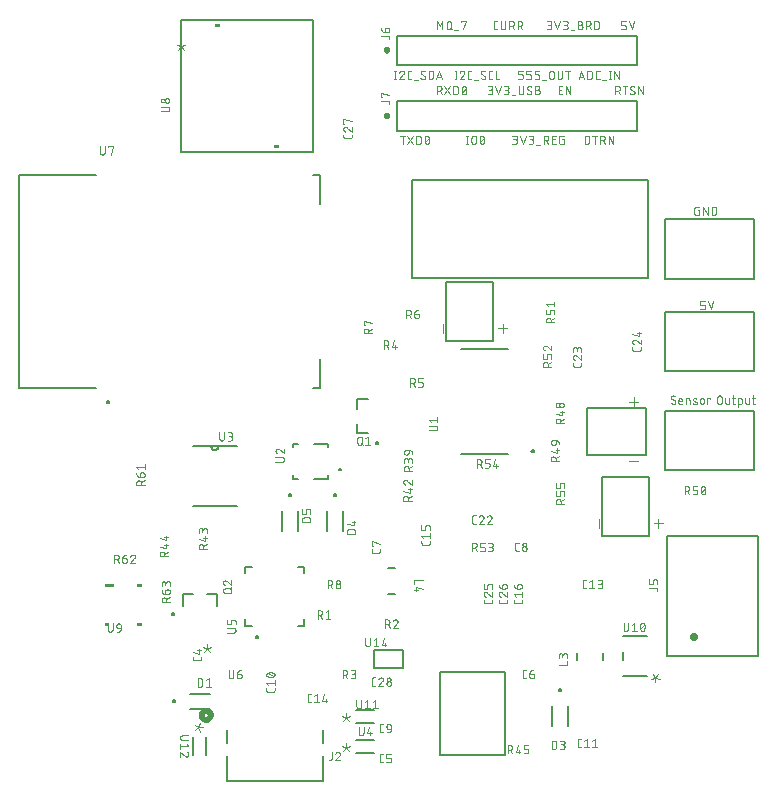
<source format=gbr>
G04 EAGLE Gerber RS-274X export*
G75*
%MOMM*%
%FSLAX34Y34*%
%LPD*%
%INSilkscreen Top*%
%IPPOS*%
%AMOC8*
5,1,8,0,0,1.08239X$1,22.5*%
G01*
%ADD10C,0.050800*%
%ADD11C,0.200000*%
%ADD12C,0.127000*%
%ADD13C,0.152400*%
%ADD14C,0.150000*%
%ADD15C,0.076200*%
%ADD16C,0.400000*%
%ADD17C,0.300000*%
%ADD18C,0.508000*%
%ADD19C,0.101600*%

G36*
X28802Y160475D02*
X28802Y160475D01*
X28804Y160474D01*
X28847Y160494D01*
X28891Y160512D01*
X28891Y160514D01*
X28893Y160515D01*
X28926Y160600D01*
X28926Y162600D01*
X28925Y162602D01*
X28926Y162604D01*
X28906Y162647D01*
X28888Y162691D01*
X28886Y162692D01*
X28885Y162693D01*
X28800Y162726D01*
X21300Y162726D01*
X21298Y162725D01*
X21296Y162726D01*
X21253Y162706D01*
X21209Y162688D01*
X21209Y162686D01*
X21207Y162685D01*
X21174Y162600D01*
X21174Y160600D01*
X21175Y160598D01*
X21174Y160596D01*
X21194Y160553D01*
X21212Y160509D01*
X21214Y160509D01*
X21215Y160507D01*
X21300Y160474D01*
X28800Y160474D01*
X28802Y160475D01*
G37*
G36*
X118107Y634108D02*
X118107Y634108D01*
X118109Y634107D01*
X118152Y634127D01*
X118196Y634145D01*
X118196Y634147D01*
X118198Y634148D01*
X118231Y634233D01*
X118231Y636773D01*
X118230Y636775D01*
X118231Y636777D01*
X118211Y636820D01*
X118193Y636864D01*
X118191Y636864D01*
X118190Y636866D01*
X118105Y636899D01*
X114295Y636899D01*
X114293Y636898D01*
X114291Y636899D01*
X114248Y636879D01*
X114204Y636861D01*
X114204Y636859D01*
X114202Y636858D01*
X114169Y636773D01*
X114169Y634233D01*
X114170Y634231D01*
X114169Y634229D01*
X114189Y634186D01*
X114207Y634142D01*
X114209Y634142D01*
X114210Y634140D01*
X114295Y634107D01*
X118105Y634107D01*
X118107Y634108D01*
G37*
G36*
X168107Y531502D02*
X168107Y531502D01*
X168109Y531501D01*
X168152Y531521D01*
X168196Y531539D01*
X168196Y531541D01*
X168198Y531542D01*
X168231Y531627D01*
X168231Y534167D01*
X168230Y534169D01*
X168231Y534171D01*
X168211Y534214D01*
X168193Y534258D01*
X168191Y534258D01*
X168190Y534260D01*
X168105Y534293D01*
X164295Y534293D01*
X164293Y534292D01*
X164291Y534293D01*
X164248Y534273D01*
X164204Y534255D01*
X164204Y534253D01*
X164202Y534252D01*
X164169Y534167D01*
X164169Y531627D01*
X164170Y531625D01*
X164169Y531623D01*
X164189Y531580D01*
X164207Y531536D01*
X164209Y531536D01*
X164210Y531534D01*
X164295Y531501D01*
X168105Y531501D01*
X168107Y531502D01*
G37*
G36*
X52302Y160475D02*
X52302Y160475D01*
X52304Y160474D01*
X52347Y160494D01*
X52391Y160512D01*
X52391Y160514D01*
X52393Y160515D01*
X52426Y160600D01*
X52426Y162600D01*
X52425Y162602D01*
X52426Y162604D01*
X52406Y162647D01*
X52388Y162691D01*
X52386Y162691D01*
X52385Y162693D01*
X52300Y162726D01*
X48800Y162726D01*
X48798Y162725D01*
X48796Y162726D01*
X48753Y162706D01*
X48709Y162688D01*
X48709Y162686D01*
X48707Y162685D01*
X48674Y162600D01*
X48674Y160600D01*
X48675Y160598D01*
X48674Y160596D01*
X48694Y160553D01*
X48712Y160509D01*
X48714Y160509D01*
X48715Y160507D01*
X48800Y160474D01*
X52300Y160474D01*
X52302Y160475D01*
G37*
G36*
X52302Y127475D02*
X52302Y127475D01*
X52304Y127474D01*
X52347Y127494D01*
X52391Y127512D01*
X52391Y127514D01*
X52393Y127515D01*
X52426Y127600D01*
X52426Y129600D01*
X52425Y129602D01*
X52426Y129604D01*
X52406Y129647D01*
X52388Y129691D01*
X52386Y129691D01*
X52385Y129693D01*
X52300Y129726D01*
X48800Y129726D01*
X48798Y129725D01*
X48796Y129726D01*
X48753Y129706D01*
X48709Y129688D01*
X48709Y129686D01*
X48707Y129685D01*
X48674Y129600D01*
X48674Y127600D01*
X48675Y127598D01*
X48674Y127596D01*
X48694Y127553D01*
X48712Y127509D01*
X48714Y127509D01*
X48715Y127507D01*
X48800Y127474D01*
X52300Y127474D01*
X52302Y127475D01*
G37*
G36*
X24802Y127475D02*
X24802Y127475D01*
X24804Y127474D01*
X24847Y127494D01*
X24891Y127512D01*
X24891Y127514D01*
X24893Y127515D01*
X24926Y127600D01*
X24926Y129600D01*
X24925Y129602D01*
X24926Y129604D01*
X24906Y129647D01*
X24888Y129691D01*
X24886Y129691D01*
X24885Y129693D01*
X24800Y129726D01*
X21300Y129726D01*
X21298Y129725D01*
X21296Y129726D01*
X21253Y129706D01*
X21209Y129688D01*
X21209Y129686D01*
X21207Y129685D01*
X21174Y129600D01*
X21174Y127600D01*
X21175Y127598D01*
X21174Y127596D01*
X21194Y127553D01*
X21212Y127509D01*
X21214Y127509D01*
X21215Y127507D01*
X21300Y127474D01*
X24800Y127474D01*
X24802Y127475D01*
G37*
D10*
X267044Y597366D02*
X267044Y590254D01*
X266254Y590254D02*
X267834Y590254D01*
X267834Y597366D02*
X266254Y597366D01*
X272728Y597366D02*
X272810Y597364D01*
X272892Y597358D01*
X272974Y597349D01*
X273055Y597336D01*
X273135Y597319D01*
X273215Y597298D01*
X273293Y597274D01*
X273370Y597246D01*
X273446Y597215D01*
X273521Y597180D01*
X273593Y597141D01*
X273664Y597100D01*
X273733Y597055D01*
X273799Y597007D01*
X273864Y596956D01*
X273926Y596902D01*
X273985Y596845D01*
X274042Y596786D01*
X274096Y596724D01*
X274147Y596659D01*
X274195Y596593D01*
X274240Y596524D01*
X274281Y596453D01*
X274320Y596381D01*
X274355Y596306D01*
X274386Y596230D01*
X274414Y596153D01*
X274438Y596075D01*
X274459Y595995D01*
X274476Y595915D01*
X274489Y595834D01*
X274498Y595752D01*
X274504Y595670D01*
X274506Y595588D01*
X272728Y597366D02*
X272635Y597364D01*
X272543Y597358D01*
X272451Y597349D01*
X272359Y597336D01*
X272268Y597319D01*
X272178Y597299D01*
X272088Y597275D01*
X272000Y597247D01*
X271912Y597215D01*
X271827Y597181D01*
X271742Y597142D01*
X271660Y597101D01*
X271579Y597056D01*
X271499Y597007D01*
X271422Y596956D01*
X271347Y596902D01*
X271275Y596844D01*
X271205Y596784D01*
X271137Y596720D01*
X271072Y596655D01*
X271009Y596586D01*
X270950Y596515D01*
X270893Y596442D01*
X270839Y596366D01*
X270789Y596289D01*
X270741Y596209D01*
X270697Y596128D01*
X270657Y596044D01*
X270619Y595960D01*
X270585Y595873D01*
X270555Y595786D01*
X273913Y594205D02*
X273974Y594266D01*
X274032Y594329D01*
X274087Y594395D01*
X274140Y594463D01*
X274189Y594534D01*
X274234Y594606D01*
X274277Y594681D01*
X274316Y594757D01*
X274352Y594836D01*
X274384Y594915D01*
X274412Y594996D01*
X274437Y595079D01*
X274458Y595162D01*
X274475Y595246D01*
X274489Y595331D01*
X274498Y595416D01*
X274504Y595502D01*
X274506Y595588D01*
X273913Y594205D02*
X270555Y590254D01*
X274506Y590254D01*
X278975Y590254D02*
X280556Y590254D01*
X278975Y590254D02*
X278897Y590256D01*
X278820Y590262D01*
X278743Y590271D01*
X278667Y590284D01*
X278591Y590301D01*
X278516Y590322D01*
X278443Y590346D01*
X278370Y590374D01*
X278299Y590406D01*
X278230Y590441D01*
X278163Y590479D01*
X278097Y590520D01*
X278034Y590565D01*
X277973Y590613D01*
X277914Y590663D01*
X277858Y590717D01*
X277804Y590773D01*
X277754Y590832D01*
X277706Y590893D01*
X277661Y590956D01*
X277620Y591022D01*
X277582Y591089D01*
X277547Y591158D01*
X277515Y591229D01*
X277487Y591302D01*
X277463Y591375D01*
X277442Y591450D01*
X277425Y591526D01*
X277412Y591602D01*
X277403Y591679D01*
X277397Y591756D01*
X277395Y591834D01*
X277395Y595786D01*
X277397Y595864D01*
X277403Y595941D01*
X277412Y596018D01*
X277425Y596094D01*
X277442Y596170D01*
X277463Y596245D01*
X277487Y596318D01*
X277515Y596391D01*
X277547Y596462D01*
X277582Y596531D01*
X277620Y596598D01*
X277661Y596664D01*
X277706Y596727D01*
X277754Y596788D01*
X277804Y596847D01*
X277858Y596903D01*
X277914Y596957D01*
X277973Y597007D01*
X278034Y597055D01*
X278097Y597100D01*
X278163Y597141D01*
X278230Y597179D01*
X278299Y597214D01*
X278370Y597246D01*
X278443Y597274D01*
X278516Y597298D01*
X278591Y597319D01*
X278667Y597336D01*
X278743Y597349D01*
X278820Y597358D01*
X278897Y597364D01*
X278975Y597366D01*
X280556Y597366D01*
X282837Y589464D02*
X285998Y589464D01*
X290756Y590254D02*
X290834Y590256D01*
X290911Y590262D01*
X290988Y590271D01*
X291064Y590284D01*
X291140Y590301D01*
X291215Y590322D01*
X291288Y590346D01*
X291361Y590374D01*
X291432Y590406D01*
X291501Y590441D01*
X291568Y590479D01*
X291634Y590520D01*
X291697Y590565D01*
X291758Y590613D01*
X291817Y590663D01*
X291873Y590717D01*
X291927Y590773D01*
X291977Y590832D01*
X292025Y590893D01*
X292070Y590956D01*
X292111Y591022D01*
X292149Y591089D01*
X292184Y591158D01*
X292216Y591229D01*
X292244Y591302D01*
X292268Y591375D01*
X292289Y591450D01*
X292306Y591526D01*
X292319Y591602D01*
X292328Y591679D01*
X292334Y591756D01*
X292336Y591834D01*
X290756Y590254D02*
X290641Y590256D01*
X290527Y590262D01*
X290413Y590272D01*
X290299Y590285D01*
X290186Y590303D01*
X290073Y590325D01*
X289961Y590350D01*
X289851Y590379D01*
X289741Y590412D01*
X289632Y590449D01*
X289525Y590489D01*
X289419Y590533D01*
X289315Y590581D01*
X289212Y590632D01*
X289112Y590687D01*
X289013Y590745D01*
X288916Y590807D01*
X288822Y590871D01*
X288729Y590939D01*
X288639Y591011D01*
X288552Y591085D01*
X288467Y591162D01*
X288385Y591242D01*
X288584Y595786D02*
X288586Y595864D01*
X288592Y595941D01*
X288601Y596018D01*
X288614Y596094D01*
X288631Y596170D01*
X288652Y596245D01*
X288676Y596318D01*
X288704Y596391D01*
X288736Y596462D01*
X288771Y596531D01*
X288809Y596598D01*
X288850Y596664D01*
X288895Y596727D01*
X288943Y596788D01*
X288993Y596847D01*
X289047Y596903D01*
X289103Y596957D01*
X289162Y597007D01*
X289223Y597055D01*
X289286Y597100D01*
X289352Y597141D01*
X289419Y597179D01*
X289488Y597214D01*
X289559Y597246D01*
X289632Y597274D01*
X289705Y597298D01*
X289780Y597319D01*
X289856Y597336D01*
X289932Y597349D01*
X290009Y597358D01*
X290087Y597364D01*
X290164Y597366D01*
X290270Y597364D01*
X290376Y597358D01*
X290481Y597349D01*
X290586Y597336D01*
X290691Y597319D01*
X290795Y597298D01*
X290898Y597274D01*
X291000Y597246D01*
X291101Y597214D01*
X291201Y597179D01*
X291299Y597140D01*
X291397Y597097D01*
X291492Y597052D01*
X291586Y597003D01*
X291678Y596950D01*
X291768Y596894D01*
X291856Y596835D01*
X291942Y596773D01*
X289373Y594403D02*
X289306Y594445D01*
X289241Y594490D01*
X289178Y594539D01*
X289117Y594590D01*
X289060Y594645D01*
X289005Y594702D01*
X288952Y594762D01*
X288903Y594824D01*
X288857Y594889D01*
X288815Y594955D01*
X288775Y595024D01*
X288739Y595095D01*
X288707Y595168D01*
X288678Y595242D01*
X288653Y595317D01*
X288632Y595393D01*
X288614Y595471D01*
X288601Y595549D01*
X288591Y595628D01*
X288585Y595707D01*
X288583Y595786D01*
X291547Y593217D02*
X291614Y593175D01*
X291679Y593130D01*
X291742Y593081D01*
X291803Y593030D01*
X291860Y592975D01*
X291915Y592918D01*
X291968Y592858D01*
X292017Y592796D01*
X292063Y592731D01*
X292105Y592665D01*
X292145Y592596D01*
X292181Y592525D01*
X292213Y592452D01*
X292242Y592378D01*
X292267Y592303D01*
X292288Y592227D01*
X292306Y592149D01*
X292319Y592071D01*
X292329Y591992D01*
X292335Y591913D01*
X292337Y591834D01*
X291547Y593217D02*
X289374Y594403D01*
X295244Y597366D02*
X295244Y590254D01*
X295244Y597366D02*
X297219Y597366D01*
X297305Y597364D01*
X297391Y597358D01*
X297477Y597349D01*
X297562Y597336D01*
X297647Y597319D01*
X297730Y597299D01*
X297813Y597275D01*
X297895Y597247D01*
X297975Y597216D01*
X298054Y597181D01*
X298131Y597143D01*
X298207Y597101D01*
X298281Y597057D01*
X298352Y597009D01*
X298422Y596958D01*
X298489Y596904D01*
X298554Y596847D01*
X298616Y596787D01*
X298676Y596725D01*
X298733Y596660D01*
X298787Y596593D01*
X298838Y596523D01*
X298886Y596452D01*
X298930Y596378D01*
X298972Y596302D01*
X299010Y596225D01*
X299045Y596146D01*
X299076Y596066D01*
X299104Y595984D01*
X299128Y595901D01*
X299148Y595818D01*
X299165Y595733D01*
X299178Y595648D01*
X299187Y595562D01*
X299193Y595476D01*
X299195Y595390D01*
X299195Y592230D01*
X299193Y592144D01*
X299187Y592058D01*
X299178Y591972D01*
X299165Y591887D01*
X299148Y591802D01*
X299128Y591719D01*
X299104Y591636D01*
X299076Y591554D01*
X299045Y591474D01*
X299010Y591395D01*
X298972Y591318D01*
X298930Y591242D01*
X298886Y591168D01*
X298838Y591097D01*
X298787Y591027D01*
X298733Y590960D01*
X298676Y590895D01*
X298616Y590833D01*
X298554Y590773D01*
X298489Y590716D01*
X298422Y590662D01*
X298352Y590611D01*
X298281Y590563D01*
X298207Y590519D01*
X298131Y590477D01*
X298054Y590439D01*
X297975Y590404D01*
X297895Y590373D01*
X297813Y590345D01*
X297730Y590321D01*
X297647Y590301D01*
X297562Y590284D01*
X297477Y590271D01*
X297391Y590262D01*
X297305Y590256D01*
X297219Y590254D01*
X295244Y590254D01*
X301935Y590254D02*
X304306Y597366D01*
X306676Y590254D01*
X306084Y592032D02*
X302528Y592032D01*
X302254Y632254D02*
X302254Y639366D01*
X304625Y635415D01*
X306995Y639366D01*
X306995Y632254D01*
X310560Y634230D02*
X310560Y637390D01*
X310559Y637390D02*
X310561Y637477D01*
X310567Y637565D01*
X310576Y637652D01*
X310590Y637738D01*
X310607Y637824D01*
X310628Y637908D01*
X310653Y637992D01*
X310682Y638075D01*
X310714Y638156D01*
X310749Y638236D01*
X310788Y638314D01*
X310831Y638391D01*
X310877Y638465D01*
X310926Y638537D01*
X310978Y638607D01*
X311034Y638675D01*
X311092Y638740D01*
X311153Y638803D01*
X311217Y638862D01*
X311284Y638919D01*
X311352Y638973D01*
X311424Y639024D01*
X311497Y639071D01*
X311572Y639116D01*
X311650Y639157D01*
X311729Y639194D01*
X311809Y639228D01*
X311891Y639258D01*
X311974Y639285D01*
X312059Y639308D01*
X312144Y639327D01*
X312230Y639342D01*
X312317Y639354D01*
X312404Y639362D01*
X312491Y639366D01*
X312579Y639366D01*
X312666Y639362D01*
X312753Y639354D01*
X312840Y639342D01*
X312926Y639327D01*
X313011Y639308D01*
X313096Y639285D01*
X313179Y639258D01*
X313261Y639228D01*
X313341Y639194D01*
X313420Y639157D01*
X313498Y639116D01*
X313573Y639071D01*
X313646Y639024D01*
X313718Y638973D01*
X313786Y638919D01*
X313853Y638862D01*
X313917Y638803D01*
X313978Y638740D01*
X314036Y638675D01*
X314092Y638607D01*
X314144Y638537D01*
X314193Y638465D01*
X314239Y638391D01*
X314282Y638314D01*
X314321Y638236D01*
X314356Y638156D01*
X314388Y638075D01*
X314417Y637992D01*
X314442Y637908D01*
X314463Y637824D01*
X314480Y637738D01*
X314494Y637652D01*
X314503Y637565D01*
X314509Y637477D01*
X314511Y637390D01*
X314511Y634230D01*
X314509Y634143D01*
X314503Y634055D01*
X314494Y633968D01*
X314480Y633882D01*
X314463Y633796D01*
X314442Y633712D01*
X314417Y633628D01*
X314388Y633545D01*
X314356Y633464D01*
X314321Y633384D01*
X314282Y633306D01*
X314239Y633229D01*
X314193Y633155D01*
X314144Y633083D01*
X314092Y633013D01*
X314036Y632945D01*
X313978Y632880D01*
X313917Y632817D01*
X313853Y632758D01*
X313786Y632701D01*
X313718Y632647D01*
X313646Y632596D01*
X313573Y632549D01*
X313498Y632504D01*
X313420Y632463D01*
X313341Y632426D01*
X313261Y632392D01*
X313179Y632362D01*
X313096Y632335D01*
X313011Y632312D01*
X312926Y632293D01*
X312840Y632278D01*
X312753Y632266D01*
X312666Y632258D01*
X312579Y632254D01*
X312491Y632254D01*
X312404Y632258D01*
X312317Y632266D01*
X312230Y632278D01*
X312144Y632293D01*
X312059Y632312D01*
X311974Y632335D01*
X311891Y632362D01*
X311809Y632392D01*
X311729Y632426D01*
X311650Y632463D01*
X311572Y632504D01*
X311497Y632549D01*
X311424Y632596D01*
X311352Y632647D01*
X311284Y632701D01*
X311217Y632758D01*
X311153Y632817D01*
X311092Y632880D01*
X311034Y632945D01*
X310978Y633013D01*
X310926Y633083D01*
X310877Y633155D01*
X310831Y633229D01*
X310788Y633306D01*
X310749Y633384D01*
X310714Y633464D01*
X310682Y633545D01*
X310653Y633628D01*
X310628Y633712D01*
X310607Y633796D01*
X310590Y633882D01*
X310576Y633968D01*
X310567Y634055D01*
X310561Y634143D01*
X310559Y634230D01*
X313721Y633834D02*
X315301Y632254D01*
X316989Y631464D02*
X320150Y631464D01*
X322766Y638576D02*
X322766Y639366D01*
X326717Y639366D01*
X324741Y632254D01*
X318044Y597366D02*
X318044Y590254D01*
X317254Y590254D02*
X318834Y590254D01*
X318834Y597366D02*
X317254Y597366D01*
X323728Y597366D02*
X323810Y597364D01*
X323892Y597358D01*
X323974Y597349D01*
X324055Y597336D01*
X324135Y597319D01*
X324215Y597298D01*
X324293Y597274D01*
X324370Y597246D01*
X324446Y597215D01*
X324521Y597180D01*
X324593Y597141D01*
X324664Y597100D01*
X324733Y597055D01*
X324799Y597007D01*
X324864Y596956D01*
X324926Y596902D01*
X324985Y596845D01*
X325042Y596786D01*
X325096Y596724D01*
X325147Y596659D01*
X325195Y596593D01*
X325240Y596524D01*
X325281Y596453D01*
X325320Y596381D01*
X325355Y596306D01*
X325386Y596230D01*
X325414Y596153D01*
X325438Y596075D01*
X325459Y595995D01*
X325476Y595915D01*
X325489Y595834D01*
X325498Y595752D01*
X325504Y595670D01*
X325506Y595588D01*
X323728Y597366D02*
X323635Y597364D01*
X323543Y597358D01*
X323451Y597349D01*
X323359Y597336D01*
X323268Y597319D01*
X323178Y597299D01*
X323088Y597275D01*
X323000Y597247D01*
X322912Y597215D01*
X322827Y597181D01*
X322742Y597142D01*
X322660Y597101D01*
X322579Y597056D01*
X322499Y597007D01*
X322422Y596956D01*
X322347Y596902D01*
X322275Y596844D01*
X322205Y596784D01*
X322137Y596720D01*
X322072Y596655D01*
X322009Y596586D01*
X321950Y596515D01*
X321893Y596442D01*
X321839Y596366D01*
X321789Y596289D01*
X321741Y596209D01*
X321697Y596128D01*
X321657Y596044D01*
X321619Y595960D01*
X321585Y595873D01*
X321555Y595786D01*
X324913Y594205D02*
X324974Y594266D01*
X325032Y594329D01*
X325087Y594395D01*
X325140Y594463D01*
X325189Y594534D01*
X325234Y594606D01*
X325277Y594681D01*
X325316Y594757D01*
X325352Y594836D01*
X325384Y594915D01*
X325412Y594996D01*
X325437Y595079D01*
X325458Y595162D01*
X325475Y595246D01*
X325489Y595331D01*
X325498Y595416D01*
X325504Y595502D01*
X325506Y595588D01*
X324913Y594205D02*
X321555Y590254D01*
X325506Y590254D01*
X329975Y590254D02*
X331556Y590254D01*
X329975Y590254D02*
X329897Y590256D01*
X329820Y590262D01*
X329743Y590271D01*
X329667Y590284D01*
X329591Y590301D01*
X329516Y590322D01*
X329443Y590346D01*
X329370Y590374D01*
X329299Y590406D01*
X329230Y590441D01*
X329163Y590479D01*
X329097Y590520D01*
X329034Y590565D01*
X328973Y590613D01*
X328914Y590663D01*
X328858Y590717D01*
X328804Y590773D01*
X328754Y590832D01*
X328706Y590893D01*
X328661Y590956D01*
X328620Y591022D01*
X328582Y591089D01*
X328547Y591158D01*
X328515Y591229D01*
X328487Y591302D01*
X328463Y591375D01*
X328442Y591450D01*
X328425Y591526D01*
X328412Y591602D01*
X328403Y591679D01*
X328397Y591756D01*
X328395Y591834D01*
X328395Y595786D01*
X328397Y595864D01*
X328403Y595941D01*
X328412Y596018D01*
X328425Y596094D01*
X328442Y596170D01*
X328463Y596245D01*
X328487Y596318D01*
X328515Y596391D01*
X328547Y596462D01*
X328582Y596531D01*
X328620Y596598D01*
X328661Y596664D01*
X328706Y596727D01*
X328754Y596788D01*
X328804Y596847D01*
X328858Y596903D01*
X328914Y596957D01*
X328973Y597007D01*
X329034Y597055D01*
X329097Y597100D01*
X329163Y597141D01*
X329230Y597179D01*
X329299Y597214D01*
X329370Y597246D01*
X329443Y597274D01*
X329516Y597298D01*
X329591Y597319D01*
X329667Y597336D01*
X329743Y597349D01*
X329820Y597358D01*
X329897Y597364D01*
X329975Y597366D01*
X331556Y597366D01*
X333837Y589464D02*
X336998Y589464D01*
X341756Y590254D02*
X341834Y590256D01*
X341911Y590262D01*
X341988Y590271D01*
X342064Y590284D01*
X342140Y590301D01*
X342215Y590322D01*
X342288Y590346D01*
X342361Y590374D01*
X342432Y590406D01*
X342501Y590441D01*
X342568Y590479D01*
X342634Y590520D01*
X342697Y590565D01*
X342758Y590613D01*
X342817Y590663D01*
X342873Y590717D01*
X342927Y590773D01*
X342977Y590832D01*
X343025Y590893D01*
X343070Y590956D01*
X343111Y591022D01*
X343149Y591089D01*
X343184Y591158D01*
X343216Y591229D01*
X343244Y591302D01*
X343268Y591375D01*
X343289Y591450D01*
X343306Y591526D01*
X343319Y591602D01*
X343328Y591679D01*
X343334Y591756D01*
X343336Y591834D01*
X341756Y590254D02*
X341641Y590256D01*
X341527Y590262D01*
X341413Y590272D01*
X341299Y590285D01*
X341186Y590303D01*
X341073Y590325D01*
X340961Y590350D01*
X340851Y590379D01*
X340741Y590412D01*
X340632Y590449D01*
X340525Y590489D01*
X340419Y590533D01*
X340315Y590581D01*
X340212Y590632D01*
X340112Y590687D01*
X340013Y590745D01*
X339916Y590807D01*
X339822Y590871D01*
X339729Y590939D01*
X339639Y591011D01*
X339552Y591085D01*
X339467Y591162D01*
X339385Y591242D01*
X339584Y595786D02*
X339586Y595864D01*
X339592Y595941D01*
X339601Y596018D01*
X339614Y596094D01*
X339631Y596170D01*
X339652Y596245D01*
X339676Y596318D01*
X339704Y596391D01*
X339736Y596462D01*
X339771Y596531D01*
X339809Y596598D01*
X339850Y596664D01*
X339895Y596727D01*
X339943Y596788D01*
X339993Y596847D01*
X340047Y596903D01*
X340103Y596957D01*
X340162Y597007D01*
X340223Y597055D01*
X340286Y597100D01*
X340352Y597141D01*
X340419Y597179D01*
X340488Y597214D01*
X340559Y597246D01*
X340632Y597274D01*
X340705Y597298D01*
X340780Y597319D01*
X340856Y597336D01*
X340932Y597349D01*
X341009Y597358D01*
X341087Y597364D01*
X341164Y597366D01*
X341270Y597364D01*
X341376Y597358D01*
X341481Y597349D01*
X341586Y597336D01*
X341691Y597319D01*
X341795Y597298D01*
X341898Y597274D01*
X342000Y597246D01*
X342101Y597214D01*
X342201Y597179D01*
X342299Y597140D01*
X342397Y597097D01*
X342492Y597052D01*
X342586Y597003D01*
X342678Y596950D01*
X342768Y596894D01*
X342856Y596835D01*
X342942Y596773D01*
X340373Y594403D02*
X340306Y594445D01*
X340241Y594490D01*
X340178Y594539D01*
X340117Y594590D01*
X340060Y594645D01*
X340005Y594702D01*
X339952Y594762D01*
X339903Y594824D01*
X339857Y594889D01*
X339815Y594955D01*
X339775Y595024D01*
X339739Y595095D01*
X339707Y595168D01*
X339678Y595242D01*
X339653Y595317D01*
X339632Y595393D01*
X339614Y595471D01*
X339601Y595549D01*
X339591Y595628D01*
X339585Y595707D01*
X339583Y595786D01*
X342547Y593217D02*
X342614Y593175D01*
X342679Y593130D01*
X342742Y593081D01*
X342803Y593030D01*
X342860Y592975D01*
X342915Y592918D01*
X342968Y592858D01*
X343017Y592796D01*
X343063Y592731D01*
X343105Y592665D01*
X343145Y592596D01*
X343181Y592525D01*
X343213Y592452D01*
X343242Y592378D01*
X343267Y592303D01*
X343288Y592227D01*
X343306Y592149D01*
X343319Y592071D01*
X343329Y591992D01*
X343335Y591913D01*
X343337Y591834D01*
X342547Y593217D02*
X340374Y594403D01*
X347577Y590254D02*
X349158Y590254D01*
X347577Y590254D02*
X347499Y590256D01*
X347422Y590262D01*
X347345Y590271D01*
X347269Y590284D01*
X347193Y590301D01*
X347118Y590322D01*
X347045Y590346D01*
X346972Y590374D01*
X346901Y590406D01*
X346832Y590441D01*
X346765Y590479D01*
X346699Y590520D01*
X346636Y590565D01*
X346575Y590613D01*
X346516Y590663D01*
X346460Y590717D01*
X346406Y590773D01*
X346356Y590832D01*
X346308Y590893D01*
X346263Y590956D01*
X346222Y591022D01*
X346184Y591089D01*
X346149Y591158D01*
X346117Y591229D01*
X346089Y591302D01*
X346065Y591375D01*
X346044Y591450D01*
X346027Y591526D01*
X346014Y591602D01*
X346005Y591679D01*
X345999Y591756D01*
X345997Y591834D01*
X345997Y595786D01*
X345999Y595864D01*
X346005Y595941D01*
X346014Y596018D01*
X346027Y596094D01*
X346044Y596170D01*
X346065Y596245D01*
X346089Y596318D01*
X346117Y596391D01*
X346149Y596462D01*
X346184Y596531D01*
X346222Y596598D01*
X346263Y596664D01*
X346308Y596727D01*
X346356Y596788D01*
X346406Y596847D01*
X346460Y596903D01*
X346516Y596957D01*
X346575Y597007D01*
X346636Y597055D01*
X346699Y597100D01*
X346765Y597141D01*
X346832Y597179D01*
X346901Y597214D01*
X346972Y597246D01*
X347045Y597274D01*
X347118Y597298D01*
X347193Y597319D01*
X347269Y597336D01*
X347345Y597349D01*
X347422Y597358D01*
X347499Y597364D01*
X347577Y597366D01*
X349158Y597366D01*
X351971Y597366D02*
X351971Y590254D01*
X355132Y590254D01*
X353415Y632254D02*
X351834Y632254D01*
X351756Y632256D01*
X351679Y632262D01*
X351602Y632271D01*
X351526Y632284D01*
X351450Y632301D01*
X351375Y632322D01*
X351302Y632346D01*
X351229Y632374D01*
X351158Y632406D01*
X351089Y632441D01*
X351022Y632479D01*
X350956Y632520D01*
X350893Y632565D01*
X350832Y632613D01*
X350773Y632663D01*
X350717Y632717D01*
X350663Y632773D01*
X350613Y632832D01*
X350565Y632893D01*
X350520Y632956D01*
X350479Y633022D01*
X350441Y633089D01*
X350406Y633158D01*
X350374Y633229D01*
X350346Y633302D01*
X350322Y633375D01*
X350301Y633450D01*
X350284Y633526D01*
X350271Y633602D01*
X350262Y633679D01*
X350256Y633756D01*
X350254Y633834D01*
X350254Y637786D01*
X350256Y637864D01*
X350262Y637941D01*
X350271Y638018D01*
X350284Y638094D01*
X350301Y638170D01*
X350322Y638245D01*
X350346Y638318D01*
X350374Y638391D01*
X350406Y638462D01*
X350441Y638531D01*
X350479Y638598D01*
X350520Y638664D01*
X350565Y638727D01*
X350613Y638788D01*
X350663Y638847D01*
X350717Y638903D01*
X350773Y638957D01*
X350832Y639007D01*
X350893Y639055D01*
X350956Y639100D01*
X351022Y639141D01*
X351089Y639179D01*
X351158Y639214D01*
X351229Y639246D01*
X351302Y639274D01*
X351375Y639298D01*
X351450Y639319D01*
X351526Y639336D01*
X351602Y639349D01*
X351679Y639358D01*
X351756Y639364D01*
X351834Y639366D01*
X353415Y639366D01*
X356216Y639366D02*
X356216Y634230D01*
X356215Y634230D02*
X356217Y634143D01*
X356223Y634055D01*
X356232Y633968D01*
X356246Y633882D01*
X356263Y633796D01*
X356284Y633712D01*
X356309Y633628D01*
X356338Y633545D01*
X356370Y633464D01*
X356405Y633384D01*
X356444Y633306D01*
X356487Y633229D01*
X356533Y633155D01*
X356582Y633083D01*
X356634Y633013D01*
X356690Y632945D01*
X356748Y632880D01*
X356809Y632817D01*
X356873Y632758D01*
X356940Y632701D01*
X357008Y632647D01*
X357080Y632596D01*
X357153Y632549D01*
X357228Y632504D01*
X357306Y632463D01*
X357385Y632426D01*
X357465Y632392D01*
X357547Y632362D01*
X357630Y632335D01*
X357715Y632312D01*
X357800Y632293D01*
X357886Y632278D01*
X357973Y632266D01*
X358060Y632258D01*
X358147Y632254D01*
X358235Y632254D01*
X358322Y632258D01*
X358409Y632266D01*
X358496Y632278D01*
X358582Y632293D01*
X358667Y632312D01*
X358752Y632335D01*
X358835Y632362D01*
X358917Y632392D01*
X358997Y632426D01*
X359076Y632463D01*
X359154Y632504D01*
X359229Y632549D01*
X359302Y632596D01*
X359374Y632647D01*
X359442Y632701D01*
X359509Y632758D01*
X359573Y632817D01*
X359634Y632880D01*
X359692Y632945D01*
X359748Y633013D01*
X359800Y633083D01*
X359849Y633155D01*
X359895Y633229D01*
X359938Y633306D01*
X359977Y633384D01*
X360012Y633464D01*
X360044Y633545D01*
X360073Y633628D01*
X360098Y633712D01*
X360119Y633796D01*
X360136Y633882D01*
X360150Y633968D01*
X360159Y634055D01*
X360165Y634143D01*
X360167Y634230D01*
X360167Y639366D01*
X363571Y639366D02*
X363571Y632254D01*
X363571Y639366D02*
X365547Y639366D01*
X365634Y639364D01*
X365722Y639358D01*
X365809Y639349D01*
X365895Y639335D01*
X365981Y639318D01*
X366065Y639297D01*
X366149Y639272D01*
X366232Y639243D01*
X366313Y639211D01*
X366393Y639176D01*
X366471Y639137D01*
X366548Y639094D01*
X366622Y639048D01*
X366694Y638999D01*
X366764Y638947D01*
X366832Y638891D01*
X366897Y638833D01*
X366960Y638772D01*
X367019Y638708D01*
X367076Y638641D01*
X367130Y638573D01*
X367181Y638501D01*
X367228Y638428D01*
X367273Y638353D01*
X367314Y638275D01*
X367351Y638196D01*
X367385Y638116D01*
X367415Y638034D01*
X367442Y637951D01*
X367465Y637866D01*
X367484Y637781D01*
X367499Y637695D01*
X367511Y637608D01*
X367519Y637521D01*
X367523Y637434D01*
X367523Y637346D01*
X367519Y637259D01*
X367511Y637172D01*
X367499Y637085D01*
X367484Y636999D01*
X367465Y636914D01*
X367442Y636829D01*
X367415Y636746D01*
X367385Y636664D01*
X367351Y636584D01*
X367314Y636505D01*
X367273Y636427D01*
X367228Y636352D01*
X367181Y636279D01*
X367130Y636207D01*
X367076Y636139D01*
X367019Y636072D01*
X366960Y636008D01*
X366897Y635947D01*
X366832Y635889D01*
X366764Y635833D01*
X366694Y635781D01*
X366622Y635732D01*
X366548Y635686D01*
X366471Y635643D01*
X366393Y635604D01*
X366313Y635569D01*
X366232Y635537D01*
X366149Y635508D01*
X366065Y635483D01*
X365981Y635462D01*
X365895Y635445D01*
X365809Y635431D01*
X365722Y635422D01*
X365634Y635416D01*
X365547Y635414D01*
X365547Y635415D02*
X363571Y635415D01*
X365942Y635415D02*
X367523Y632254D01*
X370658Y632254D02*
X370658Y639366D01*
X372634Y639366D01*
X372721Y639364D01*
X372809Y639358D01*
X372896Y639349D01*
X372982Y639335D01*
X373068Y639318D01*
X373152Y639297D01*
X373236Y639272D01*
X373319Y639243D01*
X373400Y639211D01*
X373480Y639176D01*
X373558Y639137D01*
X373635Y639094D01*
X373709Y639048D01*
X373781Y638999D01*
X373851Y638947D01*
X373919Y638891D01*
X373984Y638833D01*
X374047Y638772D01*
X374106Y638708D01*
X374163Y638641D01*
X374217Y638573D01*
X374268Y638501D01*
X374315Y638428D01*
X374360Y638353D01*
X374401Y638275D01*
X374438Y638196D01*
X374472Y638116D01*
X374502Y638034D01*
X374529Y637951D01*
X374552Y637866D01*
X374571Y637781D01*
X374586Y637695D01*
X374598Y637608D01*
X374606Y637521D01*
X374610Y637434D01*
X374610Y637346D01*
X374606Y637259D01*
X374598Y637172D01*
X374586Y637085D01*
X374571Y636999D01*
X374552Y636914D01*
X374529Y636829D01*
X374502Y636746D01*
X374472Y636664D01*
X374438Y636584D01*
X374401Y636505D01*
X374360Y636427D01*
X374315Y636352D01*
X374268Y636279D01*
X374217Y636207D01*
X374163Y636139D01*
X374106Y636072D01*
X374047Y636008D01*
X373984Y635947D01*
X373919Y635889D01*
X373851Y635833D01*
X373781Y635781D01*
X373709Y635732D01*
X373635Y635686D01*
X373558Y635643D01*
X373480Y635604D01*
X373400Y635569D01*
X373319Y635537D01*
X373236Y635508D01*
X373152Y635483D01*
X373068Y635462D01*
X372982Y635445D01*
X372896Y635431D01*
X372809Y635422D01*
X372721Y635416D01*
X372634Y635414D01*
X372634Y635415D02*
X370658Y635415D01*
X373029Y635415D02*
X374609Y632254D01*
X373625Y590254D02*
X371254Y590254D01*
X373625Y590254D02*
X373703Y590256D01*
X373780Y590262D01*
X373857Y590271D01*
X373933Y590284D01*
X374009Y590301D01*
X374084Y590322D01*
X374157Y590346D01*
X374230Y590374D01*
X374301Y590406D01*
X374370Y590441D01*
X374437Y590479D01*
X374503Y590520D01*
X374566Y590565D01*
X374627Y590613D01*
X374686Y590663D01*
X374742Y590717D01*
X374796Y590773D01*
X374846Y590832D01*
X374894Y590893D01*
X374939Y590956D01*
X374980Y591022D01*
X375018Y591089D01*
X375053Y591158D01*
X375085Y591229D01*
X375113Y591302D01*
X375137Y591375D01*
X375158Y591450D01*
X375175Y591526D01*
X375188Y591602D01*
X375197Y591679D01*
X375203Y591756D01*
X375205Y591834D01*
X375205Y592625D01*
X375203Y592703D01*
X375197Y592780D01*
X375188Y592857D01*
X375175Y592933D01*
X375158Y593009D01*
X375137Y593084D01*
X375113Y593157D01*
X375085Y593230D01*
X375053Y593301D01*
X375018Y593370D01*
X374980Y593437D01*
X374939Y593503D01*
X374894Y593566D01*
X374846Y593627D01*
X374796Y593686D01*
X374742Y593742D01*
X374686Y593796D01*
X374627Y593846D01*
X374566Y593894D01*
X374503Y593939D01*
X374437Y593980D01*
X374370Y594018D01*
X374301Y594053D01*
X374230Y594085D01*
X374157Y594113D01*
X374084Y594137D01*
X374009Y594158D01*
X373933Y594175D01*
X373857Y594188D01*
X373780Y594197D01*
X373703Y594203D01*
X373625Y594205D01*
X371254Y594205D01*
X371254Y597366D01*
X375205Y597366D01*
X378112Y590254D02*
X380483Y590254D01*
X380561Y590256D01*
X380638Y590262D01*
X380715Y590271D01*
X380791Y590284D01*
X380867Y590301D01*
X380942Y590322D01*
X381015Y590346D01*
X381088Y590374D01*
X381159Y590406D01*
X381228Y590441D01*
X381295Y590479D01*
X381361Y590520D01*
X381424Y590565D01*
X381485Y590613D01*
X381544Y590663D01*
X381600Y590717D01*
X381654Y590773D01*
X381704Y590832D01*
X381752Y590893D01*
X381797Y590956D01*
X381838Y591022D01*
X381876Y591089D01*
X381911Y591158D01*
X381943Y591229D01*
X381971Y591302D01*
X381995Y591375D01*
X382016Y591450D01*
X382033Y591526D01*
X382046Y591602D01*
X382055Y591679D01*
X382061Y591756D01*
X382063Y591834D01*
X382063Y592625D01*
X382061Y592703D01*
X382055Y592780D01*
X382046Y592857D01*
X382033Y592933D01*
X382016Y593009D01*
X381995Y593084D01*
X381971Y593157D01*
X381943Y593230D01*
X381911Y593301D01*
X381876Y593370D01*
X381838Y593437D01*
X381797Y593503D01*
X381752Y593566D01*
X381704Y593627D01*
X381654Y593686D01*
X381600Y593742D01*
X381544Y593796D01*
X381485Y593846D01*
X381424Y593894D01*
X381361Y593939D01*
X381295Y593980D01*
X381228Y594018D01*
X381159Y594053D01*
X381088Y594085D01*
X381015Y594113D01*
X380942Y594137D01*
X380867Y594158D01*
X380791Y594175D01*
X380715Y594188D01*
X380638Y594197D01*
X380561Y594203D01*
X380483Y594205D01*
X378112Y594205D01*
X378112Y597366D01*
X382063Y597366D01*
X384970Y590254D02*
X387341Y590254D01*
X387419Y590256D01*
X387496Y590262D01*
X387573Y590271D01*
X387649Y590284D01*
X387725Y590301D01*
X387800Y590322D01*
X387873Y590346D01*
X387946Y590374D01*
X388017Y590406D01*
X388086Y590441D01*
X388153Y590479D01*
X388219Y590520D01*
X388282Y590565D01*
X388343Y590613D01*
X388402Y590663D01*
X388458Y590717D01*
X388512Y590773D01*
X388562Y590832D01*
X388610Y590893D01*
X388655Y590956D01*
X388696Y591022D01*
X388734Y591089D01*
X388769Y591158D01*
X388801Y591229D01*
X388829Y591302D01*
X388853Y591375D01*
X388874Y591450D01*
X388891Y591526D01*
X388904Y591602D01*
X388913Y591679D01*
X388919Y591756D01*
X388921Y591834D01*
X388921Y592625D01*
X388919Y592703D01*
X388913Y592780D01*
X388904Y592857D01*
X388891Y592933D01*
X388874Y593009D01*
X388853Y593084D01*
X388829Y593157D01*
X388801Y593230D01*
X388769Y593301D01*
X388734Y593370D01*
X388696Y593437D01*
X388655Y593503D01*
X388610Y593566D01*
X388562Y593627D01*
X388512Y593686D01*
X388458Y593742D01*
X388402Y593796D01*
X388343Y593846D01*
X388282Y593894D01*
X388219Y593939D01*
X388153Y593980D01*
X388086Y594018D01*
X388017Y594053D01*
X387946Y594085D01*
X387873Y594113D01*
X387800Y594137D01*
X387725Y594158D01*
X387649Y594175D01*
X387573Y594188D01*
X387496Y594197D01*
X387419Y594203D01*
X387341Y594205D01*
X384970Y594205D01*
X384970Y597366D01*
X388921Y597366D01*
X391537Y589464D02*
X394698Y589464D01*
X397314Y592230D02*
X397314Y595390D01*
X397316Y595477D01*
X397322Y595565D01*
X397331Y595652D01*
X397345Y595738D01*
X397362Y595824D01*
X397383Y595908D01*
X397408Y595992D01*
X397437Y596075D01*
X397469Y596156D01*
X397504Y596236D01*
X397543Y596314D01*
X397586Y596391D01*
X397632Y596465D01*
X397681Y596537D01*
X397733Y596607D01*
X397789Y596675D01*
X397847Y596740D01*
X397908Y596803D01*
X397972Y596862D01*
X398039Y596919D01*
X398107Y596973D01*
X398179Y597024D01*
X398252Y597071D01*
X398327Y597116D01*
X398405Y597157D01*
X398484Y597194D01*
X398564Y597228D01*
X398646Y597258D01*
X398729Y597285D01*
X398814Y597308D01*
X398899Y597327D01*
X398985Y597342D01*
X399072Y597354D01*
X399159Y597362D01*
X399246Y597366D01*
X399334Y597366D01*
X399421Y597362D01*
X399508Y597354D01*
X399595Y597342D01*
X399681Y597327D01*
X399766Y597308D01*
X399851Y597285D01*
X399934Y597258D01*
X400016Y597228D01*
X400096Y597194D01*
X400175Y597157D01*
X400253Y597116D01*
X400328Y597071D01*
X400401Y597024D01*
X400473Y596973D01*
X400541Y596919D01*
X400608Y596862D01*
X400672Y596803D01*
X400733Y596740D01*
X400791Y596675D01*
X400847Y596607D01*
X400899Y596537D01*
X400948Y596465D01*
X400994Y596391D01*
X401037Y596314D01*
X401076Y596236D01*
X401111Y596156D01*
X401143Y596075D01*
X401172Y595992D01*
X401197Y595908D01*
X401218Y595824D01*
X401235Y595738D01*
X401249Y595652D01*
X401258Y595565D01*
X401264Y595477D01*
X401266Y595390D01*
X401265Y595390D02*
X401265Y592230D01*
X401266Y592230D02*
X401264Y592143D01*
X401258Y592055D01*
X401249Y591968D01*
X401235Y591882D01*
X401218Y591796D01*
X401197Y591712D01*
X401172Y591628D01*
X401143Y591545D01*
X401111Y591464D01*
X401076Y591384D01*
X401037Y591306D01*
X400994Y591229D01*
X400948Y591155D01*
X400899Y591083D01*
X400847Y591013D01*
X400791Y590945D01*
X400733Y590880D01*
X400672Y590817D01*
X400608Y590758D01*
X400541Y590701D01*
X400473Y590647D01*
X400401Y590596D01*
X400328Y590549D01*
X400253Y590504D01*
X400175Y590463D01*
X400096Y590426D01*
X400016Y590392D01*
X399934Y590362D01*
X399851Y590335D01*
X399766Y590312D01*
X399681Y590293D01*
X399595Y590278D01*
X399508Y590266D01*
X399421Y590258D01*
X399334Y590254D01*
X399246Y590254D01*
X399159Y590258D01*
X399072Y590266D01*
X398985Y590278D01*
X398899Y590293D01*
X398814Y590312D01*
X398729Y590335D01*
X398646Y590362D01*
X398564Y590392D01*
X398484Y590426D01*
X398405Y590463D01*
X398327Y590504D01*
X398252Y590549D01*
X398179Y590596D01*
X398107Y590647D01*
X398039Y590701D01*
X397972Y590758D01*
X397908Y590817D01*
X397847Y590880D01*
X397789Y590945D01*
X397733Y591013D01*
X397681Y591083D01*
X397632Y591155D01*
X397586Y591229D01*
X397543Y591306D01*
X397504Y591384D01*
X397469Y591464D01*
X397437Y591545D01*
X397408Y591628D01*
X397383Y591712D01*
X397362Y591796D01*
X397345Y591882D01*
X397331Y591968D01*
X397322Y592055D01*
X397316Y592143D01*
X397314Y592230D01*
X404401Y592230D02*
X404401Y597366D01*
X404400Y592230D02*
X404402Y592143D01*
X404408Y592055D01*
X404417Y591968D01*
X404431Y591882D01*
X404448Y591796D01*
X404469Y591712D01*
X404494Y591628D01*
X404523Y591545D01*
X404555Y591464D01*
X404590Y591384D01*
X404629Y591306D01*
X404672Y591229D01*
X404718Y591155D01*
X404767Y591083D01*
X404819Y591013D01*
X404875Y590945D01*
X404933Y590880D01*
X404994Y590817D01*
X405058Y590758D01*
X405125Y590701D01*
X405193Y590647D01*
X405265Y590596D01*
X405338Y590549D01*
X405413Y590504D01*
X405491Y590463D01*
X405570Y590426D01*
X405650Y590392D01*
X405732Y590362D01*
X405815Y590335D01*
X405900Y590312D01*
X405985Y590293D01*
X406071Y590278D01*
X406158Y590266D01*
X406245Y590258D01*
X406332Y590254D01*
X406420Y590254D01*
X406507Y590258D01*
X406594Y590266D01*
X406681Y590278D01*
X406767Y590293D01*
X406852Y590312D01*
X406937Y590335D01*
X407020Y590362D01*
X407102Y590392D01*
X407182Y590426D01*
X407261Y590463D01*
X407339Y590504D01*
X407414Y590549D01*
X407487Y590596D01*
X407559Y590647D01*
X407627Y590701D01*
X407694Y590758D01*
X407758Y590817D01*
X407819Y590880D01*
X407877Y590945D01*
X407933Y591013D01*
X407985Y591083D01*
X408034Y591155D01*
X408080Y591229D01*
X408123Y591306D01*
X408162Y591384D01*
X408197Y591464D01*
X408229Y591545D01*
X408258Y591628D01*
X408283Y591712D01*
X408304Y591796D01*
X408321Y591882D01*
X408335Y591968D01*
X408344Y592055D01*
X408350Y592143D01*
X408352Y592230D01*
X408352Y597366D01*
X413006Y597366D02*
X413006Y590254D01*
X411030Y597366D02*
X414981Y597366D01*
X397230Y632254D02*
X395254Y632254D01*
X397230Y632254D02*
X397317Y632256D01*
X397405Y632262D01*
X397492Y632271D01*
X397578Y632285D01*
X397664Y632302D01*
X397748Y632323D01*
X397832Y632348D01*
X397915Y632377D01*
X397996Y632409D01*
X398076Y632444D01*
X398154Y632483D01*
X398231Y632526D01*
X398305Y632572D01*
X398377Y632621D01*
X398447Y632673D01*
X398515Y632729D01*
X398580Y632787D01*
X398643Y632848D01*
X398702Y632912D01*
X398759Y632979D01*
X398813Y633047D01*
X398864Y633119D01*
X398911Y633192D01*
X398956Y633267D01*
X398997Y633345D01*
X399034Y633424D01*
X399068Y633504D01*
X399098Y633586D01*
X399125Y633669D01*
X399148Y633754D01*
X399167Y633839D01*
X399182Y633925D01*
X399194Y634012D01*
X399202Y634099D01*
X399206Y634186D01*
X399206Y634274D01*
X399202Y634361D01*
X399194Y634448D01*
X399182Y634535D01*
X399167Y634621D01*
X399148Y634706D01*
X399125Y634791D01*
X399098Y634874D01*
X399068Y634956D01*
X399034Y635036D01*
X398997Y635115D01*
X398956Y635193D01*
X398911Y635268D01*
X398864Y635341D01*
X398813Y635413D01*
X398759Y635481D01*
X398702Y635548D01*
X398643Y635612D01*
X398580Y635673D01*
X398515Y635731D01*
X398447Y635787D01*
X398377Y635839D01*
X398305Y635888D01*
X398231Y635934D01*
X398154Y635977D01*
X398076Y636016D01*
X397996Y636051D01*
X397915Y636083D01*
X397832Y636112D01*
X397748Y636137D01*
X397664Y636158D01*
X397578Y636175D01*
X397492Y636189D01*
X397405Y636198D01*
X397317Y636204D01*
X397230Y636206D01*
X397625Y639366D02*
X395254Y639366D01*
X397625Y639366D02*
X397704Y639364D01*
X397782Y639358D01*
X397860Y639348D01*
X397938Y639335D01*
X398015Y639317D01*
X398091Y639296D01*
X398165Y639271D01*
X398239Y639242D01*
X398311Y639210D01*
X398381Y639174D01*
X398449Y639134D01*
X398515Y639091D01*
X398579Y639045D01*
X398641Y638996D01*
X398700Y638944D01*
X398756Y638889D01*
X398810Y638831D01*
X398860Y638771D01*
X398908Y638708D01*
X398952Y638643D01*
X398993Y638576D01*
X399031Y638507D01*
X399065Y638436D01*
X399096Y638363D01*
X399123Y638289D01*
X399146Y638214D01*
X399165Y638138D01*
X399181Y638060D01*
X399193Y637982D01*
X399201Y637904D01*
X399205Y637825D01*
X399205Y637747D01*
X399201Y637668D01*
X399193Y637590D01*
X399181Y637512D01*
X399165Y637434D01*
X399146Y637358D01*
X399123Y637283D01*
X399096Y637209D01*
X399065Y637136D01*
X399031Y637065D01*
X398993Y636996D01*
X398952Y636929D01*
X398908Y636864D01*
X398860Y636801D01*
X398810Y636741D01*
X398756Y636683D01*
X398700Y636628D01*
X398641Y636576D01*
X398579Y636527D01*
X398515Y636481D01*
X398449Y636438D01*
X398381Y636398D01*
X398311Y636362D01*
X398239Y636330D01*
X398165Y636301D01*
X398091Y636276D01*
X398015Y636255D01*
X397938Y636237D01*
X397860Y636224D01*
X397782Y636214D01*
X397704Y636208D01*
X397625Y636206D01*
X397625Y636205D02*
X396044Y636205D01*
X401717Y639366D02*
X404088Y632254D01*
X406458Y639366D01*
X408970Y632254D02*
X410945Y632254D01*
X411032Y632256D01*
X411120Y632262D01*
X411207Y632271D01*
X411293Y632285D01*
X411379Y632302D01*
X411463Y632323D01*
X411547Y632348D01*
X411630Y632377D01*
X411711Y632409D01*
X411791Y632444D01*
X411869Y632483D01*
X411946Y632526D01*
X412020Y632572D01*
X412092Y632621D01*
X412162Y632673D01*
X412230Y632729D01*
X412295Y632787D01*
X412358Y632848D01*
X412417Y632912D01*
X412474Y632979D01*
X412528Y633047D01*
X412579Y633119D01*
X412626Y633192D01*
X412671Y633267D01*
X412712Y633345D01*
X412749Y633424D01*
X412783Y633504D01*
X412813Y633586D01*
X412840Y633669D01*
X412863Y633754D01*
X412882Y633839D01*
X412897Y633925D01*
X412909Y634012D01*
X412917Y634099D01*
X412921Y634186D01*
X412921Y634274D01*
X412917Y634361D01*
X412909Y634448D01*
X412897Y634535D01*
X412882Y634621D01*
X412863Y634706D01*
X412840Y634791D01*
X412813Y634874D01*
X412783Y634956D01*
X412749Y635036D01*
X412712Y635115D01*
X412671Y635193D01*
X412626Y635268D01*
X412579Y635341D01*
X412528Y635413D01*
X412474Y635481D01*
X412417Y635548D01*
X412358Y635612D01*
X412295Y635673D01*
X412230Y635731D01*
X412162Y635787D01*
X412092Y635839D01*
X412020Y635888D01*
X411946Y635934D01*
X411869Y635977D01*
X411791Y636016D01*
X411711Y636051D01*
X411630Y636083D01*
X411547Y636112D01*
X411463Y636137D01*
X411379Y636158D01*
X411293Y636175D01*
X411207Y636189D01*
X411120Y636198D01*
X411032Y636204D01*
X410945Y636206D01*
X411341Y639366D02*
X408970Y639366D01*
X411341Y639366D02*
X411420Y639364D01*
X411498Y639358D01*
X411576Y639348D01*
X411654Y639335D01*
X411731Y639317D01*
X411807Y639296D01*
X411881Y639271D01*
X411955Y639242D01*
X412027Y639210D01*
X412097Y639174D01*
X412165Y639134D01*
X412231Y639091D01*
X412295Y639045D01*
X412357Y638996D01*
X412416Y638944D01*
X412472Y638889D01*
X412526Y638831D01*
X412576Y638771D01*
X412624Y638708D01*
X412668Y638643D01*
X412709Y638576D01*
X412747Y638507D01*
X412781Y638436D01*
X412812Y638363D01*
X412839Y638289D01*
X412862Y638214D01*
X412881Y638138D01*
X412897Y638060D01*
X412909Y637982D01*
X412917Y637904D01*
X412921Y637825D01*
X412921Y637747D01*
X412917Y637668D01*
X412909Y637590D01*
X412897Y637512D01*
X412881Y637434D01*
X412862Y637358D01*
X412839Y637283D01*
X412812Y637209D01*
X412781Y637136D01*
X412747Y637065D01*
X412709Y636996D01*
X412668Y636929D01*
X412624Y636864D01*
X412576Y636801D01*
X412526Y636741D01*
X412472Y636683D01*
X412416Y636628D01*
X412357Y636576D01*
X412295Y636527D01*
X412231Y636481D01*
X412165Y636438D01*
X412097Y636398D01*
X412027Y636362D01*
X411955Y636330D01*
X411881Y636301D01*
X411807Y636276D01*
X411731Y636255D01*
X411654Y636237D01*
X411576Y636224D01*
X411498Y636214D01*
X411420Y636208D01*
X411341Y636206D01*
X411341Y636205D02*
X409760Y636205D01*
X415537Y631464D02*
X418698Y631464D01*
X421636Y636205D02*
X423612Y636205D01*
X423612Y636206D02*
X423699Y636204D01*
X423787Y636198D01*
X423874Y636189D01*
X423960Y636175D01*
X424046Y636158D01*
X424130Y636137D01*
X424214Y636112D01*
X424297Y636083D01*
X424378Y636051D01*
X424458Y636016D01*
X424536Y635977D01*
X424613Y635934D01*
X424687Y635888D01*
X424759Y635839D01*
X424829Y635787D01*
X424897Y635731D01*
X424962Y635673D01*
X425025Y635612D01*
X425084Y635548D01*
X425141Y635481D01*
X425195Y635413D01*
X425246Y635341D01*
X425293Y635268D01*
X425338Y635193D01*
X425379Y635115D01*
X425416Y635036D01*
X425450Y634956D01*
X425480Y634874D01*
X425507Y634791D01*
X425530Y634706D01*
X425549Y634621D01*
X425564Y634535D01*
X425576Y634448D01*
X425584Y634361D01*
X425588Y634274D01*
X425588Y634186D01*
X425584Y634099D01*
X425576Y634012D01*
X425564Y633925D01*
X425549Y633839D01*
X425530Y633754D01*
X425507Y633669D01*
X425480Y633586D01*
X425450Y633504D01*
X425416Y633424D01*
X425379Y633345D01*
X425338Y633267D01*
X425293Y633192D01*
X425246Y633119D01*
X425195Y633047D01*
X425141Y632979D01*
X425084Y632912D01*
X425025Y632848D01*
X424962Y632787D01*
X424897Y632729D01*
X424829Y632673D01*
X424759Y632621D01*
X424687Y632572D01*
X424613Y632526D01*
X424536Y632483D01*
X424458Y632444D01*
X424378Y632409D01*
X424297Y632377D01*
X424214Y632348D01*
X424130Y632323D01*
X424046Y632302D01*
X423960Y632285D01*
X423874Y632271D01*
X423787Y632262D01*
X423699Y632256D01*
X423612Y632254D01*
X421636Y632254D01*
X421636Y639366D01*
X423612Y639366D01*
X423691Y639364D01*
X423769Y639358D01*
X423847Y639348D01*
X423925Y639335D01*
X424002Y639317D01*
X424078Y639296D01*
X424152Y639271D01*
X424226Y639242D01*
X424298Y639210D01*
X424368Y639174D01*
X424436Y639134D01*
X424502Y639091D01*
X424566Y639045D01*
X424628Y638996D01*
X424687Y638944D01*
X424743Y638889D01*
X424797Y638831D01*
X424847Y638771D01*
X424895Y638708D01*
X424939Y638643D01*
X424980Y638576D01*
X425018Y638507D01*
X425052Y638436D01*
X425083Y638363D01*
X425110Y638289D01*
X425133Y638214D01*
X425152Y638138D01*
X425168Y638060D01*
X425180Y637982D01*
X425188Y637904D01*
X425192Y637825D01*
X425192Y637747D01*
X425188Y637668D01*
X425180Y637590D01*
X425168Y637512D01*
X425152Y637434D01*
X425133Y637358D01*
X425110Y637283D01*
X425083Y637209D01*
X425052Y637136D01*
X425018Y637065D01*
X424980Y636996D01*
X424939Y636929D01*
X424895Y636864D01*
X424847Y636801D01*
X424797Y636741D01*
X424743Y636683D01*
X424687Y636628D01*
X424628Y636576D01*
X424566Y636527D01*
X424502Y636481D01*
X424436Y636438D01*
X424368Y636398D01*
X424298Y636362D01*
X424226Y636330D01*
X424152Y636301D01*
X424078Y636276D01*
X424002Y636255D01*
X423925Y636237D01*
X423847Y636224D01*
X423769Y636214D01*
X423691Y636208D01*
X423612Y636206D01*
X428441Y639366D02*
X428441Y632254D01*
X428441Y639366D02*
X430417Y639366D01*
X430504Y639364D01*
X430592Y639358D01*
X430679Y639349D01*
X430765Y639335D01*
X430851Y639318D01*
X430935Y639297D01*
X431019Y639272D01*
X431102Y639243D01*
X431183Y639211D01*
X431263Y639176D01*
X431341Y639137D01*
X431418Y639094D01*
X431492Y639048D01*
X431564Y638999D01*
X431634Y638947D01*
X431702Y638891D01*
X431767Y638833D01*
X431830Y638772D01*
X431889Y638708D01*
X431946Y638641D01*
X432000Y638573D01*
X432051Y638501D01*
X432098Y638428D01*
X432143Y638353D01*
X432184Y638275D01*
X432221Y638196D01*
X432255Y638116D01*
X432285Y638034D01*
X432312Y637951D01*
X432335Y637866D01*
X432354Y637781D01*
X432369Y637695D01*
X432381Y637608D01*
X432389Y637521D01*
X432393Y637434D01*
X432393Y637346D01*
X432389Y637259D01*
X432381Y637172D01*
X432369Y637085D01*
X432354Y636999D01*
X432335Y636914D01*
X432312Y636829D01*
X432285Y636746D01*
X432255Y636664D01*
X432221Y636584D01*
X432184Y636505D01*
X432143Y636427D01*
X432098Y636352D01*
X432051Y636279D01*
X432000Y636207D01*
X431946Y636139D01*
X431889Y636072D01*
X431830Y636008D01*
X431767Y635947D01*
X431702Y635889D01*
X431634Y635833D01*
X431564Y635781D01*
X431492Y635732D01*
X431418Y635686D01*
X431341Y635643D01*
X431263Y635604D01*
X431183Y635569D01*
X431102Y635537D01*
X431019Y635508D01*
X430935Y635483D01*
X430851Y635462D01*
X430765Y635445D01*
X430679Y635431D01*
X430592Y635422D01*
X430504Y635416D01*
X430417Y635414D01*
X430417Y635415D02*
X428441Y635415D01*
X430812Y635415D02*
X432392Y632254D01*
X435487Y632254D02*
X435487Y639366D01*
X437463Y639366D01*
X437549Y639364D01*
X437635Y639358D01*
X437721Y639349D01*
X437806Y639336D01*
X437891Y639319D01*
X437974Y639299D01*
X438057Y639275D01*
X438139Y639247D01*
X438219Y639216D01*
X438298Y639181D01*
X438375Y639143D01*
X438451Y639101D01*
X438525Y639057D01*
X438596Y639009D01*
X438666Y638958D01*
X438733Y638904D01*
X438798Y638847D01*
X438860Y638787D01*
X438920Y638725D01*
X438977Y638660D01*
X439031Y638593D01*
X439082Y638523D01*
X439130Y638452D01*
X439174Y638378D01*
X439216Y638302D01*
X439254Y638225D01*
X439289Y638146D01*
X439320Y638066D01*
X439348Y637984D01*
X439372Y637901D01*
X439392Y637818D01*
X439409Y637733D01*
X439422Y637648D01*
X439431Y637562D01*
X439437Y637476D01*
X439439Y637390D01*
X439438Y637390D02*
X439438Y634230D01*
X439439Y634230D02*
X439437Y634144D01*
X439431Y634058D01*
X439422Y633972D01*
X439409Y633887D01*
X439392Y633802D01*
X439372Y633719D01*
X439348Y633636D01*
X439320Y633554D01*
X439289Y633474D01*
X439254Y633395D01*
X439216Y633318D01*
X439174Y633242D01*
X439130Y633168D01*
X439082Y633097D01*
X439031Y633027D01*
X438977Y632960D01*
X438920Y632895D01*
X438860Y632833D01*
X438798Y632773D01*
X438733Y632716D01*
X438666Y632662D01*
X438596Y632611D01*
X438525Y632563D01*
X438451Y632519D01*
X438375Y632477D01*
X438298Y632439D01*
X438219Y632404D01*
X438139Y632373D01*
X438057Y632345D01*
X437974Y632321D01*
X437891Y632301D01*
X437806Y632284D01*
X437721Y632271D01*
X437635Y632262D01*
X437549Y632256D01*
X437463Y632254D01*
X435487Y632254D01*
X424625Y597366D02*
X422254Y590254D01*
X426995Y590254D02*
X424625Y597366D01*
X426403Y592032D02*
X422847Y592032D01*
X429736Y590254D02*
X429736Y597366D01*
X431711Y597366D01*
X431797Y597364D01*
X431883Y597358D01*
X431969Y597349D01*
X432054Y597336D01*
X432139Y597319D01*
X432222Y597299D01*
X432305Y597275D01*
X432387Y597247D01*
X432467Y597216D01*
X432546Y597181D01*
X432623Y597143D01*
X432699Y597101D01*
X432773Y597057D01*
X432844Y597009D01*
X432914Y596958D01*
X432981Y596904D01*
X433046Y596847D01*
X433108Y596787D01*
X433168Y596725D01*
X433225Y596660D01*
X433279Y596593D01*
X433330Y596523D01*
X433378Y596452D01*
X433422Y596378D01*
X433464Y596302D01*
X433502Y596225D01*
X433537Y596146D01*
X433568Y596066D01*
X433596Y595984D01*
X433620Y595901D01*
X433640Y595818D01*
X433657Y595733D01*
X433670Y595648D01*
X433679Y595562D01*
X433685Y595476D01*
X433687Y595390D01*
X433687Y592230D01*
X433685Y592144D01*
X433679Y592058D01*
X433670Y591972D01*
X433657Y591887D01*
X433640Y591802D01*
X433620Y591719D01*
X433596Y591636D01*
X433568Y591554D01*
X433537Y591474D01*
X433502Y591395D01*
X433464Y591318D01*
X433422Y591242D01*
X433378Y591168D01*
X433330Y591097D01*
X433279Y591027D01*
X433225Y590960D01*
X433168Y590895D01*
X433108Y590833D01*
X433046Y590773D01*
X432981Y590716D01*
X432914Y590662D01*
X432844Y590611D01*
X432773Y590563D01*
X432699Y590519D01*
X432623Y590477D01*
X432546Y590439D01*
X432467Y590404D01*
X432387Y590373D01*
X432305Y590345D01*
X432222Y590321D01*
X432139Y590301D01*
X432054Y590284D01*
X431969Y590271D01*
X431883Y590262D01*
X431797Y590256D01*
X431711Y590254D01*
X429736Y590254D01*
X438384Y590254D02*
X439965Y590254D01*
X438384Y590254D02*
X438306Y590256D01*
X438229Y590262D01*
X438152Y590271D01*
X438076Y590284D01*
X438000Y590301D01*
X437925Y590322D01*
X437852Y590346D01*
X437779Y590374D01*
X437708Y590406D01*
X437639Y590441D01*
X437572Y590479D01*
X437506Y590520D01*
X437443Y590565D01*
X437382Y590613D01*
X437323Y590663D01*
X437267Y590717D01*
X437213Y590773D01*
X437163Y590832D01*
X437115Y590893D01*
X437070Y590956D01*
X437029Y591022D01*
X436991Y591089D01*
X436956Y591158D01*
X436924Y591229D01*
X436896Y591302D01*
X436872Y591375D01*
X436851Y591450D01*
X436834Y591526D01*
X436821Y591602D01*
X436812Y591679D01*
X436806Y591756D01*
X436804Y591834D01*
X436804Y595786D01*
X436806Y595864D01*
X436812Y595941D01*
X436821Y596018D01*
X436834Y596094D01*
X436851Y596170D01*
X436872Y596245D01*
X436896Y596318D01*
X436924Y596391D01*
X436956Y596462D01*
X436991Y596531D01*
X437029Y596598D01*
X437070Y596664D01*
X437115Y596727D01*
X437163Y596788D01*
X437213Y596847D01*
X437267Y596903D01*
X437323Y596957D01*
X437382Y597007D01*
X437443Y597055D01*
X437506Y597100D01*
X437572Y597141D01*
X437639Y597179D01*
X437708Y597214D01*
X437779Y597246D01*
X437852Y597274D01*
X437925Y597298D01*
X438000Y597319D01*
X438076Y597336D01*
X438152Y597349D01*
X438229Y597358D01*
X438306Y597364D01*
X438384Y597366D01*
X439965Y597366D01*
X442247Y589464D02*
X445407Y589464D01*
X448628Y590254D02*
X448628Y597366D01*
X447837Y590254D02*
X449418Y590254D01*
X449418Y597366D02*
X447837Y597366D01*
X452367Y597366D02*
X452367Y590254D01*
X456318Y590254D02*
X452367Y597366D01*
X456318Y597366D02*
X456318Y590254D01*
X458254Y632254D02*
X460625Y632254D01*
X460703Y632256D01*
X460780Y632262D01*
X460857Y632271D01*
X460933Y632284D01*
X461009Y632301D01*
X461084Y632322D01*
X461157Y632346D01*
X461230Y632374D01*
X461301Y632406D01*
X461370Y632441D01*
X461437Y632479D01*
X461503Y632520D01*
X461566Y632565D01*
X461627Y632613D01*
X461686Y632663D01*
X461742Y632717D01*
X461796Y632773D01*
X461846Y632832D01*
X461894Y632893D01*
X461939Y632956D01*
X461980Y633022D01*
X462018Y633089D01*
X462053Y633158D01*
X462085Y633229D01*
X462113Y633302D01*
X462137Y633375D01*
X462158Y633450D01*
X462175Y633526D01*
X462188Y633602D01*
X462197Y633679D01*
X462203Y633756D01*
X462205Y633834D01*
X462205Y634625D01*
X462203Y634703D01*
X462197Y634780D01*
X462188Y634857D01*
X462175Y634933D01*
X462158Y635009D01*
X462137Y635084D01*
X462113Y635157D01*
X462085Y635230D01*
X462053Y635301D01*
X462018Y635370D01*
X461980Y635437D01*
X461939Y635503D01*
X461894Y635566D01*
X461846Y635627D01*
X461796Y635686D01*
X461742Y635742D01*
X461686Y635796D01*
X461627Y635846D01*
X461566Y635894D01*
X461503Y635939D01*
X461437Y635980D01*
X461370Y636018D01*
X461301Y636053D01*
X461230Y636085D01*
X461157Y636113D01*
X461084Y636137D01*
X461009Y636158D01*
X460933Y636175D01*
X460857Y636188D01*
X460780Y636197D01*
X460703Y636203D01*
X460625Y636205D01*
X458254Y636205D01*
X458254Y639366D01*
X462205Y639366D01*
X464717Y639366D02*
X467088Y632254D01*
X469458Y639366D01*
X273230Y542366D02*
X273230Y535254D01*
X271254Y542366D02*
X275205Y542366D01*
X282001Y542366D02*
X277260Y535254D01*
X282001Y535254D02*
X277260Y542366D01*
X284741Y542366D02*
X284741Y535254D01*
X284741Y542366D02*
X286717Y542366D01*
X286803Y542364D01*
X286889Y542358D01*
X286975Y542349D01*
X287060Y542336D01*
X287145Y542319D01*
X287228Y542299D01*
X287311Y542275D01*
X287393Y542247D01*
X287473Y542216D01*
X287552Y542181D01*
X287629Y542143D01*
X287705Y542101D01*
X287779Y542057D01*
X287850Y542009D01*
X287920Y541958D01*
X287987Y541904D01*
X288052Y541847D01*
X288114Y541787D01*
X288174Y541725D01*
X288231Y541660D01*
X288285Y541593D01*
X288336Y541523D01*
X288384Y541452D01*
X288428Y541378D01*
X288470Y541302D01*
X288508Y541225D01*
X288543Y541146D01*
X288574Y541066D01*
X288602Y540984D01*
X288626Y540901D01*
X288646Y540818D01*
X288663Y540733D01*
X288676Y540648D01*
X288685Y540562D01*
X288691Y540476D01*
X288693Y540390D01*
X288692Y540390D02*
X288692Y537230D01*
X288693Y537230D02*
X288691Y537144D01*
X288685Y537058D01*
X288676Y536972D01*
X288663Y536887D01*
X288646Y536802D01*
X288626Y536719D01*
X288602Y536636D01*
X288574Y536554D01*
X288543Y536474D01*
X288508Y536395D01*
X288470Y536318D01*
X288428Y536242D01*
X288384Y536168D01*
X288336Y536097D01*
X288285Y536027D01*
X288231Y535960D01*
X288174Y535895D01*
X288114Y535833D01*
X288052Y535773D01*
X287987Y535716D01*
X287920Y535662D01*
X287850Y535611D01*
X287779Y535563D01*
X287705Y535519D01*
X287629Y535477D01*
X287552Y535439D01*
X287473Y535404D01*
X287393Y535373D01*
X287311Y535345D01*
X287228Y535321D01*
X287145Y535301D01*
X287060Y535284D01*
X286975Y535271D01*
X286889Y535262D01*
X286803Y535256D01*
X286717Y535254D01*
X284741Y535254D01*
X291828Y538810D02*
X291830Y538958D01*
X291835Y539105D01*
X291845Y539253D01*
X291858Y539400D01*
X291874Y539547D01*
X291895Y539693D01*
X291919Y539839D01*
X291947Y539984D01*
X291978Y540128D01*
X292013Y540271D01*
X292052Y540414D01*
X292094Y540555D01*
X292140Y540696D01*
X292189Y540835D01*
X292242Y540973D01*
X292298Y541110D01*
X292358Y541245D01*
X292421Y541378D01*
X292420Y541378D02*
X292446Y541449D01*
X292476Y541518D01*
X292510Y541586D01*
X292547Y541652D01*
X292587Y541716D01*
X292631Y541778D01*
X292677Y541837D01*
X292727Y541894D01*
X292780Y541948D01*
X292835Y542000D01*
X292893Y542048D01*
X292953Y542094D01*
X293016Y542136D01*
X293081Y542175D01*
X293147Y542211D01*
X293216Y542243D01*
X293285Y542271D01*
X293357Y542296D01*
X293429Y542317D01*
X293503Y542335D01*
X293577Y542348D01*
X293652Y542358D01*
X293727Y542364D01*
X293803Y542366D01*
X293879Y542364D01*
X293954Y542358D01*
X294029Y542348D01*
X294103Y542335D01*
X294177Y542317D01*
X294249Y542296D01*
X294320Y542271D01*
X294390Y542243D01*
X294459Y542211D01*
X294525Y542175D01*
X294590Y542136D01*
X294653Y542094D01*
X294713Y542048D01*
X294771Y542000D01*
X294826Y541948D01*
X294879Y541894D01*
X294929Y541837D01*
X294975Y541778D01*
X295019Y541716D01*
X295059Y541652D01*
X295096Y541586D01*
X295130Y541518D01*
X295160Y541449D01*
X295186Y541378D01*
X295249Y541245D01*
X295309Y541110D01*
X295365Y540973D01*
X295418Y540835D01*
X295467Y540696D01*
X295513Y540555D01*
X295555Y540414D01*
X295594Y540271D01*
X295629Y540128D01*
X295660Y539984D01*
X295688Y539839D01*
X295712Y539693D01*
X295733Y539547D01*
X295749Y539400D01*
X295762Y539253D01*
X295772Y539105D01*
X295777Y538958D01*
X295779Y538810D01*
X291828Y538810D02*
X291830Y538662D01*
X291835Y538515D01*
X291845Y538367D01*
X291858Y538220D01*
X291874Y538073D01*
X291895Y537927D01*
X291919Y537782D01*
X291947Y537636D01*
X291978Y537492D01*
X292013Y537349D01*
X292052Y537206D01*
X292094Y537065D01*
X292140Y536924D01*
X292189Y536785D01*
X292242Y536647D01*
X292298Y536510D01*
X292358Y536375D01*
X292421Y536242D01*
X292420Y536242D02*
X292446Y536171D01*
X292476Y536102D01*
X292510Y536034D01*
X292547Y535968D01*
X292587Y535904D01*
X292631Y535842D01*
X292677Y535783D01*
X292727Y535726D01*
X292780Y535672D01*
X292835Y535620D01*
X292893Y535572D01*
X292953Y535526D01*
X293016Y535484D01*
X293081Y535445D01*
X293147Y535409D01*
X293216Y535377D01*
X293286Y535349D01*
X293357Y535324D01*
X293429Y535303D01*
X293503Y535285D01*
X293577Y535272D01*
X293652Y535262D01*
X293727Y535256D01*
X293803Y535254D01*
X295186Y536242D02*
X295249Y536375D01*
X295309Y536510D01*
X295365Y536647D01*
X295418Y536785D01*
X295467Y536924D01*
X295513Y537065D01*
X295555Y537206D01*
X295594Y537349D01*
X295629Y537492D01*
X295660Y537636D01*
X295688Y537782D01*
X295712Y537927D01*
X295733Y538073D01*
X295749Y538220D01*
X295762Y538367D01*
X295772Y538515D01*
X295777Y538662D01*
X295779Y538810D01*
X295186Y536242D02*
X295160Y536171D01*
X295130Y536102D01*
X295096Y536034D01*
X295059Y535968D01*
X295019Y535904D01*
X294975Y535842D01*
X294929Y535783D01*
X294879Y535726D01*
X294826Y535672D01*
X294771Y535620D01*
X294713Y535572D01*
X294653Y535526D01*
X294590Y535484D01*
X294525Y535445D01*
X294459Y535409D01*
X294390Y535377D01*
X294320Y535349D01*
X294249Y535324D01*
X294177Y535303D01*
X294103Y535285D01*
X294029Y535272D01*
X293954Y535262D01*
X293879Y535256D01*
X293803Y535254D01*
X292223Y536834D02*
X295384Y540786D01*
X302254Y577254D02*
X302254Y584366D01*
X304230Y584366D01*
X304317Y584364D01*
X304405Y584358D01*
X304492Y584349D01*
X304578Y584335D01*
X304664Y584318D01*
X304748Y584297D01*
X304832Y584272D01*
X304915Y584243D01*
X304996Y584211D01*
X305076Y584176D01*
X305154Y584137D01*
X305231Y584094D01*
X305305Y584048D01*
X305377Y583999D01*
X305447Y583947D01*
X305515Y583891D01*
X305580Y583833D01*
X305643Y583772D01*
X305702Y583708D01*
X305759Y583641D01*
X305813Y583573D01*
X305864Y583501D01*
X305911Y583428D01*
X305956Y583353D01*
X305997Y583275D01*
X306034Y583196D01*
X306068Y583116D01*
X306098Y583034D01*
X306125Y582951D01*
X306148Y582866D01*
X306167Y582781D01*
X306182Y582695D01*
X306194Y582608D01*
X306202Y582521D01*
X306206Y582434D01*
X306206Y582346D01*
X306202Y582259D01*
X306194Y582172D01*
X306182Y582085D01*
X306167Y581999D01*
X306148Y581914D01*
X306125Y581829D01*
X306098Y581746D01*
X306068Y581664D01*
X306034Y581584D01*
X305997Y581505D01*
X305956Y581427D01*
X305911Y581352D01*
X305864Y581279D01*
X305813Y581207D01*
X305759Y581139D01*
X305702Y581072D01*
X305643Y581008D01*
X305580Y580947D01*
X305515Y580889D01*
X305447Y580833D01*
X305377Y580781D01*
X305305Y580732D01*
X305231Y580686D01*
X305154Y580643D01*
X305076Y580604D01*
X304996Y580569D01*
X304915Y580537D01*
X304832Y580508D01*
X304748Y580483D01*
X304664Y580462D01*
X304578Y580445D01*
X304492Y580431D01*
X304405Y580422D01*
X304317Y580416D01*
X304230Y580414D01*
X304230Y580415D02*
X302254Y580415D01*
X304625Y580415D02*
X306205Y577254D01*
X308676Y577254D02*
X313418Y584366D01*
X308676Y584366D02*
X313418Y577254D01*
X316158Y577254D02*
X316158Y584366D01*
X318134Y584366D01*
X318220Y584364D01*
X318306Y584358D01*
X318392Y584349D01*
X318477Y584336D01*
X318562Y584319D01*
X318645Y584299D01*
X318728Y584275D01*
X318810Y584247D01*
X318890Y584216D01*
X318969Y584181D01*
X319046Y584143D01*
X319122Y584101D01*
X319196Y584057D01*
X319267Y584009D01*
X319337Y583958D01*
X319404Y583904D01*
X319469Y583847D01*
X319531Y583787D01*
X319591Y583725D01*
X319648Y583660D01*
X319702Y583593D01*
X319753Y583523D01*
X319801Y583452D01*
X319845Y583378D01*
X319887Y583302D01*
X319925Y583225D01*
X319960Y583146D01*
X319991Y583066D01*
X320019Y582984D01*
X320043Y582901D01*
X320063Y582818D01*
X320080Y582733D01*
X320093Y582648D01*
X320102Y582562D01*
X320108Y582476D01*
X320110Y582390D01*
X320109Y582390D02*
X320109Y579230D01*
X320110Y579230D02*
X320108Y579144D01*
X320102Y579058D01*
X320093Y578972D01*
X320080Y578887D01*
X320063Y578802D01*
X320043Y578719D01*
X320019Y578636D01*
X319991Y578554D01*
X319960Y578474D01*
X319925Y578395D01*
X319887Y578318D01*
X319845Y578242D01*
X319801Y578168D01*
X319753Y578097D01*
X319702Y578027D01*
X319648Y577960D01*
X319591Y577895D01*
X319531Y577833D01*
X319469Y577773D01*
X319404Y577716D01*
X319337Y577662D01*
X319267Y577611D01*
X319196Y577563D01*
X319122Y577519D01*
X319046Y577477D01*
X318969Y577439D01*
X318890Y577404D01*
X318810Y577373D01*
X318728Y577345D01*
X318645Y577321D01*
X318562Y577301D01*
X318477Y577284D01*
X318392Y577271D01*
X318306Y577262D01*
X318220Y577256D01*
X318134Y577254D01*
X316158Y577254D01*
X323244Y580810D02*
X323246Y580958D01*
X323251Y581105D01*
X323261Y581253D01*
X323274Y581400D01*
X323290Y581547D01*
X323311Y581693D01*
X323335Y581839D01*
X323363Y581984D01*
X323394Y582128D01*
X323429Y582271D01*
X323468Y582414D01*
X323510Y582555D01*
X323556Y582696D01*
X323605Y582835D01*
X323658Y582973D01*
X323714Y583110D01*
X323774Y583245D01*
X323837Y583378D01*
X323863Y583449D01*
X323893Y583518D01*
X323927Y583586D01*
X323964Y583652D01*
X324004Y583716D01*
X324048Y583778D01*
X324094Y583837D01*
X324144Y583894D01*
X324197Y583948D01*
X324252Y584000D01*
X324310Y584048D01*
X324370Y584094D01*
X324433Y584136D01*
X324498Y584175D01*
X324564Y584211D01*
X324633Y584243D01*
X324702Y584271D01*
X324774Y584296D01*
X324846Y584317D01*
X324920Y584335D01*
X324994Y584348D01*
X325069Y584358D01*
X325144Y584364D01*
X325220Y584366D01*
X325296Y584364D01*
X325371Y584358D01*
X325446Y584348D01*
X325520Y584335D01*
X325594Y584317D01*
X325666Y584296D01*
X325737Y584271D01*
X325807Y584243D01*
X325876Y584211D01*
X325942Y584175D01*
X326007Y584136D01*
X326070Y584094D01*
X326130Y584048D01*
X326188Y584000D01*
X326243Y583948D01*
X326296Y583894D01*
X326346Y583837D01*
X326392Y583778D01*
X326436Y583716D01*
X326476Y583652D01*
X326513Y583586D01*
X326547Y583518D01*
X326577Y583449D01*
X326603Y583378D01*
X326666Y583245D01*
X326726Y583110D01*
X326782Y582973D01*
X326835Y582835D01*
X326884Y582696D01*
X326930Y582555D01*
X326972Y582414D01*
X327011Y582271D01*
X327046Y582128D01*
X327077Y581984D01*
X327105Y581839D01*
X327129Y581693D01*
X327150Y581547D01*
X327166Y581400D01*
X327179Y581253D01*
X327189Y581105D01*
X327194Y580958D01*
X327196Y580810D01*
X323245Y580810D02*
X323247Y580662D01*
X323252Y580515D01*
X323262Y580367D01*
X323275Y580220D01*
X323291Y580073D01*
X323312Y579927D01*
X323336Y579782D01*
X323364Y579636D01*
X323395Y579492D01*
X323430Y579349D01*
X323469Y579206D01*
X323511Y579065D01*
X323557Y578924D01*
X323606Y578785D01*
X323659Y578647D01*
X323715Y578510D01*
X323775Y578375D01*
X323838Y578242D01*
X323837Y578242D02*
X323863Y578171D01*
X323893Y578102D01*
X323927Y578034D01*
X323964Y577968D01*
X324004Y577904D01*
X324048Y577842D01*
X324094Y577783D01*
X324144Y577726D01*
X324197Y577672D01*
X324252Y577620D01*
X324310Y577572D01*
X324370Y577526D01*
X324433Y577484D01*
X324498Y577445D01*
X324564Y577409D01*
X324633Y577377D01*
X324703Y577349D01*
X324774Y577324D01*
X324846Y577303D01*
X324920Y577285D01*
X324994Y577272D01*
X325069Y577262D01*
X325144Y577256D01*
X325220Y577254D01*
X326603Y578242D02*
X326666Y578375D01*
X326726Y578510D01*
X326782Y578647D01*
X326835Y578785D01*
X326884Y578924D01*
X326930Y579065D01*
X326972Y579206D01*
X327011Y579349D01*
X327046Y579492D01*
X327077Y579636D01*
X327105Y579782D01*
X327129Y579927D01*
X327150Y580073D01*
X327166Y580220D01*
X327179Y580367D01*
X327189Y580515D01*
X327194Y580662D01*
X327196Y580810D01*
X326603Y578242D02*
X326577Y578171D01*
X326547Y578102D01*
X326513Y578034D01*
X326476Y577968D01*
X326436Y577904D01*
X326392Y577842D01*
X326346Y577783D01*
X326296Y577726D01*
X326243Y577672D01*
X326188Y577620D01*
X326130Y577572D01*
X326070Y577526D01*
X326007Y577484D01*
X325942Y577445D01*
X325876Y577409D01*
X325807Y577377D01*
X325737Y577349D01*
X325666Y577324D01*
X325594Y577303D01*
X325520Y577285D01*
X325446Y577272D01*
X325371Y577262D01*
X325296Y577256D01*
X325220Y577254D01*
X323640Y578834D02*
X326801Y582786D01*
X328044Y542366D02*
X328044Y535254D01*
X327254Y535254D02*
X328834Y535254D01*
X328834Y542366D02*
X327254Y542366D01*
X331555Y540390D02*
X331555Y537230D01*
X331555Y540390D02*
X331557Y540477D01*
X331563Y540565D01*
X331572Y540652D01*
X331586Y540738D01*
X331603Y540824D01*
X331624Y540908D01*
X331649Y540992D01*
X331678Y541075D01*
X331710Y541156D01*
X331745Y541236D01*
X331784Y541314D01*
X331827Y541391D01*
X331873Y541465D01*
X331922Y541537D01*
X331974Y541607D01*
X332030Y541675D01*
X332088Y541740D01*
X332149Y541803D01*
X332213Y541862D01*
X332280Y541919D01*
X332348Y541973D01*
X332420Y542024D01*
X332493Y542071D01*
X332568Y542116D01*
X332646Y542157D01*
X332725Y542194D01*
X332805Y542228D01*
X332887Y542258D01*
X332970Y542285D01*
X333055Y542308D01*
X333140Y542327D01*
X333226Y542342D01*
X333313Y542354D01*
X333400Y542362D01*
X333487Y542366D01*
X333575Y542366D01*
X333662Y542362D01*
X333749Y542354D01*
X333836Y542342D01*
X333922Y542327D01*
X334007Y542308D01*
X334092Y542285D01*
X334175Y542258D01*
X334257Y542228D01*
X334337Y542194D01*
X334416Y542157D01*
X334494Y542116D01*
X334569Y542071D01*
X334642Y542024D01*
X334714Y541973D01*
X334782Y541919D01*
X334849Y541862D01*
X334913Y541803D01*
X334974Y541740D01*
X335032Y541675D01*
X335088Y541607D01*
X335140Y541537D01*
X335189Y541465D01*
X335235Y541391D01*
X335278Y541314D01*
X335317Y541236D01*
X335352Y541156D01*
X335384Y541075D01*
X335413Y540992D01*
X335438Y540908D01*
X335459Y540824D01*
X335476Y540738D01*
X335490Y540652D01*
X335499Y540565D01*
X335505Y540477D01*
X335507Y540390D01*
X335506Y540390D02*
X335506Y537230D01*
X335507Y537230D02*
X335505Y537143D01*
X335499Y537055D01*
X335490Y536968D01*
X335476Y536882D01*
X335459Y536796D01*
X335438Y536712D01*
X335413Y536628D01*
X335384Y536545D01*
X335352Y536464D01*
X335317Y536384D01*
X335278Y536306D01*
X335235Y536229D01*
X335189Y536155D01*
X335140Y536083D01*
X335088Y536013D01*
X335032Y535945D01*
X334974Y535880D01*
X334913Y535817D01*
X334849Y535758D01*
X334782Y535701D01*
X334714Y535647D01*
X334642Y535596D01*
X334569Y535549D01*
X334494Y535504D01*
X334416Y535463D01*
X334337Y535426D01*
X334257Y535392D01*
X334175Y535362D01*
X334092Y535335D01*
X334007Y535312D01*
X333922Y535293D01*
X333836Y535278D01*
X333749Y535266D01*
X333662Y535258D01*
X333575Y535254D01*
X333487Y535254D01*
X333400Y535258D01*
X333313Y535266D01*
X333226Y535278D01*
X333140Y535293D01*
X333055Y535312D01*
X332970Y535335D01*
X332887Y535362D01*
X332805Y535392D01*
X332725Y535426D01*
X332646Y535463D01*
X332568Y535504D01*
X332493Y535549D01*
X332420Y535596D01*
X332348Y535647D01*
X332280Y535701D01*
X332213Y535758D01*
X332149Y535817D01*
X332088Y535880D01*
X332030Y535945D01*
X331974Y536013D01*
X331922Y536083D01*
X331873Y536155D01*
X331827Y536229D01*
X331784Y536306D01*
X331745Y536384D01*
X331710Y536464D01*
X331678Y536545D01*
X331649Y536628D01*
X331624Y536712D01*
X331603Y536796D01*
X331586Y536882D01*
X331572Y536968D01*
X331563Y537055D01*
X331557Y537143D01*
X331555Y537230D01*
X338413Y538810D02*
X338415Y538958D01*
X338420Y539105D01*
X338430Y539253D01*
X338443Y539400D01*
X338459Y539547D01*
X338480Y539693D01*
X338504Y539839D01*
X338532Y539984D01*
X338563Y540128D01*
X338598Y540271D01*
X338637Y540414D01*
X338679Y540555D01*
X338725Y540696D01*
X338774Y540835D01*
X338827Y540973D01*
X338883Y541110D01*
X338943Y541245D01*
X339006Y541378D01*
X339032Y541449D01*
X339062Y541518D01*
X339096Y541586D01*
X339133Y541652D01*
X339173Y541716D01*
X339217Y541778D01*
X339263Y541837D01*
X339313Y541894D01*
X339366Y541948D01*
X339421Y542000D01*
X339479Y542048D01*
X339539Y542094D01*
X339602Y542136D01*
X339667Y542175D01*
X339733Y542211D01*
X339802Y542243D01*
X339871Y542271D01*
X339943Y542296D01*
X340015Y542317D01*
X340089Y542335D01*
X340163Y542348D01*
X340238Y542358D01*
X340313Y542364D01*
X340389Y542366D01*
X340465Y542364D01*
X340540Y542358D01*
X340615Y542348D01*
X340689Y542335D01*
X340763Y542317D01*
X340835Y542296D01*
X340906Y542271D01*
X340976Y542243D01*
X341045Y542211D01*
X341111Y542175D01*
X341176Y542136D01*
X341239Y542094D01*
X341299Y542048D01*
X341357Y542000D01*
X341412Y541948D01*
X341465Y541894D01*
X341515Y541837D01*
X341561Y541778D01*
X341605Y541716D01*
X341645Y541652D01*
X341682Y541586D01*
X341716Y541518D01*
X341746Y541449D01*
X341772Y541378D01*
X341771Y541378D02*
X341834Y541245D01*
X341894Y541110D01*
X341950Y540973D01*
X342003Y540835D01*
X342052Y540696D01*
X342098Y540555D01*
X342140Y540414D01*
X342179Y540271D01*
X342214Y540128D01*
X342245Y539984D01*
X342273Y539839D01*
X342297Y539693D01*
X342318Y539547D01*
X342334Y539400D01*
X342347Y539253D01*
X342357Y539105D01*
X342362Y538958D01*
X342364Y538810D01*
X338413Y538810D02*
X338415Y538662D01*
X338420Y538515D01*
X338430Y538367D01*
X338443Y538220D01*
X338459Y538073D01*
X338480Y537927D01*
X338504Y537782D01*
X338532Y537636D01*
X338563Y537492D01*
X338598Y537349D01*
X338637Y537206D01*
X338679Y537065D01*
X338725Y536924D01*
X338774Y536785D01*
X338827Y536647D01*
X338883Y536510D01*
X338943Y536375D01*
X339006Y536242D01*
X339032Y536171D01*
X339062Y536102D01*
X339096Y536034D01*
X339133Y535968D01*
X339173Y535904D01*
X339217Y535842D01*
X339263Y535783D01*
X339313Y535726D01*
X339366Y535672D01*
X339421Y535620D01*
X339479Y535572D01*
X339539Y535526D01*
X339602Y535484D01*
X339667Y535445D01*
X339733Y535409D01*
X339802Y535377D01*
X339872Y535349D01*
X339943Y535324D01*
X340015Y535303D01*
X340089Y535285D01*
X340163Y535272D01*
X340238Y535262D01*
X340313Y535256D01*
X340389Y535254D01*
X341771Y536242D02*
X341834Y536375D01*
X341894Y536510D01*
X341950Y536647D01*
X342003Y536785D01*
X342052Y536924D01*
X342098Y537065D01*
X342140Y537206D01*
X342179Y537349D01*
X342214Y537492D01*
X342245Y537636D01*
X342273Y537782D01*
X342297Y537927D01*
X342318Y538073D01*
X342334Y538220D01*
X342347Y538367D01*
X342357Y538515D01*
X342362Y538662D01*
X342364Y538810D01*
X341772Y536242D02*
X341746Y536171D01*
X341716Y536102D01*
X341682Y536034D01*
X341645Y535968D01*
X341605Y535904D01*
X341561Y535842D01*
X341515Y535783D01*
X341465Y535726D01*
X341412Y535672D01*
X341357Y535620D01*
X341299Y535572D01*
X341239Y535526D01*
X341176Y535484D01*
X341111Y535445D01*
X341045Y535409D01*
X340976Y535377D01*
X340906Y535349D01*
X340835Y535324D01*
X340763Y535303D01*
X340689Y535285D01*
X340615Y535272D01*
X340540Y535262D01*
X340465Y535256D01*
X340389Y535254D01*
X338808Y536834D02*
X341969Y540786D01*
X345254Y577254D02*
X347230Y577254D01*
X347317Y577256D01*
X347405Y577262D01*
X347492Y577271D01*
X347578Y577285D01*
X347664Y577302D01*
X347748Y577323D01*
X347832Y577348D01*
X347915Y577377D01*
X347996Y577409D01*
X348076Y577444D01*
X348154Y577483D01*
X348231Y577526D01*
X348305Y577572D01*
X348377Y577621D01*
X348447Y577673D01*
X348515Y577729D01*
X348580Y577787D01*
X348643Y577848D01*
X348702Y577912D01*
X348759Y577979D01*
X348813Y578047D01*
X348864Y578119D01*
X348911Y578192D01*
X348956Y578267D01*
X348997Y578345D01*
X349034Y578424D01*
X349068Y578504D01*
X349098Y578586D01*
X349125Y578669D01*
X349148Y578754D01*
X349167Y578839D01*
X349182Y578925D01*
X349194Y579012D01*
X349202Y579099D01*
X349206Y579186D01*
X349206Y579274D01*
X349202Y579361D01*
X349194Y579448D01*
X349182Y579535D01*
X349167Y579621D01*
X349148Y579706D01*
X349125Y579791D01*
X349098Y579874D01*
X349068Y579956D01*
X349034Y580036D01*
X348997Y580115D01*
X348956Y580193D01*
X348911Y580268D01*
X348864Y580341D01*
X348813Y580413D01*
X348759Y580481D01*
X348702Y580548D01*
X348643Y580612D01*
X348580Y580673D01*
X348515Y580731D01*
X348447Y580787D01*
X348377Y580839D01*
X348305Y580888D01*
X348231Y580934D01*
X348154Y580977D01*
X348076Y581016D01*
X347996Y581051D01*
X347915Y581083D01*
X347832Y581112D01*
X347748Y581137D01*
X347664Y581158D01*
X347578Y581175D01*
X347492Y581189D01*
X347405Y581198D01*
X347317Y581204D01*
X347230Y581206D01*
X347625Y584366D02*
X345254Y584366D01*
X347625Y584366D02*
X347704Y584364D01*
X347782Y584358D01*
X347860Y584348D01*
X347938Y584335D01*
X348015Y584317D01*
X348091Y584296D01*
X348165Y584271D01*
X348239Y584242D01*
X348311Y584210D01*
X348381Y584174D01*
X348449Y584134D01*
X348515Y584091D01*
X348579Y584045D01*
X348641Y583996D01*
X348700Y583944D01*
X348756Y583889D01*
X348810Y583831D01*
X348860Y583771D01*
X348908Y583708D01*
X348952Y583643D01*
X348993Y583576D01*
X349031Y583507D01*
X349065Y583436D01*
X349096Y583363D01*
X349123Y583289D01*
X349146Y583214D01*
X349165Y583138D01*
X349181Y583060D01*
X349193Y582982D01*
X349201Y582904D01*
X349205Y582825D01*
X349205Y582747D01*
X349201Y582668D01*
X349193Y582590D01*
X349181Y582512D01*
X349165Y582434D01*
X349146Y582358D01*
X349123Y582283D01*
X349096Y582209D01*
X349065Y582136D01*
X349031Y582065D01*
X348993Y581996D01*
X348952Y581929D01*
X348908Y581864D01*
X348860Y581801D01*
X348810Y581741D01*
X348756Y581683D01*
X348700Y581628D01*
X348641Y581576D01*
X348579Y581527D01*
X348515Y581481D01*
X348449Y581438D01*
X348381Y581398D01*
X348311Y581362D01*
X348239Y581330D01*
X348165Y581301D01*
X348091Y581276D01*
X348015Y581255D01*
X347938Y581237D01*
X347860Y581224D01*
X347782Y581214D01*
X347704Y581208D01*
X347625Y581206D01*
X347625Y581205D02*
X346044Y581205D01*
X351717Y584366D02*
X354088Y577254D01*
X356458Y584366D01*
X358970Y577254D02*
X360945Y577254D01*
X361032Y577256D01*
X361120Y577262D01*
X361207Y577271D01*
X361293Y577285D01*
X361379Y577302D01*
X361463Y577323D01*
X361547Y577348D01*
X361630Y577377D01*
X361711Y577409D01*
X361791Y577444D01*
X361869Y577483D01*
X361946Y577526D01*
X362020Y577572D01*
X362092Y577621D01*
X362162Y577673D01*
X362230Y577729D01*
X362295Y577787D01*
X362358Y577848D01*
X362417Y577912D01*
X362474Y577979D01*
X362528Y578047D01*
X362579Y578119D01*
X362626Y578192D01*
X362671Y578267D01*
X362712Y578345D01*
X362749Y578424D01*
X362783Y578504D01*
X362813Y578586D01*
X362840Y578669D01*
X362863Y578754D01*
X362882Y578839D01*
X362897Y578925D01*
X362909Y579012D01*
X362917Y579099D01*
X362921Y579186D01*
X362921Y579274D01*
X362917Y579361D01*
X362909Y579448D01*
X362897Y579535D01*
X362882Y579621D01*
X362863Y579706D01*
X362840Y579791D01*
X362813Y579874D01*
X362783Y579956D01*
X362749Y580036D01*
X362712Y580115D01*
X362671Y580193D01*
X362626Y580268D01*
X362579Y580341D01*
X362528Y580413D01*
X362474Y580481D01*
X362417Y580548D01*
X362358Y580612D01*
X362295Y580673D01*
X362230Y580731D01*
X362162Y580787D01*
X362092Y580839D01*
X362020Y580888D01*
X361946Y580934D01*
X361869Y580977D01*
X361791Y581016D01*
X361711Y581051D01*
X361630Y581083D01*
X361547Y581112D01*
X361463Y581137D01*
X361379Y581158D01*
X361293Y581175D01*
X361207Y581189D01*
X361120Y581198D01*
X361032Y581204D01*
X360945Y581206D01*
X361341Y584366D02*
X358970Y584366D01*
X361341Y584366D02*
X361420Y584364D01*
X361498Y584358D01*
X361576Y584348D01*
X361654Y584335D01*
X361731Y584317D01*
X361807Y584296D01*
X361881Y584271D01*
X361955Y584242D01*
X362027Y584210D01*
X362097Y584174D01*
X362165Y584134D01*
X362231Y584091D01*
X362295Y584045D01*
X362357Y583996D01*
X362416Y583944D01*
X362472Y583889D01*
X362526Y583831D01*
X362576Y583771D01*
X362624Y583708D01*
X362668Y583643D01*
X362709Y583576D01*
X362747Y583507D01*
X362781Y583436D01*
X362812Y583363D01*
X362839Y583289D01*
X362862Y583214D01*
X362881Y583138D01*
X362897Y583060D01*
X362909Y582982D01*
X362917Y582904D01*
X362921Y582825D01*
X362921Y582747D01*
X362917Y582668D01*
X362909Y582590D01*
X362897Y582512D01*
X362881Y582434D01*
X362862Y582358D01*
X362839Y582283D01*
X362812Y582209D01*
X362781Y582136D01*
X362747Y582065D01*
X362709Y581996D01*
X362668Y581929D01*
X362624Y581864D01*
X362576Y581801D01*
X362526Y581741D01*
X362472Y581683D01*
X362416Y581628D01*
X362357Y581576D01*
X362295Y581527D01*
X362231Y581481D01*
X362165Y581438D01*
X362097Y581398D01*
X362027Y581362D01*
X361955Y581330D01*
X361881Y581301D01*
X361807Y581276D01*
X361731Y581255D01*
X361654Y581237D01*
X361576Y581224D01*
X361498Y581214D01*
X361420Y581208D01*
X361341Y581206D01*
X361341Y581205D02*
X359760Y581205D01*
X365537Y576464D02*
X368698Y576464D01*
X371543Y579230D02*
X371543Y584366D01*
X371542Y579230D02*
X371544Y579143D01*
X371550Y579055D01*
X371559Y578968D01*
X371573Y578882D01*
X371590Y578796D01*
X371611Y578712D01*
X371636Y578628D01*
X371665Y578545D01*
X371697Y578464D01*
X371732Y578384D01*
X371771Y578306D01*
X371814Y578229D01*
X371860Y578155D01*
X371909Y578083D01*
X371961Y578013D01*
X372017Y577945D01*
X372075Y577880D01*
X372136Y577817D01*
X372200Y577758D01*
X372267Y577701D01*
X372335Y577647D01*
X372407Y577596D01*
X372480Y577549D01*
X372555Y577504D01*
X372633Y577463D01*
X372712Y577426D01*
X372792Y577392D01*
X372874Y577362D01*
X372957Y577335D01*
X373042Y577312D01*
X373127Y577293D01*
X373213Y577278D01*
X373300Y577266D01*
X373387Y577258D01*
X373474Y577254D01*
X373562Y577254D01*
X373649Y577258D01*
X373736Y577266D01*
X373823Y577278D01*
X373909Y577293D01*
X373994Y577312D01*
X374079Y577335D01*
X374162Y577362D01*
X374244Y577392D01*
X374324Y577426D01*
X374403Y577463D01*
X374481Y577504D01*
X374556Y577549D01*
X374629Y577596D01*
X374701Y577647D01*
X374769Y577701D01*
X374836Y577758D01*
X374900Y577817D01*
X374961Y577880D01*
X375019Y577945D01*
X375075Y578013D01*
X375127Y578083D01*
X375176Y578155D01*
X375222Y578229D01*
X375265Y578306D01*
X375304Y578384D01*
X375339Y578464D01*
X375371Y578545D01*
X375400Y578628D01*
X375425Y578712D01*
X375446Y578796D01*
X375463Y578882D01*
X375477Y578968D01*
X375486Y579055D01*
X375492Y579143D01*
X375494Y579230D01*
X375494Y584366D01*
X382351Y578834D02*
X382349Y578756D01*
X382343Y578679D01*
X382334Y578602D01*
X382321Y578526D01*
X382304Y578450D01*
X382283Y578375D01*
X382259Y578302D01*
X382231Y578229D01*
X382199Y578158D01*
X382164Y578089D01*
X382126Y578022D01*
X382085Y577956D01*
X382040Y577893D01*
X381992Y577832D01*
X381942Y577773D01*
X381888Y577717D01*
X381832Y577663D01*
X381773Y577613D01*
X381712Y577565D01*
X381649Y577520D01*
X381583Y577479D01*
X381516Y577441D01*
X381447Y577406D01*
X381376Y577374D01*
X381303Y577346D01*
X381230Y577322D01*
X381155Y577301D01*
X381079Y577284D01*
X381003Y577271D01*
X380926Y577262D01*
X380849Y577256D01*
X380771Y577254D01*
X380656Y577256D01*
X380542Y577262D01*
X380428Y577272D01*
X380314Y577285D01*
X380201Y577303D01*
X380088Y577325D01*
X379976Y577350D01*
X379866Y577379D01*
X379756Y577412D01*
X379647Y577449D01*
X379540Y577489D01*
X379434Y577533D01*
X379330Y577581D01*
X379227Y577632D01*
X379127Y577687D01*
X379028Y577745D01*
X378931Y577807D01*
X378837Y577871D01*
X378744Y577939D01*
X378654Y578011D01*
X378567Y578085D01*
X378482Y578162D01*
X378400Y578242D01*
X378599Y582786D02*
X378601Y582864D01*
X378607Y582941D01*
X378616Y583018D01*
X378629Y583094D01*
X378646Y583170D01*
X378667Y583245D01*
X378691Y583318D01*
X378719Y583391D01*
X378751Y583462D01*
X378786Y583531D01*
X378824Y583598D01*
X378865Y583664D01*
X378910Y583727D01*
X378958Y583788D01*
X379008Y583847D01*
X379062Y583903D01*
X379118Y583957D01*
X379177Y584007D01*
X379238Y584055D01*
X379301Y584100D01*
X379367Y584141D01*
X379434Y584179D01*
X379503Y584214D01*
X379574Y584246D01*
X379647Y584274D01*
X379720Y584298D01*
X379795Y584319D01*
X379871Y584336D01*
X379947Y584349D01*
X380024Y584358D01*
X380102Y584364D01*
X380179Y584366D01*
X380285Y584364D01*
X380391Y584358D01*
X380496Y584349D01*
X380601Y584336D01*
X380706Y584319D01*
X380810Y584298D01*
X380913Y584274D01*
X381015Y584246D01*
X381116Y584214D01*
X381216Y584179D01*
X381314Y584140D01*
X381412Y584097D01*
X381507Y584052D01*
X381601Y584003D01*
X381693Y583950D01*
X381783Y583894D01*
X381871Y583835D01*
X381957Y583773D01*
X379388Y581403D02*
X379321Y581445D01*
X379256Y581490D01*
X379193Y581539D01*
X379132Y581590D01*
X379075Y581645D01*
X379020Y581702D01*
X378967Y581762D01*
X378918Y581824D01*
X378872Y581889D01*
X378830Y581955D01*
X378790Y582024D01*
X378754Y582095D01*
X378722Y582168D01*
X378693Y582242D01*
X378668Y582317D01*
X378647Y582393D01*
X378629Y582471D01*
X378616Y582549D01*
X378606Y582628D01*
X378600Y582707D01*
X378598Y582786D01*
X381562Y580217D02*
X381629Y580175D01*
X381694Y580130D01*
X381757Y580081D01*
X381818Y580030D01*
X381875Y579975D01*
X381930Y579918D01*
X381983Y579858D01*
X382032Y579796D01*
X382078Y579731D01*
X382120Y579665D01*
X382160Y579596D01*
X382196Y579525D01*
X382228Y579452D01*
X382257Y579378D01*
X382282Y579303D01*
X382303Y579227D01*
X382321Y579149D01*
X382334Y579071D01*
X382344Y578992D01*
X382350Y578913D01*
X382352Y578834D01*
X381562Y580217D02*
X379389Y581403D01*
X385352Y581205D02*
X387327Y581205D01*
X387327Y581206D02*
X387414Y581204D01*
X387502Y581198D01*
X387589Y581189D01*
X387675Y581175D01*
X387761Y581158D01*
X387845Y581137D01*
X387929Y581112D01*
X388012Y581083D01*
X388093Y581051D01*
X388173Y581016D01*
X388251Y580977D01*
X388328Y580934D01*
X388402Y580888D01*
X388474Y580839D01*
X388544Y580787D01*
X388612Y580731D01*
X388677Y580673D01*
X388740Y580612D01*
X388799Y580548D01*
X388856Y580481D01*
X388910Y580413D01*
X388961Y580341D01*
X389008Y580268D01*
X389053Y580193D01*
X389094Y580115D01*
X389131Y580036D01*
X389165Y579956D01*
X389195Y579874D01*
X389222Y579791D01*
X389245Y579706D01*
X389264Y579621D01*
X389279Y579535D01*
X389291Y579448D01*
X389299Y579361D01*
X389303Y579274D01*
X389303Y579186D01*
X389299Y579099D01*
X389291Y579012D01*
X389279Y578925D01*
X389264Y578839D01*
X389245Y578754D01*
X389222Y578669D01*
X389195Y578586D01*
X389165Y578504D01*
X389131Y578424D01*
X389094Y578345D01*
X389053Y578267D01*
X389008Y578192D01*
X388961Y578119D01*
X388910Y578047D01*
X388856Y577979D01*
X388799Y577912D01*
X388740Y577848D01*
X388677Y577787D01*
X388612Y577729D01*
X388544Y577673D01*
X388474Y577621D01*
X388402Y577572D01*
X388328Y577526D01*
X388251Y577483D01*
X388173Y577444D01*
X388093Y577409D01*
X388012Y577377D01*
X387929Y577348D01*
X387845Y577323D01*
X387761Y577302D01*
X387675Y577285D01*
X387589Y577271D01*
X387502Y577262D01*
X387414Y577256D01*
X387327Y577254D01*
X385352Y577254D01*
X385352Y584366D01*
X387327Y584366D01*
X387406Y584364D01*
X387484Y584358D01*
X387562Y584348D01*
X387640Y584335D01*
X387717Y584317D01*
X387793Y584296D01*
X387867Y584271D01*
X387941Y584242D01*
X388013Y584210D01*
X388083Y584174D01*
X388151Y584134D01*
X388217Y584091D01*
X388281Y584045D01*
X388343Y583996D01*
X388402Y583944D01*
X388458Y583889D01*
X388512Y583831D01*
X388562Y583771D01*
X388610Y583708D01*
X388654Y583643D01*
X388695Y583576D01*
X388733Y583507D01*
X388767Y583436D01*
X388798Y583363D01*
X388825Y583289D01*
X388848Y583214D01*
X388867Y583138D01*
X388883Y583060D01*
X388895Y582982D01*
X388903Y582904D01*
X388907Y582825D01*
X388907Y582747D01*
X388903Y582668D01*
X388895Y582590D01*
X388883Y582512D01*
X388867Y582434D01*
X388848Y582358D01*
X388825Y582283D01*
X388798Y582209D01*
X388767Y582136D01*
X388733Y582065D01*
X388695Y581996D01*
X388654Y581929D01*
X388610Y581864D01*
X388562Y581801D01*
X388512Y581741D01*
X388458Y581683D01*
X388402Y581628D01*
X388343Y581576D01*
X388281Y581527D01*
X388217Y581481D01*
X388151Y581438D01*
X388083Y581398D01*
X388013Y581362D01*
X387941Y581330D01*
X387867Y581301D01*
X387793Y581276D01*
X387717Y581255D01*
X387640Y581237D01*
X387562Y581224D01*
X387484Y581214D01*
X387406Y581208D01*
X387327Y581206D01*
X368230Y535254D02*
X366254Y535254D01*
X368230Y535254D02*
X368317Y535256D01*
X368405Y535262D01*
X368492Y535271D01*
X368578Y535285D01*
X368664Y535302D01*
X368748Y535323D01*
X368832Y535348D01*
X368915Y535377D01*
X368996Y535409D01*
X369076Y535444D01*
X369154Y535483D01*
X369231Y535526D01*
X369305Y535572D01*
X369377Y535621D01*
X369447Y535673D01*
X369515Y535729D01*
X369580Y535787D01*
X369643Y535848D01*
X369702Y535912D01*
X369759Y535979D01*
X369813Y536047D01*
X369864Y536119D01*
X369911Y536192D01*
X369956Y536267D01*
X369997Y536345D01*
X370034Y536424D01*
X370068Y536504D01*
X370098Y536586D01*
X370125Y536669D01*
X370148Y536754D01*
X370167Y536839D01*
X370182Y536925D01*
X370194Y537012D01*
X370202Y537099D01*
X370206Y537186D01*
X370206Y537274D01*
X370202Y537361D01*
X370194Y537448D01*
X370182Y537535D01*
X370167Y537621D01*
X370148Y537706D01*
X370125Y537791D01*
X370098Y537874D01*
X370068Y537956D01*
X370034Y538036D01*
X369997Y538115D01*
X369956Y538193D01*
X369911Y538268D01*
X369864Y538341D01*
X369813Y538413D01*
X369759Y538481D01*
X369702Y538548D01*
X369643Y538612D01*
X369580Y538673D01*
X369515Y538731D01*
X369447Y538787D01*
X369377Y538839D01*
X369305Y538888D01*
X369231Y538934D01*
X369154Y538977D01*
X369076Y539016D01*
X368996Y539051D01*
X368915Y539083D01*
X368832Y539112D01*
X368748Y539137D01*
X368664Y539158D01*
X368578Y539175D01*
X368492Y539189D01*
X368405Y539198D01*
X368317Y539204D01*
X368230Y539206D01*
X368625Y542366D02*
X366254Y542366D01*
X368625Y542366D02*
X368704Y542364D01*
X368782Y542358D01*
X368860Y542348D01*
X368938Y542335D01*
X369015Y542317D01*
X369091Y542296D01*
X369165Y542271D01*
X369239Y542242D01*
X369311Y542210D01*
X369381Y542174D01*
X369449Y542134D01*
X369515Y542091D01*
X369579Y542045D01*
X369641Y541996D01*
X369700Y541944D01*
X369756Y541889D01*
X369810Y541831D01*
X369860Y541771D01*
X369908Y541708D01*
X369952Y541643D01*
X369993Y541576D01*
X370031Y541507D01*
X370065Y541436D01*
X370096Y541363D01*
X370123Y541289D01*
X370146Y541214D01*
X370165Y541138D01*
X370181Y541060D01*
X370193Y540982D01*
X370201Y540904D01*
X370205Y540825D01*
X370205Y540747D01*
X370201Y540668D01*
X370193Y540590D01*
X370181Y540512D01*
X370165Y540434D01*
X370146Y540358D01*
X370123Y540283D01*
X370096Y540209D01*
X370065Y540136D01*
X370031Y540065D01*
X369993Y539996D01*
X369952Y539929D01*
X369908Y539864D01*
X369860Y539801D01*
X369810Y539741D01*
X369756Y539683D01*
X369700Y539628D01*
X369641Y539576D01*
X369579Y539527D01*
X369515Y539481D01*
X369449Y539438D01*
X369381Y539398D01*
X369311Y539362D01*
X369239Y539330D01*
X369165Y539301D01*
X369091Y539276D01*
X369015Y539255D01*
X368938Y539237D01*
X368860Y539224D01*
X368782Y539214D01*
X368704Y539208D01*
X368625Y539206D01*
X368625Y539205D02*
X367044Y539205D01*
X372717Y542366D02*
X375088Y535254D01*
X377458Y542366D01*
X379970Y535254D02*
X381945Y535254D01*
X382032Y535256D01*
X382120Y535262D01*
X382207Y535271D01*
X382293Y535285D01*
X382379Y535302D01*
X382463Y535323D01*
X382547Y535348D01*
X382630Y535377D01*
X382711Y535409D01*
X382791Y535444D01*
X382869Y535483D01*
X382946Y535526D01*
X383020Y535572D01*
X383092Y535621D01*
X383162Y535673D01*
X383230Y535729D01*
X383295Y535787D01*
X383358Y535848D01*
X383417Y535912D01*
X383474Y535979D01*
X383528Y536047D01*
X383579Y536119D01*
X383626Y536192D01*
X383671Y536267D01*
X383712Y536345D01*
X383749Y536424D01*
X383783Y536504D01*
X383813Y536586D01*
X383840Y536669D01*
X383863Y536754D01*
X383882Y536839D01*
X383897Y536925D01*
X383909Y537012D01*
X383917Y537099D01*
X383921Y537186D01*
X383921Y537274D01*
X383917Y537361D01*
X383909Y537448D01*
X383897Y537535D01*
X383882Y537621D01*
X383863Y537706D01*
X383840Y537791D01*
X383813Y537874D01*
X383783Y537956D01*
X383749Y538036D01*
X383712Y538115D01*
X383671Y538193D01*
X383626Y538268D01*
X383579Y538341D01*
X383528Y538413D01*
X383474Y538481D01*
X383417Y538548D01*
X383358Y538612D01*
X383295Y538673D01*
X383230Y538731D01*
X383162Y538787D01*
X383092Y538839D01*
X383020Y538888D01*
X382946Y538934D01*
X382869Y538977D01*
X382791Y539016D01*
X382711Y539051D01*
X382630Y539083D01*
X382547Y539112D01*
X382463Y539137D01*
X382379Y539158D01*
X382293Y539175D01*
X382207Y539189D01*
X382120Y539198D01*
X382032Y539204D01*
X381945Y539206D01*
X382341Y542366D02*
X379970Y542366D01*
X382341Y542366D02*
X382420Y542364D01*
X382498Y542358D01*
X382576Y542348D01*
X382654Y542335D01*
X382731Y542317D01*
X382807Y542296D01*
X382881Y542271D01*
X382955Y542242D01*
X383027Y542210D01*
X383097Y542174D01*
X383165Y542134D01*
X383231Y542091D01*
X383295Y542045D01*
X383357Y541996D01*
X383416Y541944D01*
X383472Y541889D01*
X383526Y541831D01*
X383576Y541771D01*
X383624Y541708D01*
X383668Y541643D01*
X383709Y541576D01*
X383747Y541507D01*
X383781Y541436D01*
X383812Y541363D01*
X383839Y541289D01*
X383862Y541214D01*
X383881Y541138D01*
X383897Y541060D01*
X383909Y540982D01*
X383917Y540904D01*
X383921Y540825D01*
X383921Y540747D01*
X383917Y540668D01*
X383909Y540590D01*
X383897Y540512D01*
X383881Y540434D01*
X383862Y540358D01*
X383839Y540283D01*
X383812Y540209D01*
X383781Y540136D01*
X383747Y540065D01*
X383709Y539996D01*
X383668Y539929D01*
X383624Y539864D01*
X383576Y539801D01*
X383526Y539741D01*
X383472Y539683D01*
X383416Y539628D01*
X383357Y539576D01*
X383295Y539527D01*
X383231Y539481D01*
X383165Y539438D01*
X383097Y539398D01*
X383027Y539362D01*
X382955Y539330D01*
X382881Y539301D01*
X382807Y539276D01*
X382731Y539255D01*
X382654Y539237D01*
X382576Y539224D01*
X382498Y539214D01*
X382420Y539208D01*
X382341Y539206D01*
X382341Y539205D02*
X380760Y539205D01*
X386537Y534464D02*
X389698Y534464D01*
X392583Y535254D02*
X392583Y542366D01*
X394559Y542366D01*
X394646Y542364D01*
X394734Y542358D01*
X394821Y542349D01*
X394907Y542335D01*
X394993Y542318D01*
X395077Y542297D01*
X395161Y542272D01*
X395244Y542243D01*
X395325Y542211D01*
X395405Y542176D01*
X395483Y542137D01*
X395560Y542094D01*
X395634Y542048D01*
X395706Y541999D01*
X395776Y541947D01*
X395844Y541891D01*
X395909Y541833D01*
X395972Y541772D01*
X396031Y541708D01*
X396088Y541641D01*
X396142Y541573D01*
X396193Y541501D01*
X396240Y541428D01*
X396285Y541353D01*
X396326Y541275D01*
X396363Y541196D01*
X396397Y541116D01*
X396427Y541034D01*
X396454Y540951D01*
X396477Y540866D01*
X396496Y540781D01*
X396511Y540695D01*
X396523Y540608D01*
X396531Y540521D01*
X396535Y540434D01*
X396535Y540346D01*
X396531Y540259D01*
X396523Y540172D01*
X396511Y540085D01*
X396496Y539999D01*
X396477Y539914D01*
X396454Y539829D01*
X396427Y539746D01*
X396397Y539664D01*
X396363Y539584D01*
X396326Y539505D01*
X396285Y539427D01*
X396240Y539352D01*
X396193Y539279D01*
X396142Y539207D01*
X396088Y539139D01*
X396031Y539072D01*
X395972Y539008D01*
X395909Y538947D01*
X395844Y538889D01*
X395776Y538833D01*
X395706Y538781D01*
X395634Y538732D01*
X395560Y538686D01*
X395483Y538643D01*
X395405Y538604D01*
X395325Y538569D01*
X395244Y538537D01*
X395161Y538508D01*
X395077Y538483D01*
X394993Y538462D01*
X394907Y538445D01*
X394821Y538431D01*
X394734Y538422D01*
X394646Y538416D01*
X394559Y538414D01*
X394559Y538415D02*
X392583Y538415D01*
X394954Y538415D02*
X396534Y535254D01*
X399642Y535254D02*
X402803Y535254D01*
X399642Y535254D02*
X399642Y542366D01*
X402803Y542366D01*
X402013Y539205D02*
X399642Y539205D01*
X408339Y539205D02*
X409524Y539205D01*
X409524Y535254D01*
X407153Y535254D01*
X407075Y535256D01*
X406998Y535262D01*
X406921Y535271D01*
X406845Y535284D01*
X406769Y535301D01*
X406694Y535322D01*
X406621Y535346D01*
X406548Y535374D01*
X406477Y535406D01*
X406408Y535441D01*
X406341Y535479D01*
X406275Y535520D01*
X406212Y535565D01*
X406151Y535613D01*
X406092Y535663D01*
X406036Y535717D01*
X405982Y535773D01*
X405932Y535832D01*
X405884Y535893D01*
X405839Y535956D01*
X405798Y536022D01*
X405760Y536089D01*
X405725Y536158D01*
X405693Y536229D01*
X405665Y536302D01*
X405641Y536375D01*
X405620Y536450D01*
X405603Y536526D01*
X405590Y536602D01*
X405581Y536679D01*
X405575Y536756D01*
X405573Y536834D01*
X405573Y540786D01*
X405575Y540864D01*
X405581Y540941D01*
X405590Y541018D01*
X405603Y541094D01*
X405620Y541170D01*
X405641Y541245D01*
X405665Y541318D01*
X405693Y541391D01*
X405725Y541462D01*
X405760Y541531D01*
X405798Y541598D01*
X405839Y541664D01*
X405884Y541727D01*
X405932Y541788D01*
X405982Y541847D01*
X406036Y541903D01*
X406092Y541957D01*
X406151Y542007D01*
X406212Y542055D01*
X406275Y542100D01*
X406341Y542141D01*
X406408Y542179D01*
X406477Y542214D01*
X406548Y542246D01*
X406621Y542274D01*
X406694Y542298D01*
X406769Y542319D01*
X406845Y542336D01*
X406921Y542349D01*
X406998Y542358D01*
X407075Y542364D01*
X407153Y542366D01*
X409524Y542366D01*
X408415Y577254D02*
X405254Y577254D01*
X405254Y584366D01*
X408415Y584366D01*
X407625Y581205D02*
X405254Y581205D01*
X411185Y584366D02*
X411185Y577254D01*
X415136Y577254D02*
X411185Y584366D01*
X415136Y584366D02*
X415136Y577254D01*
X427254Y542366D02*
X427254Y535254D01*
X427254Y542366D02*
X429230Y542366D01*
X429316Y542364D01*
X429402Y542358D01*
X429488Y542349D01*
X429573Y542336D01*
X429658Y542319D01*
X429741Y542299D01*
X429824Y542275D01*
X429906Y542247D01*
X429986Y542216D01*
X430065Y542181D01*
X430142Y542143D01*
X430218Y542101D01*
X430292Y542057D01*
X430363Y542009D01*
X430433Y541958D01*
X430500Y541904D01*
X430565Y541847D01*
X430627Y541787D01*
X430687Y541725D01*
X430744Y541660D01*
X430798Y541593D01*
X430849Y541523D01*
X430897Y541452D01*
X430941Y541378D01*
X430983Y541302D01*
X431021Y541225D01*
X431056Y541146D01*
X431087Y541066D01*
X431115Y540984D01*
X431139Y540901D01*
X431159Y540818D01*
X431176Y540733D01*
X431189Y540648D01*
X431198Y540562D01*
X431204Y540476D01*
X431206Y540390D01*
X431205Y540390D02*
X431205Y537230D01*
X431206Y537230D02*
X431204Y537144D01*
X431198Y537058D01*
X431189Y536972D01*
X431176Y536887D01*
X431159Y536802D01*
X431139Y536719D01*
X431115Y536636D01*
X431087Y536554D01*
X431056Y536474D01*
X431021Y536395D01*
X430983Y536318D01*
X430941Y536242D01*
X430897Y536168D01*
X430849Y536097D01*
X430798Y536027D01*
X430744Y535960D01*
X430687Y535895D01*
X430627Y535833D01*
X430565Y535773D01*
X430500Y535716D01*
X430433Y535662D01*
X430363Y535611D01*
X430292Y535563D01*
X430218Y535519D01*
X430142Y535477D01*
X430065Y535439D01*
X429986Y535404D01*
X429906Y535373D01*
X429824Y535345D01*
X429741Y535321D01*
X429658Y535301D01*
X429573Y535284D01*
X429488Y535271D01*
X429402Y535262D01*
X429316Y535256D01*
X429230Y535254D01*
X427254Y535254D01*
X435859Y535254D02*
X435859Y542366D01*
X437834Y542366D02*
X433883Y542366D01*
X440553Y542366D02*
X440553Y535254D01*
X440553Y542366D02*
X442529Y542366D01*
X442616Y542364D01*
X442704Y542358D01*
X442791Y542349D01*
X442877Y542335D01*
X442963Y542318D01*
X443047Y542297D01*
X443131Y542272D01*
X443214Y542243D01*
X443295Y542211D01*
X443375Y542176D01*
X443453Y542137D01*
X443530Y542094D01*
X443604Y542048D01*
X443676Y541999D01*
X443746Y541947D01*
X443814Y541891D01*
X443879Y541833D01*
X443942Y541772D01*
X444001Y541708D01*
X444058Y541641D01*
X444112Y541573D01*
X444163Y541501D01*
X444210Y541428D01*
X444255Y541353D01*
X444296Y541275D01*
X444333Y541196D01*
X444367Y541116D01*
X444397Y541034D01*
X444424Y540951D01*
X444447Y540866D01*
X444466Y540781D01*
X444481Y540695D01*
X444493Y540608D01*
X444501Y540521D01*
X444505Y540434D01*
X444505Y540346D01*
X444501Y540259D01*
X444493Y540172D01*
X444481Y540085D01*
X444466Y539999D01*
X444447Y539914D01*
X444424Y539829D01*
X444397Y539746D01*
X444367Y539664D01*
X444333Y539584D01*
X444296Y539505D01*
X444255Y539427D01*
X444210Y539352D01*
X444163Y539279D01*
X444112Y539207D01*
X444058Y539139D01*
X444001Y539072D01*
X443942Y539008D01*
X443879Y538947D01*
X443814Y538889D01*
X443746Y538833D01*
X443676Y538781D01*
X443604Y538732D01*
X443530Y538686D01*
X443453Y538643D01*
X443375Y538604D01*
X443295Y538569D01*
X443214Y538537D01*
X443131Y538508D01*
X443047Y538483D01*
X442963Y538462D01*
X442877Y538445D01*
X442791Y538431D01*
X442704Y538422D01*
X442616Y538416D01*
X442529Y538414D01*
X442529Y538415D02*
X440553Y538415D01*
X442924Y538415D02*
X444504Y535254D01*
X447599Y535254D02*
X447599Y542366D01*
X451550Y535254D01*
X451550Y542366D01*
X453254Y577254D02*
X453254Y584366D01*
X455230Y584366D01*
X455317Y584364D01*
X455405Y584358D01*
X455492Y584349D01*
X455578Y584335D01*
X455664Y584318D01*
X455748Y584297D01*
X455832Y584272D01*
X455915Y584243D01*
X455996Y584211D01*
X456076Y584176D01*
X456154Y584137D01*
X456231Y584094D01*
X456305Y584048D01*
X456377Y583999D01*
X456447Y583947D01*
X456515Y583891D01*
X456580Y583833D01*
X456643Y583772D01*
X456702Y583708D01*
X456759Y583641D01*
X456813Y583573D01*
X456864Y583501D01*
X456911Y583428D01*
X456956Y583353D01*
X456997Y583275D01*
X457034Y583196D01*
X457068Y583116D01*
X457098Y583034D01*
X457125Y582951D01*
X457148Y582866D01*
X457167Y582781D01*
X457182Y582695D01*
X457194Y582608D01*
X457202Y582521D01*
X457206Y582434D01*
X457206Y582346D01*
X457202Y582259D01*
X457194Y582172D01*
X457182Y582085D01*
X457167Y581999D01*
X457148Y581914D01*
X457125Y581829D01*
X457098Y581746D01*
X457068Y581664D01*
X457034Y581584D01*
X456997Y581505D01*
X456956Y581427D01*
X456911Y581352D01*
X456864Y581279D01*
X456813Y581207D01*
X456759Y581139D01*
X456702Y581072D01*
X456643Y581008D01*
X456580Y580947D01*
X456515Y580889D01*
X456447Y580833D01*
X456377Y580781D01*
X456305Y580732D01*
X456231Y580686D01*
X456154Y580643D01*
X456076Y580604D01*
X455996Y580569D01*
X455915Y580537D01*
X455832Y580508D01*
X455748Y580483D01*
X455664Y580462D01*
X455578Y580445D01*
X455492Y580431D01*
X455405Y580422D01*
X455317Y580416D01*
X455230Y580414D01*
X455230Y580415D02*
X453254Y580415D01*
X455625Y580415D02*
X457205Y577254D01*
X461590Y577254D02*
X461590Y584366D01*
X463565Y584366D02*
X459614Y584366D01*
X468157Y577254D02*
X468235Y577256D01*
X468312Y577262D01*
X468389Y577271D01*
X468465Y577284D01*
X468541Y577301D01*
X468616Y577322D01*
X468689Y577346D01*
X468762Y577374D01*
X468833Y577406D01*
X468902Y577441D01*
X468969Y577479D01*
X469035Y577520D01*
X469098Y577565D01*
X469159Y577613D01*
X469218Y577663D01*
X469274Y577717D01*
X469328Y577773D01*
X469378Y577832D01*
X469426Y577893D01*
X469471Y577956D01*
X469512Y578022D01*
X469550Y578089D01*
X469585Y578158D01*
X469617Y578229D01*
X469645Y578302D01*
X469669Y578375D01*
X469690Y578450D01*
X469707Y578526D01*
X469720Y578602D01*
X469729Y578679D01*
X469735Y578756D01*
X469737Y578834D01*
X468157Y577254D02*
X468042Y577256D01*
X467928Y577262D01*
X467814Y577272D01*
X467700Y577285D01*
X467587Y577303D01*
X467474Y577325D01*
X467362Y577350D01*
X467252Y577379D01*
X467142Y577412D01*
X467033Y577449D01*
X466926Y577489D01*
X466820Y577533D01*
X466716Y577581D01*
X466613Y577632D01*
X466513Y577687D01*
X466414Y577745D01*
X466317Y577807D01*
X466223Y577871D01*
X466130Y577939D01*
X466040Y578011D01*
X465953Y578085D01*
X465868Y578162D01*
X465786Y578242D01*
X465984Y582786D02*
X465986Y582864D01*
X465992Y582941D01*
X466001Y583018D01*
X466014Y583094D01*
X466031Y583170D01*
X466052Y583245D01*
X466076Y583318D01*
X466104Y583391D01*
X466136Y583462D01*
X466171Y583531D01*
X466209Y583598D01*
X466250Y583664D01*
X466295Y583727D01*
X466343Y583788D01*
X466393Y583847D01*
X466447Y583903D01*
X466503Y583957D01*
X466562Y584007D01*
X466623Y584055D01*
X466686Y584100D01*
X466752Y584141D01*
X466819Y584179D01*
X466888Y584214D01*
X466959Y584246D01*
X467032Y584274D01*
X467105Y584298D01*
X467180Y584319D01*
X467256Y584336D01*
X467332Y584349D01*
X467409Y584358D01*
X467487Y584364D01*
X467564Y584366D01*
X467670Y584364D01*
X467776Y584358D01*
X467881Y584349D01*
X467986Y584336D01*
X468091Y584319D01*
X468195Y584298D01*
X468298Y584274D01*
X468400Y584246D01*
X468501Y584214D01*
X468601Y584179D01*
X468699Y584140D01*
X468797Y584097D01*
X468892Y584052D01*
X468986Y584003D01*
X469078Y583950D01*
X469168Y583894D01*
X469256Y583835D01*
X469342Y583773D01*
X466774Y581403D02*
X466707Y581445D01*
X466642Y581490D01*
X466579Y581539D01*
X466518Y581590D01*
X466461Y581645D01*
X466406Y581702D01*
X466353Y581762D01*
X466304Y581824D01*
X466258Y581889D01*
X466216Y581955D01*
X466176Y582024D01*
X466140Y582095D01*
X466108Y582168D01*
X466079Y582242D01*
X466054Y582317D01*
X466033Y582393D01*
X466015Y582471D01*
X466002Y582549D01*
X465992Y582628D01*
X465986Y582707D01*
X465984Y582786D01*
X468947Y580217D02*
X469014Y580175D01*
X469079Y580130D01*
X469142Y580081D01*
X469203Y580030D01*
X469260Y579975D01*
X469315Y579918D01*
X469368Y579858D01*
X469417Y579796D01*
X469463Y579731D01*
X469505Y579665D01*
X469545Y579596D01*
X469581Y579525D01*
X469613Y579452D01*
X469642Y579378D01*
X469667Y579303D01*
X469688Y579227D01*
X469706Y579149D01*
X469719Y579071D01*
X469729Y578992D01*
X469735Y578913D01*
X469737Y578834D01*
X468947Y580217D02*
X466774Y581403D01*
X472644Y584366D02*
X472644Y577254D01*
X476596Y577254D02*
X472644Y584366D01*
X476596Y584366D02*
X476596Y577254D01*
X523020Y479205D02*
X524205Y479205D01*
X524205Y475254D01*
X521834Y475254D01*
X521756Y475256D01*
X521679Y475262D01*
X521602Y475271D01*
X521526Y475284D01*
X521450Y475301D01*
X521375Y475322D01*
X521302Y475346D01*
X521229Y475374D01*
X521158Y475406D01*
X521089Y475441D01*
X521022Y475479D01*
X520956Y475520D01*
X520893Y475565D01*
X520832Y475613D01*
X520773Y475663D01*
X520717Y475717D01*
X520663Y475773D01*
X520613Y475832D01*
X520565Y475893D01*
X520520Y475956D01*
X520479Y476022D01*
X520441Y476089D01*
X520406Y476158D01*
X520374Y476229D01*
X520346Y476302D01*
X520322Y476375D01*
X520301Y476450D01*
X520284Y476526D01*
X520271Y476602D01*
X520262Y476679D01*
X520256Y476756D01*
X520254Y476834D01*
X520254Y480786D01*
X520256Y480864D01*
X520262Y480941D01*
X520271Y481018D01*
X520284Y481094D01*
X520301Y481170D01*
X520322Y481245D01*
X520346Y481318D01*
X520374Y481391D01*
X520406Y481462D01*
X520441Y481531D01*
X520479Y481598D01*
X520520Y481664D01*
X520565Y481727D01*
X520613Y481788D01*
X520663Y481847D01*
X520717Y481903D01*
X520773Y481957D01*
X520832Y482007D01*
X520893Y482055D01*
X520956Y482100D01*
X521022Y482141D01*
X521089Y482179D01*
X521158Y482214D01*
X521229Y482246D01*
X521302Y482274D01*
X521375Y482298D01*
X521450Y482319D01*
X521526Y482336D01*
X521602Y482349D01*
X521679Y482358D01*
X521756Y482364D01*
X521834Y482366D01*
X524205Y482366D01*
X527569Y482366D02*
X527569Y475254D01*
X531520Y475254D02*
X527569Y482366D01*
X531520Y482366D02*
X531520Y475254D01*
X534884Y475254D02*
X534884Y482366D01*
X536860Y482366D01*
X536946Y482364D01*
X537032Y482358D01*
X537118Y482349D01*
X537203Y482336D01*
X537288Y482319D01*
X537371Y482299D01*
X537454Y482275D01*
X537536Y482247D01*
X537616Y482216D01*
X537695Y482181D01*
X537772Y482143D01*
X537848Y482101D01*
X537922Y482057D01*
X537993Y482009D01*
X538063Y481958D01*
X538130Y481904D01*
X538195Y481847D01*
X538257Y481787D01*
X538317Y481725D01*
X538374Y481660D01*
X538428Y481593D01*
X538479Y481523D01*
X538527Y481452D01*
X538571Y481378D01*
X538613Y481302D01*
X538651Y481225D01*
X538686Y481146D01*
X538717Y481066D01*
X538745Y480984D01*
X538769Y480901D01*
X538789Y480818D01*
X538806Y480733D01*
X538819Y480648D01*
X538828Y480562D01*
X538834Y480476D01*
X538836Y480390D01*
X538835Y480390D02*
X538835Y477230D01*
X538836Y477230D02*
X538834Y477144D01*
X538828Y477058D01*
X538819Y476972D01*
X538806Y476887D01*
X538789Y476802D01*
X538769Y476719D01*
X538745Y476636D01*
X538717Y476554D01*
X538686Y476474D01*
X538651Y476395D01*
X538613Y476318D01*
X538571Y476242D01*
X538527Y476168D01*
X538479Y476097D01*
X538428Y476027D01*
X538374Y475960D01*
X538317Y475895D01*
X538257Y475833D01*
X538195Y475773D01*
X538130Y475716D01*
X538063Y475662D01*
X537993Y475611D01*
X537922Y475563D01*
X537848Y475519D01*
X537772Y475477D01*
X537695Y475439D01*
X537616Y475404D01*
X537536Y475373D01*
X537454Y475345D01*
X537371Y475321D01*
X537288Y475301D01*
X537203Y475284D01*
X537118Y475271D01*
X537032Y475262D01*
X536946Y475256D01*
X536860Y475254D01*
X534884Y475254D01*
X527625Y395254D02*
X525254Y395254D01*
X527625Y395254D02*
X527703Y395256D01*
X527780Y395262D01*
X527857Y395271D01*
X527933Y395284D01*
X528009Y395301D01*
X528084Y395322D01*
X528157Y395346D01*
X528230Y395374D01*
X528301Y395406D01*
X528370Y395441D01*
X528437Y395479D01*
X528503Y395520D01*
X528566Y395565D01*
X528627Y395613D01*
X528686Y395663D01*
X528742Y395717D01*
X528796Y395773D01*
X528846Y395832D01*
X528894Y395893D01*
X528939Y395956D01*
X528980Y396022D01*
X529018Y396089D01*
X529053Y396158D01*
X529085Y396229D01*
X529113Y396302D01*
X529137Y396375D01*
X529158Y396450D01*
X529175Y396526D01*
X529188Y396602D01*
X529197Y396679D01*
X529203Y396756D01*
X529205Y396834D01*
X529205Y397625D01*
X529203Y397703D01*
X529197Y397780D01*
X529188Y397857D01*
X529175Y397933D01*
X529158Y398009D01*
X529137Y398084D01*
X529113Y398157D01*
X529085Y398230D01*
X529053Y398301D01*
X529018Y398370D01*
X528980Y398437D01*
X528939Y398503D01*
X528894Y398566D01*
X528846Y398627D01*
X528796Y398686D01*
X528742Y398742D01*
X528686Y398796D01*
X528627Y398846D01*
X528566Y398894D01*
X528503Y398939D01*
X528437Y398980D01*
X528370Y399018D01*
X528301Y399053D01*
X528230Y399085D01*
X528157Y399113D01*
X528084Y399137D01*
X528009Y399158D01*
X527933Y399175D01*
X527857Y399188D01*
X527780Y399197D01*
X527703Y399203D01*
X527625Y399205D01*
X525254Y399205D01*
X525254Y402366D01*
X529205Y402366D01*
X531717Y402366D02*
X534088Y395254D01*
X536458Y402366D01*
X504205Y316834D02*
X504203Y316756D01*
X504197Y316679D01*
X504188Y316602D01*
X504175Y316526D01*
X504158Y316450D01*
X504137Y316375D01*
X504113Y316302D01*
X504085Y316229D01*
X504053Y316158D01*
X504018Y316089D01*
X503980Y316022D01*
X503939Y315956D01*
X503894Y315893D01*
X503846Y315832D01*
X503796Y315773D01*
X503742Y315717D01*
X503686Y315663D01*
X503627Y315613D01*
X503566Y315565D01*
X503503Y315520D01*
X503437Y315479D01*
X503370Y315441D01*
X503301Y315406D01*
X503230Y315374D01*
X503157Y315346D01*
X503084Y315322D01*
X503009Y315301D01*
X502933Y315284D01*
X502857Y315271D01*
X502780Y315262D01*
X502703Y315256D01*
X502625Y315254D01*
X502510Y315256D01*
X502396Y315262D01*
X502282Y315272D01*
X502168Y315285D01*
X502055Y315303D01*
X501942Y315325D01*
X501830Y315350D01*
X501720Y315379D01*
X501610Y315412D01*
X501501Y315449D01*
X501394Y315489D01*
X501288Y315533D01*
X501184Y315581D01*
X501081Y315632D01*
X500981Y315687D01*
X500882Y315745D01*
X500785Y315807D01*
X500691Y315871D01*
X500598Y315939D01*
X500508Y316011D01*
X500421Y316085D01*
X500336Y316162D01*
X500254Y316242D01*
X500452Y320786D02*
X500454Y320864D01*
X500460Y320941D01*
X500469Y321018D01*
X500482Y321094D01*
X500499Y321170D01*
X500520Y321245D01*
X500544Y321318D01*
X500572Y321391D01*
X500604Y321462D01*
X500639Y321531D01*
X500677Y321598D01*
X500718Y321664D01*
X500763Y321727D01*
X500811Y321788D01*
X500861Y321847D01*
X500915Y321903D01*
X500971Y321957D01*
X501030Y322007D01*
X501091Y322055D01*
X501154Y322100D01*
X501220Y322141D01*
X501287Y322179D01*
X501356Y322214D01*
X501427Y322246D01*
X501500Y322274D01*
X501573Y322298D01*
X501648Y322319D01*
X501724Y322336D01*
X501800Y322349D01*
X501877Y322358D01*
X501955Y322364D01*
X502032Y322366D01*
X502138Y322364D01*
X502244Y322358D01*
X502349Y322349D01*
X502454Y322336D01*
X502559Y322319D01*
X502663Y322298D01*
X502766Y322274D01*
X502868Y322246D01*
X502969Y322214D01*
X503069Y322179D01*
X503167Y322140D01*
X503265Y322097D01*
X503360Y322052D01*
X503454Y322003D01*
X503546Y321950D01*
X503636Y321894D01*
X503724Y321835D01*
X503810Y321773D01*
X501242Y319403D02*
X501175Y319445D01*
X501110Y319490D01*
X501047Y319539D01*
X500986Y319590D01*
X500929Y319645D01*
X500874Y319702D01*
X500821Y319762D01*
X500772Y319824D01*
X500726Y319889D01*
X500684Y319955D01*
X500644Y320024D01*
X500608Y320095D01*
X500576Y320168D01*
X500547Y320242D01*
X500522Y320317D01*
X500501Y320393D01*
X500483Y320471D01*
X500470Y320549D01*
X500460Y320628D01*
X500454Y320707D01*
X500452Y320786D01*
X503415Y318217D02*
X503482Y318175D01*
X503547Y318130D01*
X503610Y318081D01*
X503671Y318030D01*
X503728Y317975D01*
X503783Y317918D01*
X503836Y317858D01*
X503885Y317796D01*
X503931Y317731D01*
X503973Y317665D01*
X504013Y317596D01*
X504049Y317525D01*
X504081Y317452D01*
X504110Y317378D01*
X504135Y317303D01*
X504156Y317227D01*
X504174Y317149D01*
X504187Y317071D01*
X504197Y316992D01*
X504203Y316913D01*
X504205Y316834D01*
X503415Y318217D02*
X501242Y319403D01*
X508007Y315254D02*
X509982Y315254D01*
X508007Y315254D02*
X507941Y315256D01*
X507874Y315261D01*
X507809Y315271D01*
X507743Y315284D01*
X507679Y315300D01*
X507616Y315320D01*
X507554Y315344D01*
X507493Y315371D01*
X507434Y315402D01*
X507377Y315436D01*
X507321Y315473D01*
X507268Y315513D01*
X507217Y315555D01*
X507169Y315601D01*
X507123Y315649D01*
X507081Y315700D01*
X507041Y315753D01*
X507004Y315809D01*
X506970Y315866D01*
X506939Y315925D01*
X506912Y315986D01*
X506888Y316048D01*
X506868Y316111D01*
X506852Y316175D01*
X506839Y316241D01*
X506829Y316306D01*
X506824Y316373D01*
X506822Y316439D01*
X506821Y316439D02*
X506821Y318415D01*
X506822Y318415D02*
X506824Y318494D01*
X506830Y318572D01*
X506840Y318650D01*
X506853Y318728D01*
X506871Y318805D01*
X506892Y318881D01*
X506917Y318955D01*
X506946Y319029D01*
X506978Y319101D01*
X507014Y319171D01*
X507054Y319239D01*
X507097Y319305D01*
X507143Y319369D01*
X507192Y319431D01*
X507244Y319490D01*
X507299Y319546D01*
X507357Y319600D01*
X507417Y319650D01*
X507480Y319698D01*
X507545Y319742D01*
X507612Y319783D01*
X507681Y319821D01*
X507752Y319855D01*
X507825Y319886D01*
X507899Y319913D01*
X507974Y319936D01*
X508050Y319955D01*
X508128Y319971D01*
X508206Y319983D01*
X508284Y319991D01*
X508363Y319995D01*
X508441Y319995D01*
X508520Y319991D01*
X508598Y319983D01*
X508676Y319971D01*
X508754Y319955D01*
X508830Y319936D01*
X508905Y319913D01*
X508979Y319886D01*
X509052Y319855D01*
X509123Y319821D01*
X509192Y319783D01*
X509259Y319742D01*
X509324Y319698D01*
X509387Y319650D01*
X509447Y319600D01*
X509505Y319546D01*
X509560Y319490D01*
X509612Y319431D01*
X509661Y319369D01*
X509707Y319305D01*
X509750Y319239D01*
X509790Y319171D01*
X509826Y319101D01*
X509858Y319029D01*
X509887Y318955D01*
X509912Y318881D01*
X509933Y318805D01*
X509951Y318728D01*
X509964Y318650D01*
X509974Y318572D01*
X509980Y318494D01*
X509982Y318415D01*
X509982Y317625D01*
X506821Y317625D01*
X512993Y315254D02*
X512993Y319995D01*
X514969Y319995D01*
X515035Y319993D01*
X515102Y319988D01*
X515167Y319978D01*
X515233Y319965D01*
X515297Y319949D01*
X515360Y319929D01*
X515422Y319905D01*
X515483Y319878D01*
X515542Y319847D01*
X515599Y319813D01*
X515655Y319776D01*
X515708Y319736D01*
X515759Y319694D01*
X515807Y319648D01*
X515853Y319600D01*
X515895Y319549D01*
X515935Y319496D01*
X515972Y319440D01*
X516006Y319383D01*
X516037Y319324D01*
X516064Y319264D01*
X516087Y319201D01*
X516108Y319138D01*
X516124Y319074D01*
X516137Y319009D01*
X516147Y318943D01*
X516152Y318876D01*
X516154Y318810D01*
X516154Y315254D01*
X519758Y318020D02*
X521734Y317230D01*
X519759Y318020D02*
X519701Y318045D01*
X519645Y318074D01*
X519590Y318106D01*
X519538Y318142D01*
X519488Y318181D01*
X519441Y318222D01*
X519396Y318267D01*
X519354Y318314D01*
X519315Y318363D01*
X519279Y318415D01*
X519246Y318469D01*
X519217Y318525D01*
X519191Y318583D01*
X519169Y318642D01*
X519151Y318703D01*
X519136Y318764D01*
X519125Y318826D01*
X519118Y318889D01*
X519115Y318952D01*
X519116Y319015D01*
X519121Y319078D01*
X519129Y319141D01*
X519142Y319203D01*
X519158Y319264D01*
X519178Y319324D01*
X519201Y319382D01*
X519228Y319439D01*
X519259Y319494D01*
X519293Y319548D01*
X519330Y319599D01*
X519370Y319647D01*
X519413Y319694D01*
X519459Y319737D01*
X519508Y319777D01*
X519559Y319815D01*
X519612Y319849D01*
X519667Y319880D01*
X519724Y319907D01*
X519782Y319931D01*
X519842Y319951D01*
X519903Y319967D01*
X519965Y319980D01*
X520028Y319989D01*
X520090Y319994D01*
X520154Y319995D01*
X520153Y319996D02*
X520284Y319992D01*
X520415Y319984D01*
X520545Y319973D01*
X520675Y319958D01*
X520805Y319938D01*
X520934Y319916D01*
X521062Y319889D01*
X521190Y319859D01*
X521316Y319825D01*
X521442Y319787D01*
X521566Y319746D01*
X521689Y319701D01*
X521811Y319652D01*
X521931Y319600D01*
X521733Y317229D02*
X521791Y317204D01*
X521847Y317175D01*
X521902Y317143D01*
X521954Y317107D01*
X522004Y317068D01*
X522051Y317027D01*
X522096Y316982D01*
X522138Y316935D01*
X522177Y316886D01*
X522213Y316834D01*
X522246Y316780D01*
X522275Y316724D01*
X522301Y316666D01*
X522323Y316607D01*
X522341Y316546D01*
X522356Y316485D01*
X522367Y316423D01*
X522374Y316360D01*
X522377Y316297D01*
X522376Y316234D01*
X522371Y316171D01*
X522363Y316108D01*
X522350Y316046D01*
X522334Y315985D01*
X522314Y315925D01*
X522291Y315867D01*
X522264Y315810D01*
X522233Y315755D01*
X522199Y315701D01*
X522162Y315650D01*
X522122Y315602D01*
X522079Y315555D01*
X522033Y315512D01*
X521984Y315472D01*
X521933Y315434D01*
X521880Y315400D01*
X521825Y315369D01*
X521768Y315342D01*
X521710Y315318D01*
X521650Y315298D01*
X521589Y315282D01*
X521527Y315269D01*
X521464Y315260D01*
X521402Y315255D01*
X521338Y315254D01*
X521180Y315258D01*
X521022Y315266D01*
X520864Y315277D01*
X520706Y315293D01*
X520548Y315312D01*
X520392Y315335D01*
X520235Y315361D01*
X520080Y315391D01*
X519925Y315425D01*
X519771Y315463D01*
X519618Y315504D01*
X519466Y315549D01*
X519315Y315597D01*
X519165Y315649D01*
X525109Y316834D02*
X525109Y318415D01*
X525110Y318415D02*
X525112Y318494D01*
X525118Y318572D01*
X525128Y318650D01*
X525141Y318728D01*
X525159Y318805D01*
X525180Y318881D01*
X525205Y318955D01*
X525234Y319029D01*
X525266Y319101D01*
X525302Y319171D01*
X525342Y319239D01*
X525385Y319305D01*
X525431Y319369D01*
X525480Y319431D01*
X525532Y319490D01*
X525587Y319546D01*
X525645Y319600D01*
X525705Y319650D01*
X525768Y319698D01*
X525833Y319742D01*
X525900Y319783D01*
X525969Y319821D01*
X526040Y319855D01*
X526113Y319886D01*
X526187Y319913D01*
X526262Y319936D01*
X526338Y319955D01*
X526416Y319971D01*
X526494Y319983D01*
X526572Y319991D01*
X526651Y319995D01*
X526729Y319995D01*
X526808Y319991D01*
X526886Y319983D01*
X526964Y319971D01*
X527042Y319955D01*
X527118Y319936D01*
X527193Y319913D01*
X527267Y319886D01*
X527340Y319855D01*
X527411Y319821D01*
X527480Y319783D01*
X527547Y319742D01*
X527612Y319698D01*
X527675Y319650D01*
X527735Y319600D01*
X527793Y319546D01*
X527848Y319490D01*
X527900Y319431D01*
X527949Y319369D01*
X527995Y319305D01*
X528038Y319239D01*
X528078Y319171D01*
X528114Y319101D01*
X528146Y319029D01*
X528175Y318955D01*
X528200Y318881D01*
X528221Y318805D01*
X528239Y318728D01*
X528252Y318650D01*
X528262Y318572D01*
X528268Y318494D01*
X528270Y318415D01*
X528270Y316834D01*
X528268Y316755D01*
X528262Y316677D01*
X528252Y316599D01*
X528239Y316521D01*
X528221Y316444D01*
X528200Y316368D01*
X528175Y316294D01*
X528146Y316220D01*
X528114Y316148D01*
X528078Y316078D01*
X528038Y316010D01*
X527995Y315944D01*
X527949Y315880D01*
X527900Y315818D01*
X527848Y315759D01*
X527793Y315703D01*
X527735Y315649D01*
X527675Y315599D01*
X527612Y315551D01*
X527547Y315507D01*
X527480Y315466D01*
X527411Y315428D01*
X527340Y315394D01*
X527267Y315363D01*
X527193Y315336D01*
X527118Y315313D01*
X527042Y315294D01*
X526964Y315278D01*
X526886Y315266D01*
X526808Y315258D01*
X526729Y315254D01*
X526651Y315254D01*
X526572Y315258D01*
X526494Y315266D01*
X526416Y315278D01*
X526338Y315294D01*
X526262Y315313D01*
X526187Y315336D01*
X526113Y315363D01*
X526040Y315394D01*
X525969Y315428D01*
X525900Y315466D01*
X525833Y315507D01*
X525768Y315551D01*
X525705Y315599D01*
X525645Y315649D01*
X525587Y315703D01*
X525532Y315759D01*
X525480Y315818D01*
X525431Y315880D01*
X525385Y315944D01*
X525342Y316010D01*
X525302Y316078D01*
X525266Y316148D01*
X525234Y316220D01*
X525205Y316294D01*
X525180Y316368D01*
X525159Y316444D01*
X525141Y316521D01*
X525128Y316599D01*
X525118Y316677D01*
X525112Y316755D01*
X525110Y316834D01*
X531318Y315254D02*
X531318Y319995D01*
X533689Y319995D01*
X533689Y319205D01*
X539573Y320390D02*
X539573Y317230D01*
X539572Y320390D02*
X539574Y320477D01*
X539580Y320565D01*
X539589Y320652D01*
X539603Y320738D01*
X539620Y320824D01*
X539641Y320908D01*
X539666Y320992D01*
X539695Y321075D01*
X539727Y321156D01*
X539762Y321236D01*
X539801Y321314D01*
X539844Y321391D01*
X539890Y321465D01*
X539939Y321537D01*
X539991Y321607D01*
X540047Y321675D01*
X540105Y321740D01*
X540166Y321803D01*
X540230Y321862D01*
X540297Y321919D01*
X540365Y321973D01*
X540437Y322024D01*
X540510Y322071D01*
X540585Y322116D01*
X540663Y322157D01*
X540742Y322194D01*
X540822Y322228D01*
X540904Y322258D01*
X540987Y322285D01*
X541072Y322308D01*
X541157Y322327D01*
X541243Y322342D01*
X541330Y322354D01*
X541417Y322362D01*
X541504Y322366D01*
X541592Y322366D01*
X541679Y322362D01*
X541766Y322354D01*
X541853Y322342D01*
X541939Y322327D01*
X542024Y322308D01*
X542109Y322285D01*
X542192Y322258D01*
X542274Y322228D01*
X542354Y322194D01*
X542433Y322157D01*
X542511Y322116D01*
X542586Y322071D01*
X542659Y322024D01*
X542731Y321973D01*
X542799Y321919D01*
X542866Y321862D01*
X542930Y321803D01*
X542991Y321740D01*
X543049Y321675D01*
X543105Y321607D01*
X543157Y321537D01*
X543206Y321465D01*
X543252Y321391D01*
X543295Y321314D01*
X543334Y321236D01*
X543369Y321156D01*
X543401Y321075D01*
X543430Y320992D01*
X543455Y320908D01*
X543476Y320824D01*
X543493Y320738D01*
X543507Y320652D01*
X543516Y320565D01*
X543522Y320477D01*
X543524Y320390D01*
X543524Y317230D01*
X543522Y317143D01*
X543516Y317055D01*
X543507Y316968D01*
X543493Y316882D01*
X543476Y316796D01*
X543455Y316712D01*
X543430Y316628D01*
X543401Y316545D01*
X543369Y316464D01*
X543334Y316384D01*
X543295Y316306D01*
X543252Y316229D01*
X543206Y316155D01*
X543157Y316083D01*
X543105Y316013D01*
X543049Y315945D01*
X542991Y315880D01*
X542930Y315817D01*
X542866Y315758D01*
X542799Y315701D01*
X542731Y315647D01*
X542659Y315596D01*
X542586Y315549D01*
X542511Y315504D01*
X542433Y315463D01*
X542354Y315426D01*
X542274Y315392D01*
X542192Y315362D01*
X542109Y315335D01*
X542024Y315312D01*
X541939Y315293D01*
X541853Y315278D01*
X541766Y315266D01*
X541679Y315258D01*
X541592Y315254D01*
X541504Y315254D01*
X541417Y315258D01*
X541330Y315266D01*
X541243Y315278D01*
X541157Y315293D01*
X541072Y315312D01*
X540987Y315335D01*
X540904Y315362D01*
X540822Y315392D01*
X540742Y315426D01*
X540663Y315463D01*
X540585Y315504D01*
X540510Y315549D01*
X540437Y315596D01*
X540365Y315647D01*
X540297Y315701D01*
X540230Y315758D01*
X540166Y315817D01*
X540105Y315880D01*
X540047Y315945D01*
X539991Y316013D01*
X539939Y316083D01*
X539890Y316155D01*
X539844Y316229D01*
X539801Y316306D01*
X539762Y316384D01*
X539727Y316464D01*
X539695Y316545D01*
X539666Y316628D01*
X539641Y316712D01*
X539620Y316796D01*
X539603Y316882D01*
X539589Y316968D01*
X539580Y317055D01*
X539574Y317143D01*
X539572Y317230D01*
X546597Y316439D02*
X546597Y319995D01*
X546598Y316439D02*
X546600Y316373D01*
X546605Y316306D01*
X546615Y316241D01*
X546628Y316175D01*
X546644Y316111D01*
X546664Y316048D01*
X546688Y315986D01*
X546715Y315925D01*
X546746Y315866D01*
X546780Y315809D01*
X546817Y315753D01*
X546857Y315700D01*
X546899Y315649D01*
X546945Y315601D01*
X546993Y315555D01*
X547044Y315513D01*
X547097Y315473D01*
X547153Y315436D01*
X547210Y315402D01*
X547269Y315371D01*
X547330Y315344D01*
X547392Y315320D01*
X547455Y315300D01*
X547519Y315284D01*
X547585Y315271D01*
X547650Y315261D01*
X547717Y315256D01*
X547783Y315254D01*
X549758Y315254D01*
X549758Y319995D01*
X552199Y319995D02*
X554570Y319995D01*
X552990Y322366D02*
X552990Y316439D01*
X552992Y316373D01*
X552997Y316306D01*
X553007Y316241D01*
X553020Y316175D01*
X553036Y316111D01*
X553056Y316048D01*
X553080Y315986D01*
X553107Y315925D01*
X553138Y315866D01*
X553172Y315809D01*
X553209Y315753D01*
X553249Y315700D01*
X553291Y315649D01*
X553337Y315601D01*
X553385Y315555D01*
X553436Y315513D01*
X553489Y315473D01*
X553545Y315436D01*
X553602Y315402D01*
X553661Y315371D01*
X553722Y315344D01*
X553784Y315320D01*
X553847Y315300D01*
X553911Y315284D01*
X553977Y315271D01*
X554042Y315261D01*
X554109Y315256D01*
X554175Y315254D01*
X554570Y315254D01*
X557374Y312883D02*
X557374Y319995D01*
X559349Y319995D01*
X559415Y319993D01*
X559482Y319988D01*
X559547Y319978D01*
X559613Y319965D01*
X559677Y319949D01*
X559740Y319929D01*
X559802Y319905D01*
X559863Y319878D01*
X559922Y319847D01*
X559979Y319813D01*
X560035Y319776D01*
X560088Y319736D01*
X560139Y319694D01*
X560187Y319648D01*
X560233Y319600D01*
X560275Y319549D01*
X560315Y319496D01*
X560352Y319440D01*
X560386Y319383D01*
X560417Y319324D01*
X560444Y319264D01*
X560467Y319201D01*
X560488Y319138D01*
X560504Y319074D01*
X560517Y319009D01*
X560527Y318943D01*
X560532Y318876D01*
X560534Y318810D01*
X560535Y318810D02*
X560535Y316439D01*
X560534Y316439D02*
X560532Y316373D01*
X560527Y316306D01*
X560517Y316241D01*
X560504Y316175D01*
X560488Y316111D01*
X560468Y316048D01*
X560444Y315986D01*
X560417Y315925D01*
X560386Y315866D01*
X560352Y315809D01*
X560315Y315753D01*
X560275Y315700D01*
X560233Y315649D01*
X560187Y315601D01*
X560139Y315555D01*
X560088Y315513D01*
X560035Y315473D01*
X559979Y315436D01*
X559922Y315402D01*
X559863Y315371D01*
X559802Y315344D01*
X559740Y315320D01*
X559677Y315300D01*
X559613Y315284D01*
X559547Y315271D01*
X559482Y315261D01*
X559415Y315256D01*
X559349Y315254D01*
X557374Y315254D01*
X563514Y316439D02*
X563514Y319995D01*
X563514Y316439D02*
X563516Y316373D01*
X563521Y316306D01*
X563531Y316241D01*
X563544Y316175D01*
X563560Y316111D01*
X563580Y316048D01*
X563604Y315986D01*
X563631Y315925D01*
X563662Y315866D01*
X563696Y315809D01*
X563733Y315753D01*
X563773Y315700D01*
X563815Y315649D01*
X563861Y315601D01*
X563909Y315555D01*
X563960Y315513D01*
X564013Y315473D01*
X564069Y315436D01*
X564126Y315402D01*
X564185Y315371D01*
X564246Y315344D01*
X564308Y315320D01*
X564371Y315300D01*
X564435Y315284D01*
X564501Y315271D01*
X564566Y315261D01*
X564633Y315256D01*
X564699Y315254D01*
X566675Y315254D01*
X566675Y319995D01*
X569116Y319995D02*
X571486Y319995D01*
X569906Y322366D02*
X569906Y316439D01*
X569908Y316373D01*
X569913Y316306D01*
X569923Y316241D01*
X569936Y316175D01*
X569952Y316111D01*
X569972Y316048D01*
X569996Y315986D01*
X570023Y315925D01*
X570054Y315866D01*
X570088Y315809D01*
X570125Y315753D01*
X570165Y315700D01*
X570207Y315649D01*
X570253Y315601D01*
X570301Y315555D01*
X570352Y315513D01*
X570405Y315473D01*
X570461Y315436D01*
X570518Y315402D01*
X570577Y315371D01*
X570638Y315344D01*
X570700Y315320D01*
X570763Y315300D01*
X570827Y315284D01*
X570893Y315271D01*
X570958Y315261D01*
X571025Y315256D01*
X571091Y315254D01*
X571486Y315254D01*
D11*
X382350Y275400D02*
X382352Y275463D01*
X382358Y275525D01*
X382368Y275587D01*
X382381Y275649D01*
X382399Y275709D01*
X382420Y275768D01*
X382445Y275826D01*
X382474Y275882D01*
X382506Y275936D01*
X382541Y275988D01*
X382579Y276037D01*
X382621Y276085D01*
X382665Y276129D01*
X382713Y276171D01*
X382762Y276209D01*
X382814Y276244D01*
X382868Y276276D01*
X382924Y276305D01*
X382982Y276330D01*
X383041Y276351D01*
X383101Y276369D01*
X383163Y276382D01*
X383225Y276392D01*
X383287Y276398D01*
X383350Y276400D01*
X383413Y276398D01*
X383475Y276392D01*
X383537Y276382D01*
X383599Y276369D01*
X383659Y276351D01*
X383718Y276330D01*
X383776Y276305D01*
X383832Y276276D01*
X383886Y276244D01*
X383938Y276209D01*
X383987Y276171D01*
X384035Y276129D01*
X384079Y276085D01*
X384121Y276037D01*
X384159Y275988D01*
X384194Y275936D01*
X384226Y275882D01*
X384255Y275826D01*
X384280Y275768D01*
X384301Y275709D01*
X384319Y275649D01*
X384332Y275587D01*
X384342Y275525D01*
X384348Y275463D01*
X384350Y275400D01*
X384348Y275337D01*
X384342Y275275D01*
X384332Y275213D01*
X384319Y275151D01*
X384301Y275091D01*
X384280Y275032D01*
X384255Y274974D01*
X384226Y274918D01*
X384194Y274864D01*
X384159Y274812D01*
X384121Y274763D01*
X384079Y274715D01*
X384035Y274671D01*
X383987Y274629D01*
X383938Y274591D01*
X383886Y274556D01*
X383832Y274524D01*
X383776Y274495D01*
X383718Y274470D01*
X383659Y274449D01*
X383599Y274431D01*
X383537Y274418D01*
X383475Y274408D01*
X383413Y274402D01*
X383350Y274400D01*
X383287Y274402D01*
X383225Y274408D01*
X383163Y274418D01*
X383101Y274431D01*
X383041Y274449D01*
X382982Y274470D01*
X382924Y274495D01*
X382868Y274524D01*
X382814Y274556D01*
X382762Y274591D01*
X382713Y274629D01*
X382665Y274671D01*
X382621Y274715D01*
X382579Y274763D01*
X382541Y274812D01*
X382506Y274864D01*
X382474Y274918D01*
X382445Y274974D01*
X382420Y275032D01*
X382399Y275091D01*
X382381Y275151D01*
X382368Y275213D01*
X382358Y275275D01*
X382352Y275337D01*
X382350Y275400D01*
D12*
X362900Y273200D02*
X322900Y273200D01*
X322900Y361800D02*
X362900Y361800D01*
D10*
X300760Y292808D02*
X295624Y292808D01*
X300760Y292808D02*
X300847Y292810D01*
X300935Y292816D01*
X301022Y292825D01*
X301108Y292839D01*
X301194Y292856D01*
X301278Y292877D01*
X301362Y292902D01*
X301445Y292931D01*
X301526Y292963D01*
X301606Y292998D01*
X301684Y293037D01*
X301761Y293080D01*
X301835Y293126D01*
X301907Y293175D01*
X301977Y293227D01*
X302045Y293283D01*
X302110Y293341D01*
X302173Y293402D01*
X302232Y293466D01*
X302289Y293533D01*
X302343Y293601D01*
X302394Y293673D01*
X302441Y293746D01*
X302486Y293821D01*
X302527Y293899D01*
X302564Y293978D01*
X302598Y294058D01*
X302628Y294140D01*
X302655Y294223D01*
X302678Y294308D01*
X302697Y294393D01*
X302712Y294479D01*
X302724Y294566D01*
X302732Y294653D01*
X302736Y294740D01*
X302736Y294828D01*
X302732Y294915D01*
X302724Y295002D01*
X302712Y295089D01*
X302697Y295175D01*
X302678Y295260D01*
X302655Y295345D01*
X302628Y295428D01*
X302598Y295510D01*
X302564Y295590D01*
X302527Y295669D01*
X302486Y295747D01*
X302441Y295822D01*
X302394Y295895D01*
X302343Y295967D01*
X302289Y296035D01*
X302232Y296102D01*
X302173Y296166D01*
X302110Y296227D01*
X302045Y296285D01*
X301977Y296341D01*
X301907Y296393D01*
X301835Y296442D01*
X301761Y296488D01*
X301684Y296531D01*
X301606Y296570D01*
X301526Y296605D01*
X301445Y296637D01*
X301362Y296666D01*
X301278Y296691D01*
X301194Y296712D01*
X301108Y296729D01*
X301022Y296743D01*
X300935Y296752D01*
X300847Y296758D01*
X300760Y296760D01*
X300760Y296759D02*
X295624Y296759D01*
X297204Y299895D02*
X295624Y301870D01*
X302736Y301870D01*
X302736Y299895D02*
X302736Y303846D01*
D13*
X210500Y254700D02*
X210500Y251700D01*
X198500Y251700D01*
X184500Y251700D02*
X180500Y251700D01*
X180500Y254700D01*
X210500Y278700D02*
X210500Y281700D01*
X198500Y281700D01*
X184500Y281700D02*
X180500Y281700D01*
X180500Y278700D01*
D14*
X219750Y259700D02*
X219752Y259754D01*
X219758Y259808D01*
X219768Y259861D01*
X219781Y259914D01*
X219798Y259965D01*
X219819Y260015D01*
X219844Y260063D01*
X219872Y260110D01*
X219903Y260154D01*
X219937Y260196D01*
X219974Y260235D01*
X220014Y260272D01*
X220057Y260305D01*
X220102Y260336D01*
X220149Y260363D01*
X220197Y260386D01*
X220248Y260406D01*
X220299Y260423D01*
X220352Y260435D01*
X220405Y260444D01*
X220459Y260449D01*
X220514Y260450D01*
X220568Y260447D01*
X220621Y260440D01*
X220674Y260429D01*
X220727Y260415D01*
X220778Y260397D01*
X220827Y260375D01*
X220875Y260350D01*
X220921Y260321D01*
X220965Y260289D01*
X221006Y260254D01*
X221044Y260216D01*
X221080Y260175D01*
X221113Y260132D01*
X221143Y260087D01*
X221169Y260039D01*
X221192Y259990D01*
X221211Y259939D01*
X221226Y259888D01*
X221238Y259835D01*
X221246Y259781D01*
X221250Y259727D01*
X221250Y259673D01*
X221246Y259619D01*
X221238Y259565D01*
X221226Y259512D01*
X221211Y259461D01*
X221192Y259410D01*
X221169Y259361D01*
X221143Y259313D01*
X221113Y259268D01*
X221080Y259225D01*
X221044Y259184D01*
X221006Y259146D01*
X220965Y259111D01*
X220921Y259079D01*
X220875Y259050D01*
X220827Y259025D01*
X220778Y259003D01*
X220727Y258985D01*
X220674Y258971D01*
X220621Y258960D01*
X220568Y258953D01*
X220514Y258950D01*
X220459Y258951D01*
X220405Y258956D01*
X220352Y258965D01*
X220299Y258977D01*
X220248Y258994D01*
X220197Y259014D01*
X220149Y259037D01*
X220102Y259064D01*
X220057Y259095D01*
X220014Y259128D01*
X219974Y259165D01*
X219937Y259204D01*
X219903Y259246D01*
X219872Y259290D01*
X219844Y259337D01*
X219819Y259385D01*
X219798Y259435D01*
X219781Y259486D01*
X219768Y259539D01*
X219758Y259592D01*
X219752Y259646D01*
X219750Y259700D01*
D10*
X170744Y266261D02*
X165607Y266261D01*
X170744Y266261D02*
X170831Y266263D01*
X170919Y266269D01*
X171006Y266278D01*
X171092Y266292D01*
X171178Y266309D01*
X171262Y266330D01*
X171346Y266355D01*
X171429Y266384D01*
X171510Y266416D01*
X171590Y266451D01*
X171668Y266490D01*
X171745Y266533D01*
X171819Y266579D01*
X171891Y266628D01*
X171961Y266680D01*
X172029Y266736D01*
X172094Y266794D01*
X172157Y266855D01*
X172216Y266919D01*
X172273Y266986D01*
X172327Y267054D01*
X172378Y267126D01*
X172425Y267199D01*
X172470Y267274D01*
X172511Y267352D01*
X172548Y267431D01*
X172582Y267511D01*
X172612Y267593D01*
X172639Y267676D01*
X172662Y267761D01*
X172681Y267846D01*
X172696Y267932D01*
X172708Y268019D01*
X172716Y268106D01*
X172720Y268193D01*
X172720Y268281D01*
X172716Y268368D01*
X172708Y268455D01*
X172696Y268542D01*
X172681Y268628D01*
X172662Y268713D01*
X172639Y268798D01*
X172612Y268881D01*
X172582Y268963D01*
X172548Y269043D01*
X172511Y269122D01*
X172470Y269200D01*
X172425Y269275D01*
X172378Y269348D01*
X172327Y269420D01*
X172273Y269488D01*
X172216Y269555D01*
X172157Y269619D01*
X172094Y269680D01*
X172029Y269738D01*
X171961Y269794D01*
X171891Y269846D01*
X171819Y269895D01*
X171745Y269941D01*
X171668Y269984D01*
X171590Y270023D01*
X171510Y270058D01*
X171429Y270090D01*
X171346Y270119D01*
X171262Y270144D01*
X171178Y270165D01*
X171092Y270182D01*
X171006Y270196D01*
X170919Y270205D01*
X170831Y270211D01*
X170744Y270213D01*
X165607Y270213D01*
X165607Y275521D02*
X165609Y275603D01*
X165615Y275685D01*
X165624Y275767D01*
X165637Y275848D01*
X165654Y275928D01*
X165675Y276008D01*
X165699Y276086D01*
X165727Y276163D01*
X165758Y276239D01*
X165793Y276314D01*
X165832Y276386D01*
X165873Y276457D01*
X165918Y276526D01*
X165966Y276592D01*
X166017Y276657D01*
X166071Y276719D01*
X166128Y276778D01*
X166187Y276835D01*
X166249Y276889D01*
X166314Y276940D01*
X166380Y276988D01*
X166449Y277033D01*
X166520Y277074D01*
X166592Y277113D01*
X166667Y277148D01*
X166743Y277179D01*
X166820Y277207D01*
X166898Y277231D01*
X166978Y277252D01*
X167058Y277269D01*
X167139Y277282D01*
X167221Y277291D01*
X167303Y277297D01*
X167385Y277299D01*
X165607Y275521D02*
X165609Y275428D01*
X165615Y275336D01*
X165624Y275244D01*
X165637Y275152D01*
X165654Y275061D01*
X165674Y274971D01*
X165698Y274881D01*
X165726Y274793D01*
X165758Y274705D01*
X165792Y274620D01*
X165831Y274535D01*
X165872Y274453D01*
X165917Y274372D01*
X165966Y274292D01*
X166017Y274215D01*
X166071Y274140D01*
X166129Y274068D01*
X166189Y273997D01*
X166253Y273930D01*
X166318Y273865D01*
X166387Y273802D01*
X166458Y273743D01*
X166531Y273686D01*
X166607Y273632D01*
X166684Y273582D01*
X166764Y273534D01*
X166846Y273490D01*
X166929Y273450D01*
X167014Y273412D01*
X167100Y273378D01*
X167187Y273348D01*
X168768Y276706D02*
X168707Y276767D01*
X168644Y276825D01*
X168578Y276880D01*
X168510Y276933D01*
X168439Y276982D01*
X168367Y277027D01*
X168292Y277070D01*
X168216Y277109D01*
X168137Y277145D01*
X168058Y277177D01*
X167977Y277205D01*
X167894Y277230D01*
X167811Y277251D01*
X167727Y277268D01*
X167642Y277282D01*
X167557Y277291D01*
X167471Y277297D01*
X167385Y277299D01*
X168768Y276706D02*
X172719Y273348D01*
X172719Y277299D01*
D13*
X133096Y228600D02*
X95504Y228600D01*
X117348Y279400D02*
X133096Y279400D01*
X117348Y279400D02*
X111252Y279400D01*
X95504Y279400D01*
X111252Y279400D02*
X111254Y279291D01*
X111260Y279183D01*
X111269Y279074D01*
X111283Y278966D01*
X111300Y278859D01*
X111322Y278752D01*
X111347Y278646D01*
X111375Y278541D01*
X111408Y278437D01*
X111444Y278335D01*
X111484Y278234D01*
X111527Y278134D01*
X111574Y278036D01*
X111625Y277939D01*
X111679Y277845D01*
X111736Y277752D01*
X111796Y277662D01*
X111860Y277573D01*
X111927Y277487D01*
X111996Y277404D01*
X112069Y277323D01*
X112145Y277245D01*
X112223Y277169D01*
X112304Y277096D01*
X112387Y277027D01*
X112473Y276960D01*
X112562Y276896D01*
X112652Y276836D01*
X112745Y276779D01*
X112839Y276725D01*
X112936Y276674D01*
X113034Y276627D01*
X113134Y276584D01*
X113235Y276544D01*
X113337Y276508D01*
X113441Y276475D01*
X113546Y276447D01*
X113652Y276422D01*
X113759Y276400D01*
X113866Y276383D01*
X113974Y276369D01*
X114083Y276360D01*
X114191Y276354D01*
X114300Y276352D01*
X114409Y276354D01*
X114517Y276360D01*
X114626Y276369D01*
X114734Y276383D01*
X114841Y276400D01*
X114948Y276422D01*
X115054Y276447D01*
X115159Y276475D01*
X115263Y276508D01*
X115365Y276544D01*
X115466Y276584D01*
X115566Y276627D01*
X115664Y276674D01*
X115761Y276725D01*
X115855Y276779D01*
X115948Y276836D01*
X116038Y276896D01*
X116127Y276960D01*
X116213Y277027D01*
X116296Y277096D01*
X116377Y277169D01*
X116455Y277245D01*
X116531Y277323D01*
X116604Y277404D01*
X116673Y277487D01*
X116740Y277573D01*
X116804Y277662D01*
X116864Y277752D01*
X116921Y277845D01*
X116975Y277939D01*
X117026Y278036D01*
X117073Y278134D01*
X117116Y278234D01*
X117156Y278335D01*
X117192Y278437D01*
X117225Y278541D01*
X117253Y278646D01*
X117278Y278752D01*
X117300Y278859D01*
X117317Y278966D01*
X117331Y279074D01*
X117340Y279183D01*
X117346Y279291D01*
X117348Y279400D01*
D15*
X118072Y286096D02*
X118072Y291049D01*
X118072Y286096D02*
X118074Y286011D01*
X118080Y285925D01*
X118089Y285840D01*
X118103Y285756D01*
X118120Y285672D01*
X118141Y285589D01*
X118165Y285507D01*
X118193Y285427D01*
X118225Y285347D01*
X118261Y285269D01*
X118299Y285193D01*
X118342Y285119D01*
X118387Y285047D01*
X118436Y284976D01*
X118488Y284908D01*
X118542Y284843D01*
X118600Y284780D01*
X118661Y284719D01*
X118724Y284661D01*
X118789Y284607D01*
X118857Y284555D01*
X118928Y284506D01*
X119000Y284461D01*
X119074Y284418D01*
X119150Y284380D01*
X119228Y284344D01*
X119308Y284312D01*
X119388Y284284D01*
X119470Y284260D01*
X119553Y284239D01*
X119637Y284222D01*
X119721Y284208D01*
X119806Y284199D01*
X119892Y284193D01*
X119977Y284191D01*
X120062Y284193D01*
X120148Y284199D01*
X120233Y284208D01*
X120317Y284222D01*
X120401Y284239D01*
X120484Y284260D01*
X120566Y284284D01*
X120646Y284312D01*
X120726Y284344D01*
X120804Y284380D01*
X120880Y284418D01*
X120954Y284461D01*
X121026Y284506D01*
X121097Y284555D01*
X121165Y284607D01*
X121230Y284661D01*
X121293Y284719D01*
X121354Y284780D01*
X121412Y284843D01*
X121466Y284908D01*
X121518Y284976D01*
X121567Y285047D01*
X121612Y285119D01*
X121655Y285193D01*
X121693Y285269D01*
X121729Y285347D01*
X121761Y285427D01*
X121789Y285507D01*
X121813Y285589D01*
X121834Y285672D01*
X121851Y285756D01*
X121865Y285840D01*
X121874Y285925D01*
X121880Y286011D01*
X121882Y286096D01*
X121882Y291049D01*
X125159Y284191D02*
X127064Y284191D01*
X127149Y284193D01*
X127235Y284199D01*
X127320Y284208D01*
X127404Y284222D01*
X127488Y284239D01*
X127571Y284260D01*
X127653Y284284D01*
X127733Y284312D01*
X127813Y284344D01*
X127891Y284380D01*
X127967Y284418D01*
X128041Y284461D01*
X128113Y284506D01*
X128184Y284555D01*
X128252Y284607D01*
X128317Y284661D01*
X128380Y284719D01*
X128441Y284780D01*
X128499Y284843D01*
X128553Y284908D01*
X128605Y284976D01*
X128654Y285047D01*
X128699Y285119D01*
X128742Y285193D01*
X128780Y285269D01*
X128816Y285347D01*
X128848Y285427D01*
X128876Y285507D01*
X128900Y285589D01*
X128921Y285672D01*
X128938Y285756D01*
X128952Y285840D01*
X128961Y285925D01*
X128967Y286011D01*
X128969Y286096D01*
X128967Y286181D01*
X128961Y286267D01*
X128952Y286352D01*
X128938Y286436D01*
X128921Y286520D01*
X128900Y286603D01*
X128876Y286685D01*
X128848Y286765D01*
X128816Y286845D01*
X128780Y286923D01*
X128742Y286999D01*
X128699Y287073D01*
X128654Y287145D01*
X128605Y287216D01*
X128553Y287284D01*
X128499Y287349D01*
X128441Y287412D01*
X128380Y287473D01*
X128317Y287531D01*
X128252Y287585D01*
X128184Y287637D01*
X128113Y287686D01*
X128041Y287731D01*
X127967Y287774D01*
X127891Y287812D01*
X127813Y287848D01*
X127733Y287880D01*
X127653Y287908D01*
X127571Y287932D01*
X127488Y287953D01*
X127404Y287970D01*
X127320Y287984D01*
X127235Y287993D01*
X127149Y287999D01*
X127064Y288001D01*
X127445Y291049D02*
X125159Y291049D01*
X127445Y291049D02*
X127522Y291047D01*
X127599Y291041D01*
X127676Y291031D01*
X127752Y291018D01*
X127827Y291000D01*
X127901Y290979D01*
X127974Y290954D01*
X128046Y290925D01*
X128116Y290893D01*
X128185Y290858D01*
X128251Y290818D01*
X128316Y290776D01*
X128378Y290730D01*
X128438Y290681D01*
X128495Y290630D01*
X128550Y290575D01*
X128601Y290518D01*
X128650Y290458D01*
X128696Y290396D01*
X128738Y290331D01*
X128778Y290265D01*
X128813Y290196D01*
X128845Y290126D01*
X128874Y290054D01*
X128899Y289981D01*
X128920Y289907D01*
X128938Y289832D01*
X128951Y289756D01*
X128961Y289679D01*
X128967Y289602D01*
X128969Y289525D01*
X128967Y289448D01*
X128961Y289371D01*
X128951Y289294D01*
X128938Y289218D01*
X128920Y289143D01*
X128899Y289069D01*
X128874Y288996D01*
X128845Y288924D01*
X128813Y288854D01*
X128778Y288785D01*
X128738Y288719D01*
X128696Y288654D01*
X128650Y288592D01*
X128601Y288532D01*
X128550Y288475D01*
X128495Y288420D01*
X128438Y288369D01*
X128378Y288320D01*
X128316Y288274D01*
X128251Y288232D01*
X128185Y288192D01*
X128116Y288157D01*
X128046Y288125D01*
X127974Y288096D01*
X127901Y288071D01*
X127827Y288050D01*
X127752Y288032D01*
X127676Y288019D01*
X127599Y288009D01*
X127522Y288003D01*
X127445Y288001D01*
X125921Y288001D01*
D12*
X234800Y319300D02*
X244200Y319300D01*
X244200Y290300D02*
X234800Y290300D01*
X234800Y298600D01*
X234800Y311000D02*
X234800Y319300D01*
D11*
X250400Y282300D02*
X250402Y282363D01*
X250408Y282425D01*
X250418Y282487D01*
X250431Y282549D01*
X250449Y282609D01*
X250470Y282668D01*
X250495Y282726D01*
X250524Y282782D01*
X250556Y282836D01*
X250591Y282888D01*
X250629Y282937D01*
X250671Y282985D01*
X250715Y283029D01*
X250763Y283071D01*
X250812Y283109D01*
X250864Y283144D01*
X250918Y283176D01*
X250974Y283205D01*
X251032Y283230D01*
X251091Y283251D01*
X251151Y283269D01*
X251213Y283282D01*
X251275Y283292D01*
X251337Y283298D01*
X251400Y283300D01*
X251463Y283298D01*
X251525Y283292D01*
X251587Y283282D01*
X251649Y283269D01*
X251709Y283251D01*
X251768Y283230D01*
X251826Y283205D01*
X251882Y283176D01*
X251936Y283144D01*
X251988Y283109D01*
X252037Y283071D01*
X252085Y283029D01*
X252129Y282985D01*
X252171Y282937D01*
X252209Y282888D01*
X252244Y282836D01*
X252276Y282782D01*
X252305Y282726D01*
X252330Y282668D01*
X252351Y282609D01*
X252369Y282549D01*
X252382Y282487D01*
X252392Y282425D01*
X252398Y282363D01*
X252400Y282300D01*
X252398Y282237D01*
X252392Y282175D01*
X252382Y282113D01*
X252369Y282051D01*
X252351Y281991D01*
X252330Y281932D01*
X252305Y281874D01*
X252276Y281818D01*
X252244Y281764D01*
X252209Y281712D01*
X252171Y281663D01*
X252129Y281615D01*
X252085Y281571D01*
X252037Y281529D01*
X251988Y281491D01*
X251936Y281456D01*
X251882Y281424D01*
X251826Y281395D01*
X251768Y281370D01*
X251709Y281349D01*
X251649Y281331D01*
X251587Y281318D01*
X251525Y281308D01*
X251463Y281302D01*
X251400Y281300D01*
X251337Y281302D01*
X251275Y281308D01*
X251213Y281318D01*
X251151Y281331D01*
X251091Y281349D01*
X251032Y281370D01*
X250974Y281395D01*
X250918Y281424D01*
X250864Y281456D01*
X250812Y281491D01*
X250763Y281529D01*
X250715Y281571D01*
X250671Y281615D01*
X250629Y281663D01*
X250591Y281712D01*
X250556Y281764D01*
X250524Y281818D01*
X250495Y281874D01*
X250470Y281932D01*
X250449Y281991D01*
X250431Y282051D01*
X250418Y282113D01*
X250408Y282175D01*
X250402Y282237D01*
X250400Y282300D01*
D10*
X234975Y282410D02*
X234975Y285570D01*
X234977Y285657D01*
X234983Y285745D01*
X234992Y285832D01*
X235006Y285918D01*
X235023Y286004D01*
X235044Y286088D01*
X235069Y286172D01*
X235098Y286255D01*
X235130Y286336D01*
X235165Y286416D01*
X235204Y286494D01*
X235247Y286571D01*
X235293Y286645D01*
X235342Y286717D01*
X235394Y286787D01*
X235450Y286855D01*
X235508Y286920D01*
X235569Y286983D01*
X235633Y287042D01*
X235700Y287099D01*
X235768Y287153D01*
X235840Y287204D01*
X235913Y287251D01*
X235988Y287296D01*
X236066Y287337D01*
X236145Y287374D01*
X236225Y287408D01*
X236307Y287438D01*
X236390Y287465D01*
X236475Y287488D01*
X236560Y287507D01*
X236646Y287522D01*
X236733Y287534D01*
X236820Y287542D01*
X236907Y287546D01*
X236995Y287546D01*
X237082Y287542D01*
X237169Y287534D01*
X237256Y287522D01*
X237342Y287507D01*
X237427Y287488D01*
X237512Y287465D01*
X237595Y287438D01*
X237677Y287408D01*
X237757Y287374D01*
X237836Y287337D01*
X237914Y287296D01*
X237989Y287251D01*
X238062Y287204D01*
X238134Y287153D01*
X238202Y287099D01*
X238269Y287042D01*
X238333Y286983D01*
X238394Y286920D01*
X238452Y286855D01*
X238508Y286787D01*
X238560Y286717D01*
X238609Y286645D01*
X238655Y286571D01*
X238698Y286494D01*
X238737Y286416D01*
X238772Y286336D01*
X238804Y286255D01*
X238833Y286172D01*
X238858Y286088D01*
X238879Y286004D01*
X238896Y285918D01*
X238910Y285832D01*
X238919Y285745D01*
X238925Y285657D01*
X238927Y285570D01*
X238926Y285570D02*
X238926Y282410D01*
X238927Y282410D02*
X238925Y282323D01*
X238919Y282235D01*
X238910Y282148D01*
X238896Y282062D01*
X238879Y281976D01*
X238858Y281892D01*
X238833Y281808D01*
X238804Y281725D01*
X238772Y281644D01*
X238737Y281564D01*
X238698Y281486D01*
X238655Y281409D01*
X238609Y281335D01*
X238560Y281263D01*
X238508Y281193D01*
X238452Y281125D01*
X238394Y281060D01*
X238333Y280997D01*
X238269Y280938D01*
X238202Y280881D01*
X238134Y280827D01*
X238062Y280776D01*
X237989Y280729D01*
X237914Y280684D01*
X237836Y280643D01*
X237757Y280606D01*
X237677Y280572D01*
X237595Y280542D01*
X237512Y280515D01*
X237427Y280492D01*
X237342Y280473D01*
X237256Y280458D01*
X237169Y280446D01*
X237082Y280438D01*
X236995Y280434D01*
X236907Y280434D01*
X236820Y280438D01*
X236733Y280446D01*
X236646Y280458D01*
X236560Y280473D01*
X236475Y280492D01*
X236390Y280515D01*
X236307Y280542D01*
X236225Y280572D01*
X236145Y280606D01*
X236066Y280643D01*
X235988Y280684D01*
X235913Y280729D01*
X235840Y280776D01*
X235768Y280827D01*
X235700Y280881D01*
X235633Y280938D01*
X235569Y280997D01*
X235508Y281060D01*
X235450Y281125D01*
X235394Y281193D01*
X235342Y281263D01*
X235293Y281335D01*
X235247Y281409D01*
X235204Y281486D01*
X235165Y281564D01*
X235130Y281644D01*
X235098Y281725D01*
X235069Y281808D01*
X235044Y281892D01*
X235023Y281976D01*
X235006Y282062D01*
X234992Y282148D01*
X234983Y282235D01*
X234977Y282323D01*
X234975Y282410D01*
X238136Y282014D02*
X239717Y280434D01*
X241695Y285966D02*
X243670Y287546D01*
X243670Y280434D01*
X241695Y280434D02*
X245646Y280434D01*
D12*
X116100Y153900D02*
X116100Y144500D01*
X87100Y144500D02*
X87100Y153900D01*
X95400Y153900D01*
X107800Y153900D02*
X116100Y153900D01*
D11*
X78100Y137300D02*
X78102Y137363D01*
X78108Y137425D01*
X78118Y137487D01*
X78131Y137549D01*
X78149Y137609D01*
X78170Y137668D01*
X78195Y137726D01*
X78224Y137782D01*
X78256Y137836D01*
X78291Y137888D01*
X78329Y137937D01*
X78371Y137985D01*
X78415Y138029D01*
X78463Y138071D01*
X78512Y138109D01*
X78564Y138144D01*
X78618Y138176D01*
X78674Y138205D01*
X78732Y138230D01*
X78791Y138251D01*
X78851Y138269D01*
X78913Y138282D01*
X78975Y138292D01*
X79037Y138298D01*
X79100Y138300D01*
X79163Y138298D01*
X79225Y138292D01*
X79287Y138282D01*
X79349Y138269D01*
X79409Y138251D01*
X79468Y138230D01*
X79526Y138205D01*
X79582Y138176D01*
X79636Y138144D01*
X79688Y138109D01*
X79737Y138071D01*
X79785Y138029D01*
X79829Y137985D01*
X79871Y137937D01*
X79909Y137888D01*
X79944Y137836D01*
X79976Y137782D01*
X80005Y137726D01*
X80030Y137668D01*
X80051Y137609D01*
X80069Y137549D01*
X80082Y137487D01*
X80092Y137425D01*
X80098Y137363D01*
X80100Y137300D01*
X80098Y137237D01*
X80092Y137175D01*
X80082Y137113D01*
X80069Y137051D01*
X80051Y136991D01*
X80030Y136932D01*
X80005Y136874D01*
X79976Y136818D01*
X79944Y136764D01*
X79909Y136712D01*
X79871Y136663D01*
X79829Y136615D01*
X79785Y136571D01*
X79737Y136529D01*
X79688Y136491D01*
X79636Y136456D01*
X79582Y136424D01*
X79526Y136395D01*
X79468Y136370D01*
X79409Y136349D01*
X79349Y136331D01*
X79287Y136318D01*
X79225Y136308D01*
X79163Y136302D01*
X79100Y136300D01*
X79037Y136302D01*
X78975Y136308D01*
X78913Y136318D01*
X78851Y136331D01*
X78791Y136349D01*
X78732Y136370D01*
X78674Y136395D01*
X78618Y136424D01*
X78564Y136456D01*
X78512Y136491D01*
X78463Y136529D01*
X78415Y136571D01*
X78371Y136615D01*
X78329Y136663D01*
X78291Y136712D01*
X78256Y136764D01*
X78224Y136818D01*
X78195Y136874D01*
X78170Y136932D01*
X78149Y136991D01*
X78131Y137051D01*
X78118Y137113D01*
X78108Y137175D01*
X78102Y137237D01*
X78100Y137300D01*
D10*
X123210Y155054D02*
X126370Y155054D01*
X123210Y155054D02*
X123123Y155056D01*
X123035Y155062D01*
X122948Y155071D01*
X122862Y155085D01*
X122776Y155102D01*
X122692Y155123D01*
X122608Y155148D01*
X122525Y155177D01*
X122444Y155209D01*
X122364Y155244D01*
X122286Y155283D01*
X122209Y155326D01*
X122135Y155372D01*
X122063Y155421D01*
X121993Y155473D01*
X121925Y155529D01*
X121860Y155587D01*
X121797Y155648D01*
X121738Y155712D01*
X121681Y155779D01*
X121627Y155847D01*
X121576Y155919D01*
X121529Y155992D01*
X121484Y156067D01*
X121443Y156145D01*
X121406Y156224D01*
X121372Y156304D01*
X121342Y156386D01*
X121315Y156469D01*
X121292Y156554D01*
X121273Y156639D01*
X121258Y156725D01*
X121246Y156812D01*
X121238Y156899D01*
X121234Y156986D01*
X121234Y157074D01*
X121238Y157161D01*
X121246Y157248D01*
X121258Y157335D01*
X121273Y157421D01*
X121292Y157506D01*
X121315Y157591D01*
X121342Y157674D01*
X121372Y157756D01*
X121406Y157836D01*
X121443Y157915D01*
X121484Y157993D01*
X121529Y158068D01*
X121576Y158141D01*
X121627Y158213D01*
X121681Y158281D01*
X121738Y158348D01*
X121797Y158412D01*
X121860Y158473D01*
X121925Y158531D01*
X121993Y158587D01*
X122063Y158639D01*
X122135Y158688D01*
X122209Y158734D01*
X122286Y158777D01*
X122364Y158816D01*
X122444Y158851D01*
X122525Y158883D01*
X122608Y158912D01*
X122692Y158937D01*
X122776Y158958D01*
X122862Y158975D01*
X122948Y158989D01*
X123035Y158998D01*
X123123Y159004D01*
X123210Y159006D01*
X123210Y159005D02*
X126370Y159005D01*
X126370Y159006D02*
X126457Y159004D01*
X126545Y158998D01*
X126632Y158989D01*
X126718Y158975D01*
X126804Y158958D01*
X126888Y158937D01*
X126972Y158912D01*
X127055Y158883D01*
X127136Y158851D01*
X127216Y158816D01*
X127294Y158777D01*
X127371Y158734D01*
X127445Y158688D01*
X127517Y158639D01*
X127587Y158587D01*
X127655Y158531D01*
X127720Y158473D01*
X127783Y158412D01*
X127842Y158348D01*
X127899Y158281D01*
X127953Y158213D01*
X128004Y158141D01*
X128051Y158068D01*
X128096Y157993D01*
X128137Y157915D01*
X128174Y157836D01*
X128208Y157756D01*
X128238Y157674D01*
X128265Y157591D01*
X128288Y157506D01*
X128307Y157421D01*
X128322Y157335D01*
X128334Y157248D01*
X128342Y157161D01*
X128346Y157074D01*
X128346Y156986D01*
X128342Y156899D01*
X128334Y156812D01*
X128322Y156725D01*
X128307Y156639D01*
X128288Y156554D01*
X128265Y156469D01*
X128238Y156386D01*
X128208Y156304D01*
X128174Y156224D01*
X128137Y156145D01*
X128096Y156067D01*
X128051Y155992D01*
X128004Y155919D01*
X127953Y155847D01*
X127899Y155779D01*
X127842Y155712D01*
X127783Y155648D01*
X127720Y155587D01*
X127655Y155529D01*
X127587Y155473D01*
X127517Y155421D01*
X127445Y155372D01*
X127371Y155326D01*
X127294Y155283D01*
X127216Y155244D01*
X127136Y155209D01*
X127055Y155177D01*
X126972Y155148D01*
X126888Y155123D01*
X126804Y155102D01*
X126718Y155085D01*
X126632Y155071D01*
X126545Y155062D01*
X126457Y155056D01*
X126370Y155054D01*
X126766Y158215D02*
X128346Y159795D01*
X123012Y165725D02*
X122930Y165723D01*
X122848Y165717D01*
X122766Y165708D01*
X122685Y165695D01*
X122605Y165678D01*
X122525Y165657D01*
X122447Y165633D01*
X122370Y165605D01*
X122294Y165574D01*
X122219Y165539D01*
X122147Y165500D01*
X122076Y165459D01*
X122007Y165414D01*
X121941Y165366D01*
X121876Y165315D01*
X121814Y165261D01*
X121755Y165204D01*
X121698Y165145D01*
X121644Y165083D01*
X121593Y165018D01*
X121545Y164952D01*
X121500Y164883D01*
X121459Y164812D01*
X121420Y164740D01*
X121385Y164665D01*
X121354Y164589D01*
X121326Y164512D01*
X121302Y164434D01*
X121281Y164354D01*
X121264Y164274D01*
X121251Y164193D01*
X121242Y164111D01*
X121236Y164029D01*
X121234Y163947D01*
X121236Y163854D01*
X121242Y163762D01*
X121251Y163670D01*
X121264Y163578D01*
X121281Y163487D01*
X121301Y163397D01*
X121325Y163307D01*
X121353Y163219D01*
X121385Y163131D01*
X121419Y163046D01*
X121458Y162961D01*
X121499Y162879D01*
X121544Y162798D01*
X121593Y162718D01*
X121644Y162641D01*
X121698Y162566D01*
X121756Y162494D01*
X121816Y162423D01*
X121880Y162356D01*
X121945Y162291D01*
X122014Y162228D01*
X122085Y162169D01*
X122158Y162112D01*
X122234Y162058D01*
X122311Y162008D01*
X122391Y161960D01*
X122473Y161916D01*
X122556Y161876D01*
X122641Y161838D01*
X122727Y161804D01*
X122814Y161774D01*
X124395Y165132D02*
X124334Y165193D01*
X124271Y165251D01*
X124205Y165306D01*
X124137Y165359D01*
X124066Y165408D01*
X123994Y165453D01*
X123919Y165496D01*
X123843Y165535D01*
X123764Y165571D01*
X123685Y165603D01*
X123604Y165631D01*
X123521Y165656D01*
X123438Y165677D01*
X123354Y165694D01*
X123269Y165708D01*
X123184Y165717D01*
X123098Y165723D01*
X123012Y165725D01*
X124395Y165132D02*
X128346Y161774D01*
X128346Y165725D01*
D11*
X22600Y317100D02*
X22602Y317163D01*
X22608Y317225D01*
X22618Y317287D01*
X22631Y317349D01*
X22649Y317409D01*
X22670Y317468D01*
X22695Y317526D01*
X22724Y317582D01*
X22756Y317636D01*
X22791Y317688D01*
X22829Y317737D01*
X22871Y317785D01*
X22915Y317829D01*
X22963Y317871D01*
X23012Y317909D01*
X23064Y317944D01*
X23118Y317976D01*
X23174Y318005D01*
X23232Y318030D01*
X23291Y318051D01*
X23351Y318069D01*
X23413Y318082D01*
X23475Y318092D01*
X23537Y318098D01*
X23600Y318100D01*
X23663Y318098D01*
X23725Y318092D01*
X23787Y318082D01*
X23849Y318069D01*
X23909Y318051D01*
X23968Y318030D01*
X24026Y318005D01*
X24082Y317976D01*
X24136Y317944D01*
X24188Y317909D01*
X24237Y317871D01*
X24285Y317829D01*
X24329Y317785D01*
X24371Y317737D01*
X24409Y317688D01*
X24444Y317636D01*
X24476Y317582D01*
X24505Y317526D01*
X24530Y317468D01*
X24551Y317409D01*
X24569Y317349D01*
X24582Y317287D01*
X24592Y317225D01*
X24598Y317163D01*
X24600Y317100D01*
X24598Y317037D01*
X24592Y316975D01*
X24582Y316913D01*
X24569Y316851D01*
X24551Y316791D01*
X24530Y316732D01*
X24505Y316674D01*
X24476Y316618D01*
X24444Y316564D01*
X24409Y316512D01*
X24371Y316463D01*
X24329Y316415D01*
X24285Y316371D01*
X24237Y316329D01*
X24188Y316291D01*
X24136Y316256D01*
X24082Y316224D01*
X24026Y316195D01*
X23968Y316170D01*
X23909Y316149D01*
X23849Y316131D01*
X23787Y316118D01*
X23725Y316108D01*
X23663Y316102D01*
X23600Y316100D01*
X23537Y316102D01*
X23475Y316108D01*
X23413Y316118D01*
X23351Y316131D01*
X23291Y316149D01*
X23232Y316170D01*
X23174Y316195D01*
X23118Y316224D01*
X23064Y316256D01*
X23012Y316291D01*
X22963Y316329D01*
X22915Y316371D01*
X22871Y316415D01*
X22829Y316463D01*
X22791Y316512D01*
X22756Y316564D01*
X22724Y316618D01*
X22695Y316674D01*
X22670Y316732D01*
X22649Y316791D01*
X22631Y316851D01*
X22618Y316913D01*
X22608Y316975D01*
X22602Y317037D01*
X22600Y317100D01*
D12*
X197200Y329100D02*
X203700Y329100D01*
X203700Y353600D01*
X203700Y484600D02*
X203700Y509100D01*
X197200Y509100D01*
X13700Y329100D02*
X-51300Y329100D01*
X-51300Y509100D01*
X13700Y509100D01*
D10*
X17108Y528310D02*
X17108Y533446D01*
X17108Y528310D02*
X17110Y528223D01*
X17116Y528135D01*
X17125Y528048D01*
X17139Y527962D01*
X17156Y527876D01*
X17177Y527792D01*
X17202Y527708D01*
X17231Y527625D01*
X17263Y527544D01*
X17298Y527464D01*
X17337Y527386D01*
X17380Y527309D01*
X17426Y527235D01*
X17475Y527163D01*
X17527Y527093D01*
X17583Y527025D01*
X17641Y526960D01*
X17702Y526897D01*
X17766Y526838D01*
X17833Y526781D01*
X17901Y526727D01*
X17973Y526676D01*
X18046Y526629D01*
X18121Y526584D01*
X18199Y526543D01*
X18278Y526506D01*
X18358Y526472D01*
X18440Y526442D01*
X18523Y526415D01*
X18608Y526392D01*
X18693Y526373D01*
X18779Y526358D01*
X18866Y526346D01*
X18953Y526338D01*
X19040Y526334D01*
X19128Y526334D01*
X19215Y526338D01*
X19302Y526346D01*
X19389Y526358D01*
X19475Y526373D01*
X19560Y526392D01*
X19645Y526415D01*
X19728Y526442D01*
X19810Y526472D01*
X19890Y526506D01*
X19969Y526543D01*
X20047Y526584D01*
X20122Y526629D01*
X20195Y526676D01*
X20267Y526727D01*
X20335Y526781D01*
X20402Y526838D01*
X20466Y526897D01*
X20527Y526960D01*
X20585Y527025D01*
X20641Y527093D01*
X20693Y527163D01*
X20742Y527235D01*
X20788Y527309D01*
X20831Y527386D01*
X20870Y527464D01*
X20905Y527544D01*
X20937Y527625D01*
X20966Y527708D01*
X20991Y527792D01*
X21012Y527876D01*
X21029Y527962D01*
X21043Y528048D01*
X21052Y528135D01*
X21058Y528223D01*
X21060Y528310D01*
X21059Y528310D02*
X21059Y533446D01*
X24195Y533446D02*
X24195Y532656D01*
X24195Y533446D02*
X28146Y533446D01*
X26170Y526334D01*
D13*
X85320Y528320D02*
X197080Y528320D01*
X197080Y640080D01*
X85320Y640080D01*
X85320Y528320D01*
D15*
X85539Y617926D02*
X85539Y621905D01*
X85539Y617926D02*
X87860Y614941D01*
X85539Y617926D02*
X83217Y614941D01*
X85539Y617926D02*
X89186Y619252D01*
X85539Y617926D02*
X81891Y619252D01*
D10*
X73820Y562988D02*
X68684Y562988D01*
X73820Y562988D02*
X73907Y562990D01*
X73995Y562996D01*
X74082Y563005D01*
X74168Y563019D01*
X74254Y563036D01*
X74338Y563057D01*
X74422Y563082D01*
X74505Y563111D01*
X74586Y563143D01*
X74666Y563178D01*
X74744Y563217D01*
X74821Y563260D01*
X74895Y563306D01*
X74967Y563355D01*
X75037Y563407D01*
X75105Y563463D01*
X75170Y563521D01*
X75233Y563582D01*
X75292Y563646D01*
X75349Y563713D01*
X75403Y563781D01*
X75454Y563853D01*
X75501Y563926D01*
X75546Y564001D01*
X75587Y564079D01*
X75624Y564158D01*
X75658Y564238D01*
X75688Y564320D01*
X75715Y564403D01*
X75738Y564488D01*
X75757Y564573D01*
X75772Y564659D01*
X75784Y564746D01*
X75792Y564833D01*
X75796Y564920D01*
X75796Y565008D01*
X75792Y565095D01*
X75784Y565182D01*
X75772Y565269D01*
X75757Y565355D01*
X75738Y565440D01*
X75715Y565525D01*
X75688Y565608D01*
X75658Y565690D01*
X75624Y565770D01*
X75587Y565849D01*
X75546Y565927D01*
X75501Y566002D01*
X75454Y566075D01*
X75403Y566147D01*
X75349Y566215D01*
X75292Y566282D01*
X75233Y566346D01*
X75170Y566407D01*
X75105Y566465D01*
X75037Y566521D01*
X74967Y566573D01*
X74895Y566622D01*
X74821Y566668D01*
X74744Y566711D01*
X74666Y566750D01*
X74586Y566785D01*
X74505Y566817D01*
X74422Y566846D01*
X74338Y566871D01*
X74254Y566892D01*
X74168Y566909D01*
X74082Y566923D01*
X73995Y566932D01*
X73907Y566938D01*
X73820Y566940D01*
X73820Y566939D02*
X68684Y566939D01*
X73820Y570074D02*
X73733Y570076D01*
X73645Y570082D01*
X73558Y570091D01*
X73472Y570105D01*
X73386Y570122D01*
X73302Y570143D01*
X73218Y570168D01*
X73135Y570197D01*
X73054Y570229D01*
X72974Y570264D01*
X72896Y570303D01*
X72819Y570346D01*
X72745Y570392D01*
X72673Y570441D01*
X72603Y570493D01*
X72535Y570549D01*
X72470Y570607D01*
X72407Y570668D01*
X72348Y570732D01*
X72291Y570799D01*
X72237Y570867D01*
X72186Y570939D01*
X72139Y571012D01*
X72094Y571087D01*
X72053Y571165D01*
X72016Y571244D01*
X71982Y571324D01*
X71952Y571406D01*
X71925Y571489D01*
X71902Y571574D01*
X71883Y571659D01*
X71868Y571745D01*
X71856Y571832D01*
X71848Y571919D01*
X71844Y572006D01*
X71844Y572094D01*
X71848Y572181D01*
X71856Y572268D01*
X71868Y572355D01*
X71883Y572441D01*
X71902Y572526D01*
X71925Y572611D01*
X71952Y572694D01*
X71982Y572776D01*
X72016Y572856D01*
X72053Y572935D01*
X72094Y573013D01*
X72139Y573088D01*
X72186Y573161D01*
X72237Y573233D01*
X72291Y573301D01*
X72348Y573368D01*
X72407Y573432D01*
X72470Y573493D01*
X72535Y573551D01*
X72603Y573607D01*
X72673Y573659D01*
X72745Y573708D01*
X72819Y573754D01*
X72896Y573797D01*
X72974Y573836D01*
X73054Y573871D01*
X73135Y573903D01*
X73218Y573932D01*
X73302Y573957D01*
X73386Y573978D01*
X73472Y573995D01*
X73558Y574009D01*
X73645Y574018D01*
X73733Y574024D01*
X73820Y574026D01*
X73907Y574024D01*
X73995Y574018D01*
X74082Y574009D01*
X74168Y573995D01*
X74254Y573978D01*
X74338Y573957D01*
X74422Y573932D01*
X74505Y573903D01*
X74586Y573871D01*
X74666Y573836D01*
X74744Y573797D01*
X74821Y573754D01*
X74895Y573708D01*
X74967Y573659D01*
X75037Y573607D01*
X75105Y573551D01*
X75170Y573493D01*
X75233Y573432D01*
X75292Y573368D01*
X75349Y573301D01*
X75403Y573233D01*
X75454Y573161D01*
X75501Y573088D01*
X75546Y573013D01*
X75587Y572935D01*
X75624Y572856D01*
X75658Y572776D01*
X75688Y572694D01*
X75715Y572611D01*
X75738Y572526D01*
X75757Y572441D01*
X75772Y572355D01*
X75784Y572268D01*
X75792Y572181D01*
X75796Y572094D01*
X75796Y572006D01*
X75792Y571919D01*
X75784Y571832D01*
X75772Y571745D01*
X75757Y571659D01*
X75738Y571574D01*
X75715Y571489D01*
X75688Y571406D01*
X75658Y571324D01*
X75624Y571244D01*
X75587Y571165D01*
X75546Y571087D01*
X75501Y571012D01*
X75454Y570939D01*
X75403Y570867D01*
X75349Y570799D01*
X75292Y570732D01*
X75233Y570668D01*
X75170Y570607D01*
X75105Y570549D01*
X75037Y570493D01*
X74967Y570441D01*
X74895Y570392D01*
X74821Y570346D01*
X74744Y570303D01*
X74666Y570264D01*
X74586Y570229D01*
X74505Y570197D01*
X74422Y570168D01*
X74338Y570143D01*
X74254Y570122D01*
X74168Y570105D01*
X74082Y570091D01*
X73995Y570082D01*
X73907Y570076D01*
X73820Y570074D01*
X70264Y570470D02*
X70185Y570472D01*
X70107Y570478D01*
X70029Y570488D01*
X69951Y570501D01*
X69874Y570519D01*
X69798Y570540D01*
X69724Y570565D01*
X69650Y570594D01*
X69578Y570626D01*
X69508Y570662D01*
X69440Y570702D01*
X69374Y570745D01*
X69310Y570791D01*
X69248Y570840D01*
X69189Y570892D01*
X69133Y570947D01*
X69079Y571005D01*
X69029Y571065D01*
X68981Y571128D01*
X68937Y571193D01*
X68896Y571260D01*
X68858Y571329D01*
X68824Y571400D01*
X68793Y571473D01*
X68766Y571547D01*
X68743Y571622D01*
X68724Y571698D01*
X68708Y571776D01*
X68696Y571854D01*
X68688Y571932D01*
X68684Y572011D01*
X68684Y572089D01*
X68688Y572168D01*
X68696Y572246D01*
X68708Y572324D01*
X68724Y572402D01*
X68743Y572478D01*
X68766Y572553D01*
X68793Y572627D01*
X68824Y572700D01*
X68858Y572771D01*
X68896Y572840D01*
X68937Y572907D01*
X68981Y572972D01*
X69029Y573035D01*
X69079Y573095D01*
X69133Y573153D01*
X69189Y573208D01*
X69248Y573260D01*
X69310Y573309D01*
X69374Y573355D01*
X69440Y573398D01*
X69508Y573438D01*
X69578Y573474D01*
X69650Y573506D01*
X69724Y573535D01*
X69798Y573560D01*
X69874Y573581D01*
X69951Y573599D01*
X70029Y573612D01*
X70107Y573622D01*
X70185Y573628D01*
X70264Y573630D01*
X70343Y573628D01*
X70421Y573622D01*
X70499Y573612D01*
X70577Y573599D01*
X70654Y573581D01*
X70730Y573560D01*
X70804Y573535D01*
X70878Y573506D01*
X70950Y573474D01*
X71020Y573438D01*
X71088Y573398D01*
X71154Y573355D01*
X71218Y573309D01*
X71280Y573260D01*
X71339Y573208D01*
X71395Y573153D01*
X71449Y573095D01*
X71499Y573035D01*
X71547Y572972D01*
X71591Y572907D01*
X71632Y572840D01*
X71670Y572771D01*
X71704Y572700D01*
X71735Y572627D01*
X71762Y572553D01*
X71785Y572478D01*
X71804Y572402D01*
X71820Y572324D01*
X71832Y572246D01*
X71840Y572168D01*
X71844Y572089D01*
X71844Y572011D01*
X71840Y571932D01*
X71832Y571854D01*
X71820Y571776D01*
X71804Y571698D01*
X71785Y571622D01*
X71762Y571547D01*
X71735Y571473D01*
X71704Y571400D01*
X71670Y571329D01*
X71632Y571260D01*
X71591Y571193D01*
X71547Y571128D01*
X71499Y571065D01*
X71449Y571005D01*
X71395Y570947D01*
X71339Y570892D01*
X71280Y570840D01*
X71218Y570791D01*
X71154Y570745D01*
X71088Y570702D01*
X71020Y570662D01*
X70950Y570626D01*
X70878Y570594D01*
X70804Y570565D01*
X70730Y570540D01*
X70654Y570519D01*
X70577Y570501D01*
X70499Y570488D01*
X70421Y570478D01*
X70343Y570472D01*
X70264Y570470D01*
D13*
X459740Y118364D02*
X480060Y118364D01*
X459740Y105156D02*
X459740Y98044D01*
X459740Y84836D02*
X480060Y84836D01*
D15*
X487207Y83368D02*
X487207Y79389D01*
X487207Y83368D02*
X484886Y86353D01*
X487207Y83368D02*
X489529Y86353D01*
X487207Y83368D02*
X483560Y82042D01*
X487207Y83368D02*
X490855Y82042D01*
D10*
X460288Y124880D02*
X460288Y130016D01*
X460288Y124880D02*
X460290Y124793D01*
X460296Y124705D01*
X460305Y124618D01*
X460319Y124532D01*
X460336Y124446D01*
X460357Y124362D01*
X460382Y124278D01*
X460411Y124195D01*
X460443Y124114D01*
X460478Y124034D01*
X460517Y123956D01*
X460560Y123879D01*
X460606Y123805D01*
X460655Y123733D01*
X460707Y123663D01*
X460763Y123595D01*
X460821Y123530D01*
X460882Y123467D01*
X460946Y123408D01*
X461013Y123351D01*
X461081Y123297D01*
X461153Y123246D01*
X461226Y123199D01*
X461301Y123154D01*
X461379Y123113D01*
X461458Y123076D01*
X461538Y123042D01*
X461620Y123012D01*
X461703Y122985D01*
X461788Y122962D01*
X461873Y122943D01*
X461959Y122928D01*
X462046Y122916D01*
X462133Y122908D01*
X462220Y122904D01*
X462308Y122904D01*
X462395Y122908D01*
X462482Y122916D01*
X462569Y122928D01*
X462655Y122943D01*
X462740Y122962D01*
X462825Y122985D01*
X462908Y123012D01*
X462990Y123042D01*
X463070Y123076D01*
X463149Y123113D01*
X463227Y123154D01*
X463302Y123199D01*
X463375Y123246D01*
X463447Y123297D01*
X463515Y123351D01*
X463582Y123408D01*
X463646Y123467D01*
X463707Y123530D01*
X463765Y123595D01*
X463821Y123663D01*
X463873Y123733D01*
X463922Y123805D01*
X463968Y123879D01*
X464011Y123956D01*
X464050Y124034D01*
X464085Y124114D01*
X464117Y124195D01*
X464146Y124278D01*
X464171Y124362D01*
X464192Y124446D01*
X464209Y124532D01*
X464223Y124618D01*
X464232Y124705D01*
X464238Y124793D01*
X464240Y124880D01*
X464239Y124880D02*
X464239Y130016D01*
X467375Y128436D02*
X469350Y130016D01*
X469350Y122904D01*
X467375Y122904D02*
X471326Y122904D01*
X474232Y126460D02*
X474234Y126608D01*
X474239Y126755D01*
X474249Y126903D01*
X474262Y127050D01*
X474278Y127197D01*
X474299Y127343D01*
X474323Y127489D01*
X474351Y127634D01*
X474382Y127778D01*
X474417Y127921D01*
X474456Y128064D01*
X474498Y128205D01*
X474544Y128346D01*
X474593Y128485D01*
X474646Y128623D01*
X474702Y128760D01*
X474762Y128895D01*
X474825Y129028D01*
X474851Y129099D01*
X474881Y129168D01*
X474915Y129236D01*
X474952Y129302D01*
X474992Y129366D01*
X475036Y129428D01*
X475082Y129487D01*
X475132Y129544D01*
X475185Y129598D01*
X475240Y129650D01*
X475298Y129698D01*
X475358Y129744D01*
X475421Y129786D01*
X475486Y129825D01*
X475552Y129861D01*
X475621Y129893D01*
X475690Y129921D01*
X475762Y129946D01*
X475834Y129967D01*
X475908Y129985D01*
X475982Y129998D01*
X476057Y130008D01*
X476132Y130014D01*
X476208Y130016D01*
X476284Y130014D01*
X476359Y130008D01*
X476434Y129998D01*
X476508Y129985D01*
X476582Y129967D01*
X476654Y129946D01*
X476725Y129921D01*
X476795Y129893D01*
X476864Y129861D01*
X476930Y129825D01*
X476995Y129786D01*
X477058Y129744D01*
X477118Y129698D01*
X477176Y129650D01*
X477231Y129598D01*
X477284Y129544D01*
X477334Y129487D01*
X477380Y129428D01*
X477424Y129366D01*
X477464Y129302D01*
X477501Y129236D01*
X477535Y129168D01*
X477565Y129099D01*
X477591Y129028D01*
X477654Y128895D01*
X477714Y128760D01*
X477770Y128623D01*
X477823Y128485D01*
X477872Y128346D01*
X477918Y128205D01*
X477960Y128064D01*
X477999Y127921D01*
X478034Y127778D01*
X478065Y127634D01*
X478093Y127489D01*
X478117Y127343D01*
X478138Y127197D01*
X478154Y127050D01*
X478167Y126903D01*
X478177Y126755D01*
X478182Y126608D01*
X478184Y126460D01*
X474233Y126460D02*
X474235Y126312D01*
X474240Y126165D01*
X474250Y126017D01*
X474263Y125870D01*
X474279Y125723D01*
X474300Y125577D01*
X474324Y125432D01*
X474352Y125286D01*
X474383Y125142D01*
X474418Y124999D01*
X474457Y124856D01*
X474499Y124715D01*
X474545Y124574D01*
X474594Y124435D01*
X474647Y124297D01*
X474703Y124160D01*
X474763Y124025D01*
X474826Y123892D01*
X474825Y123892D02*
X474851Y123821D01*
X474881Y123752D01*
X474915Y123684D01*
X474952Y123618D01*
X474992Y123554D01*
X475036Y123492D01*
X475082Y123433D01*
X475132Y123376D01*
X475185Y123322D01*
X475240Y123270D01*
X475298Y123222D01*
X475358Y123176D01*
X475421Y123134D01*
X475486Y123095D01*
X475552Y123059D01*
X475621Y123027D01*
X475691Y122999D01*
X475762Y122974D01*
X475834Y122953D01*
X475908Y122935D01*
X475982Y122922D01*
X476057Y122912D01*
X476132Y122906D01*
X476208Y122904D01*
X477591Y123892D02*
X477654Y124025D01*
X477714Y124160D01*
X477770Y124297D01*
X477823Y124435D01*
X477872Y124574D01*
X477918Y124715D01*
X477960Y124856D01*
X477999Y124999D01*
X478034Y125142D01*
X478065Y125286D01*
X478093Y125432D01*
X478117Y125577D01*
X478138Y125723D01*
X478154Y125870D01*
X478167Y126017D01*
X478177Y126165D01*
X478182Y126312D01*
X478184Y126460D01*
X477591Y123892D02*
X477565Y123821D01*
X477535Y123752D01*
X477501Y123684D01*
X477464Y123618D01*
X477424Y123554D01*
X477380Y123492D01*
X477334Y123433D01*
X477284Y123376D01*
X477231Y123322D01*
X477176Y123270D01*
X477118Y123222D01*
X477058Y123176D01*
X476995Y123134D01*
X476930Y123095D01*
X476864Y123059D01*
X476795Y123027D01*
X476725Y122999D01*
X476654Y122974D01*
X476582Y122953D01*
X476508Y122935D01*
X476434Y122922D01*
X476359Y122912D01*
X476284Y122906D01*
X476208Y122904D01*
X474628Y124484D02*
X477789Y128436D01*
D11*
X405400Y72800D02*
X405402Y72863D01*
X405408Y72925D01*
X405418Y72987D01*
X405431Y73049D01*
X405449Y73109D01*
X405470Y73168D01*
X405495Y73226D01*
X405524Y73282D01*
X405556Y73336D01*
X405591Y73388D01*
X405629Y73437D01*
X405671Y73485D01*
X405715Y73529D01*
X405763Y73571D01*
X405812Y73609D01*
X405864Y73644D01*
X405918Y73676D01*
X405974Y73705D01*
X406032Y73730D01*
X406091Y73751D01*
X406151Y73769D01*
X406213Y73782D01*
X406275Y73792D01*
X406337Y73798D01*
X406400Y73800D01*
X406463Y73798D01*
X406525Y73792D01*
X406587Y73782D01*
X406649Y73769D01*
X406709Y73751D01*
X406768Y73730D01*
X406826Y73705D01*
X406882Y73676D01*
X406936Y73644D01*
X406988Y73609D01*
X407037Y73571D01*
X407085Y73529D01*
X407129Y73485D01*
X407171Y73437D01*
X407209Y73388D01*
X407244Y73336D01*
X407276Y73282D01*
X407305Y73226D01*
X407330Y73168D01*
X407351Y73109D01*
X407369Y73049D01*
X407382Y72987D01*
X407392Y72925D01*
X407398Y72863D01*
X407400Y72800D01*
X407398Y72737D01*
X407392Y72675D01*
X407382Y72613D01*
X407369Y72551D01*
X407351Y72491D01*
X407330Y72432D01*
X407305Y72374D01*
X407276Y72318D01*
X407244Y72264D01*
X407209Y72212D01*
X407171Y72163D01*
X407129Y72115D01*
X407085Y72071D01*
X407037Y72029D01*
X406988Y71991D01*
X406936Y71956D01*
X406882Y71924D01*
X406826Y71895D01*
X406768Y71870D01*
X406709Y71849D01*
X406649Y71831D01*
X406587Y71818D01*
X406525Y71808D01*
X406463Y71802D01*
X406400Y71800D01*
X406337Y71802D01*
X406275Y71808D01*
X406213Y71818D01*
X406151Y71831D01*
X406091Y71849D01*
X406032Y71870D01*
X405974Y71895D01*
X405918Y71924D01*
X405864Y71956D01*
X405812Y71991D01*
X405763Y72029D01*
X405715Y72071D01*
X405671Y72115D01*
X405629Y72163D01*
X405591Y72212D01*
X405556Y72264D01*
X405524Y72318D01*
X405495Y72374D01*
X405470Y72432D01*
X405449Y72491D01*
X405431Y72551D01*
X405418Y72613D01*
X405408Y72675D01*
X405402Y72737D01*
X405400Y72800D01*
D12*
X412900Y59300D02*
X412900Y42300D01*
X399900Y42300D02*
X399900Y59300D01*
D10*
X399354Y30066D02*
X399354Y22954D01*
X399354Y30066D02*
X401330Y30066D01*
X401416Y30064D01*
X401502Y30058D01*
X401588Y30049D01*
X401673Y30036D01*
X401758Y30019D01*
X401841Y29999D01*
X401924Y29975D01*
X402006Y29947D01*
X402086Y29916D01*
X402165Y29881D01*
X402242Y29843D01*
X402318Y29801D01*
X402392Y29757D01*
X402463Y29709D01*
X402533Y29658D01*
X402600Y29604D01*
X402665Y29547D01*
X402727Y29487D01*
X402787Y29425D01*
X402844Y29360D01*
X402898Y29293D01*
X402949Y29223D01*
X402997Y29152D01*
X403041Y29078D01*
X403083Y29002D01*
X403121Y28925D01*
X403156Y28846D01*
X403187Y28766D01*
X403215Y28684D01*
X403239Y28601D01*
X403259Y28518D01*
X403276Y28433D01*
X403289Y28348D01*
X403298Y28262D01*
X403304Y28176D01*
X403306Y28090D01*
X403305Y28090D02*
X403305Y24930D01*
X403306Y24930D02*
X403304Y24844D01*
X403298Y24758D01*
X403289Y24672D01*
X403276Y24587D01*
X403259Y24502D01*
X403239Y24419D01*
X403215Y24336D01*
X403187Y24254D01*
X403156Y24174D01*
X403121Y24095D01*
X403083Y24018D01*
X403041Y23942D01*
X402997Y23868D01*
X402949Y23797D01*
X402898Y23727D01*
X402844Y23660D01*
X402787Y23595D01*
X402727Y23533D01*
X402665Y23473D01*
X402600Y23416D01*
X402533Y23362D01*
X402463Y23311D01*
X402392Y23263D01*
X402318Y23219D01*
X402242Y23177D01*
X402165Y23139D01*
X402086Y23104D01*
X402006Y23073D01*
X401924Y23045D01*
X401841Y23021D01*
X401758Y23001D01*
X401673Y22984D01*
X401588Y22971D01*
X401502Y22962D01*
X401416Y22956D01*
X401330Y22954D01*
X399354Y22954D01*
X406441Y22954D02*
X408416Y22954D01*
X408503Y22956D01*
X408591Y22962D01*
X408678Y22971D01*
X408764Y22985D01*
X408850Y23002D01*
X408934Y23023D01*
X409018Y23048D01*
X409101Y23077D01*
X409182Y23109D01*
X409262Y23144D01*
X409340Y23183D01*
X409417Y23226D01*
X409491Y23272D01*
X409563Y23321D01*
X409633Y23373D01*
X409701Y23429D01*
X409766Y23487D01*
X409829Y23548D01*
X409888Y23612D01*
X409945Y23679D01*
X409999Y23747D01*
X410050Y23819D01*
X410097Y23892D01*
X410142Y23967D01*
X410183Y24045D01*
X410220Y24124D01*
X410254Y24204D01*
X410284Y24286D01*
X410311Y24369D01*
X410334Y24454D01*
X410353Y24539D01*
X410368Y24625D01*
X410380Y24712D01*
X410388Y24799D01*
X410392Y24886D01*
X410392Y24974D01*
X410388Y25061D01*
X410380Y25148D01*
X410368Y25235D01*
X410353Y25321D01*
X410334Y25406D01*
X410311Y25491D01*
X410284Y25574D01*
X410254Y25656D01*
X410220Y25736D01*
X410183Y25815D01*
X410142Y25893D01*
X410097Y25968D01*
X410050Y26041D01*
X409999Y26113D01*
X409945Y26181D01*
X409888Y26248D01*
X409829Y26312D01*
X409766Y26373D01*
X409701Y26431D01*
X409633Y26487D01*
X409563Y26539D01*
X409491Y26588D01*
X409417Y26634D01*
X409340Y26677D01*
X409262Y26716D01*
X409182Y26751D01*
X409101Y26783D01*
X409018Y26812D01*
X408934Y26837D01*
X408850Y26858D01*
X408764Y26875D01*
X408678Y26889D01*
X408591Y26898D01*
X408503Y26904D01*
X408416Y26906D01*
X408811Y30066D02*
X406441Y30066D01*
X408811Y30066D02*
X408890Y30064D01*
X408968Y30058D01*
X409046Y30048D01*
X409124Y30035D01*
X409201Y30017D01*
X409277Y29996D01*
X409351Y29971D01*
X409425Y29942D01*
X409497Y29910D01*
X409567Y29874D01*
X409635Y29834D01*
X409701Y29791D01*
X409765Y29745D01*
X409827Y29696D01*
X409886Y29644D01*
X409942Y29589D01*
X409996Y29531D01*
X410046Y29471D01*
X410094Y29408D01*
X410138Y29343D01*
X410179Y29276D01*
X410217Y29207D01*
X410251Y29136D01*
X410282Y29063D01*
X410309Y28989D01*
X410332Y28914D01*
X410351Y28838D01*
X410367Y28760D01*
X410379Y28682D01*
X410387Y28604D01*
X410391Y28525D01*
X410391Y28447D01*
X410387Y28368D01*
X410379Y28290D01*
X410367Y28212D01*
X410351Y28134D01*
X410332Y28058D01*
X410309Y27983D01*
X410282Y27909D01*
X410251Y27836D01*
X410217Y27765D01*
X410179Y27696D01*
X410138Y27629D01*
X410094Y27564D01*
X410046Y27501D01*
X409996Y27441D01*
X409942Y27383D01*
X409886Y27328D01*
X409827Y27276D01*
X409765Y27227D01*
X409701Y27181D01*
X409635Y27138D01*
X409567Y27098D01*
X409497Y27062D01*
X409425Y27030D01*
X409351Y27001D01*
X409277Y26976D01*
X409201Y26955D01*
X409124Y26937D01*
X409046Y26924D01*
X408968Y26914D01*
X408890Y26908D01*
X408811Y26906D01*
X408811Y26905D02*
X407231Y26905D01*
D11*
X214900Y237900D02*
X214902Y237963D01*
X214908Y238025D01*
X214918Y238087D01*
X214931Y238149D01*
X214949Y238209D01*
X214970Y238268D01*
X214995Y238326D01*
X215024Y238382D01*
X215056Y238436D01*
X215091Y238488D01*
X215129Y238537D01*
X215171Y238585D01*
X215215Y238629D01*
X215263Y238671D01*
X215312Y238709D01*
X215364Y238744D01*
X215418Y238776D01*
X215474Y238805D01*
X215532Y238830D01*
X215591Y238851D01*
X215651Y238869D01*
X215713Y238882D01*
X215775Y238892D01*
X215837Y238898D01*
X215900Y238900D01*
X215963Y238898D01*
X216025Y238892D01*
X216087Y238882D01*
X216149Y238869D01*
X216209Y238851D01*
X216268Y238830D01*
X216326Y238805D01*
X216382Y238776D01*
X216436Y238744D01*
X216488Y238709D01*
X216537Y238671D01*
X216585Y238629D01*
X216629Y238585D01*
X216671Y238537D01*
X216709Y238488D01*
X216744Y238436D01*
X216776Y238382D01*
X216805Y238326D01*
X216830Y238268D01*
X216851Y238209D01*
X216869Y238149D01*
X216882Y238087D01*
X216892Y238025D01*
X216898Y237963D01*
X216900Y237900D01*
X216898Y237837D01*
X216892Y237775D01*
X216882Y237713D01*
X216869Y237651D01*
X216851Y237591D01*
X216830Y237532D01*
X216805Y237474D01*
X216776Y237418D01*
X216744Y237364D01*
X216709Y237312D01*
X216671Y237263D01*
X216629Y237215D01*
X216585Y237171D01*
X216537Y237129D01*
X216488Y237091D01*
X216436Y237056D01*
X216382Y237024D01*
X216326Y236995D01*
X216268Y236970D01*
X216209Y236949D01*
X216149Y236931D01*
X216087Y236918D01*
X216025Y236908D01*
X215963Y236902D01*
X215900Y236900D01*
X215837Y236902D01*
X215775Y236908D01*
X215713Y236918D01*
X215651Y236931D01*
X215591Y236949D01*
X215532Y236970D01*
X215474Y236995D01*
X215418Y237024D01*
X215364Y237056D01*
X215312Y237091D01*
X215263Y237129D01*
X215215Y237171D01*
X215171Y237215D01*
X215129Y237263D01*
X215091Y237312D01*
X215056Y237364D01*
X215024Y237418D01*
X214995Y237474D01*
X214970Y237532D01*
X214949Y237591D01*
X214931Y237651D01*
X214918Y237713D01*
X214908Y237775D01*
X214902Y237837D01*
X214900Y237900D01*
D12*
X222400Y224400D02*
X222400Y207400D01*
X209400Y207400D02*
X209400Y224400D01*
D10*
X226154Y205208D02*
X233266Y205208D01*
X226154Y205208D02*
X226154Y207184D01*
X226156Y207270D01*
X226162Y207356D01*
X226171Y207442D01*
X226184Y207527D01*
X226201Y207612D01*
X226221Y207695D01*
X226245Y207778D01*
X226273Y207860D01*
X226304Y207940D01*
X226339Y208019D01*
X226377Y208096D01*
X226419Y208172D01*
X226463Y208246D01*
X226511Y208317D01*
X226562Y208387D01*
X226616Y208454D01*
X226673Y208519D01*
X226733Y208581D01*
X226795Y208641D01*
X226860Y208698D01*
X226927Y208752D01*
X226997Y208803D01*
X227068Y208851D01*
X227142Y208895D01*
X227218Y208937D01*
X227295Y208975D01*
X227374Y209010D01*
X227454Y209041D01*
X227536Y209069D01*
X227619Y209093D01*
X227702Y209113D01*
X227787Y209130D01*
X227872Y209143D01*
X227958Y209152D01*
X228044Y209158D01*
X228130Y209160D01*
X228130Y209159D02*
X231290Y209159D01*
X231290Y209160D02*
X231376Y209158D01*
X231462Y209152D01*
X231548Y209143D01*
X231633Y209130D01*
X231718Y209113D01*
X231801Y209093D01*
X231884Y209069D01*
X231966Y209041D01*
X232046Y209010D01*
X232125Y208975D01*
X232202Y208937D01*
X232278Y208895D01*
X232352Y208851D01*
X232423Y208803D01*
X232493Y208752D01*
X232560Y208698D01*
X232625Y208641D01*
X232687Y208581D01*
X232747Y208519D01*
X232804Y208454D01*
X232858Y208387D01*
X232909Y208317D01*
X232957Y208246D01*
X233001Y208172D01*
X233043Y208096D01*
X233081Y208019D01*
X233116Y207940D01*
X233147Y207860D01*
X233175Y207778D01*
X233199Y207695D01*
X233219Y207612D01*
X233236Y207527D01*
X233249Y207442D01*
X233258Y207356D01*
X233264Y207270D01*
X233266Y207184D01*
X233266Y205208D01*
X231686Y212295D02*
X226154Y213875D01*
X231686Y212295D02*
X231686Y216246D01*
X230105Y215061D02*
X233266Y215061D01*
D11*
X176800Y237900D02*
X176802Y237963D01*
X176808Y238025D01*
X176818Y238087D01*
X176831Y238149D01*
X176849Y238209D01*
X176870Y238268D01*
X176895Y238326D01*
X176924Y238382D01*
X176956Y238436D01*
X176991Y238488D01*
X177029Y238537D01*
X177071Y238585D01*
X177115Y238629D01*
X177163Y238671D01*
X177212Y238709D01*
X177264Y238744D01*
X177318Y238776D01*
X177374Y238805D01*
X177432Y238830D01*
X177491Y238851D01*
X177551Y238869D01*
X177613Y238882D01*
X177675Y238892D01*
X177737Y238898D01*
X177800Y238900D01*
X177863Y238898D01*
X177925Y238892D01*
X177987Y238882D01*
X178049Y238869D01*
X178109Y238851D01*
X178168Y238830D01*
X178226Y238805D01*
X178282Y238776D01*
X178336Y238744D01*
X178388Y238709D01*
X178437Y238671D01*
X178485Y238629D01*
X178529Y238585D01*
X178571Y238537D01*
X178609Y238488D01*
X178644Y238436D01*
X178676Y238382D01*
X178705Y238326D01*
X178730Y238268D01*
X178751Y238209D01*
X178769Y238149D01*
X178782Y238087D01*
X178792Y238025D01*
X178798Y237963D01*
X178800Y237900D01*
X178798Y237837D01*
X178792Y237775D01*
X178782Y237713D01*
X178769Y237651D01*
X178751Y237591D01*
X178730Y237532D01*
X178705Y237474D01*
X178676Y237418D01*
X178644Y237364D01*
X178609Y237312D01*
X178571Y237263D01*
X178529Y237215D01*
X178485Y237171D01*
X178437Y237129D01*
X178388Y237091D01*
X178336Y237056D01*
X178282Y237024D01*
X178226Y236995D01*
X178168Y236970D01*
X178109Y236949D01*
X178049Y236931D01*
X177987Y236918D01*
X177925Y236908D01*
X177863Y236902D01*
X177800Y236900D01*
X177737Y236902D01*
X177675Y236908D01*
X177613Y236918D01*
X177551Y236931D01*
X177491Y236949D01*
X177432Y236970D01*
X177374Y236995D01*
X177318Y237024D01*
X177264Y237056D01*
X177212Y237091D01*
X177163Y237129D01*
X177115Y237171D01*
X177071Y237215D01*
X177029Y237263D01*
X176991Y237312D01*
X176956Y237364D01*
X176924Y237418D01*
X176895Y237474D01*
X176870Y237532D01*
X176849Y237591D01*
X176831Y237651D01*
X176818Y237713D01*
X176808Y237775D01*
X176802Y237837D01*
X176800Y237900D01*
D12*
X184300Y224400D02*
X184300Y207400D01*
X171300Y207400D02*
X171300Y224400D01*
D10*
X188054Y215208D02*
X195166Y215208D01*
X188054Y215208D02*
X188054Y217184D01*
X188056Y217270D01*
X188062Y217356D01*
X188071Y217442D01*
X188084Y217527D01*
X188101Y217612D01*
X188121Y217695D01*
X188145Y217778D01*
X188173Y217860D01*
X188204Y217940D01*
X188239Y218019D01*
X188277Y218096D01*
X188319Y218172D01*
X188363Y218246D01*
X188411Y218317D01*
X188462Y218387D01*
X188516Y218454D01*
X188573Y218519D01*
X188633Y218581D01*
X188695Y218641D01*
X188760Y218698D01*
X188827Y218752D01*
X188897Y218803D01*
X188968Y218851D01*
X189042Y218895D01*
X189118Y218937D01*
X189195Y218975D01*
X189274Y219010D01*
X189354Y219041D01*
X189436Y219069D01*
X189519Y219093D01*
X189602Y219113D01*
X189687Y219130D01*
X189772Y219143D01*
X189858Y219152D01*
X189944Y219158D01*
X190030Y219160D01*
X190030Y219159D02*
X193190Y219159D01*
X193190Y219160D02*
X193276Y219158D01*
X193362Y219152D01*
X193448Y219143D01*
X193533Y219130D01*
X193618Y219113D01*
X193701Y219093D01*
X193784Y219069D01*
X193866Y219041D01*
X193946Y219010D01*
X194025Y218975D01*
X194102Y218937D01*
X194178Y218895D01*
X194252Y218851D01*
X194323Y218803D01*
X194393Y218752D01*
X194460Y218698D01*
X194525Y218641D01*
X194587Y218581D01*
X194647Y218519D01*
X194704Y218454D01*
X194758Y218387D01*
X194809Y218317D01*
X194857Y218246D01*
X194901Y218172D01*
X194943Y218096D01*
X194981Y218019D01*
X195016Y217940D01*
X195047Y217860D01*
X195075Y217778D01*
X195099Y217695D01*
X195119Y217612D01*
X195136Y217527D01*
X195149Y217442D01*
X195158Y217356D01*
X195164Y217270D01*
X195166Y217184D01*
X195166Y215208D01*
X195166Y222295D02*
X195166Y224666D01*
X195164Y224744D01*
X195158Y224821D01*
X195149Y224898D01*
X195136Y224974D01*
X195119Y225050D01*
X195098Y225125D01*
X195074Y225198D01*
X195046Y225271D01*
X195014Y225342D01*
X194979Y225411D01*
X194941Y225478D01*
X194900Y225544D01*
X194855Y225607D01*
X194807Y225668D01*
X194757Y225727D01*
X194703Y225783D01*
X194647Y225837D01*
X194588Y225887D01*
X194527Y225935D01*
X194464Y225980D01*
X194398Y226021D01*
X194331Y226059D01*
X194262Y226094D01*
X194191Y226126D01*
X194118Y226154D01*
X194045Y226178D01*
X193970Y226199D01*
X193894Y226216D01*
X193818Y226229D01*
X193741Y226238D01*
X193664Y226244D01*
X193586Y226246D01*
X192795Y226246D01*
X192717Y226244D01*
X192640Y226238D01*
X192563Y226229D01*
X192487Y226216D01*
X192411Y226199D01*
X192336Y226178D01*
X192263Y226154D01*
X192190Y226126D01*
X192119Y226094D01*
X192050Y226059D01*
X191983Y226021D01*
X191917Y225980D01*
X191854Y225935D01*
X191793Y225887D01*
X191734Y225837D01*
X191678Y225783D01*
X191624Y225727D01*
X191574Y225668D01*
X191526Y225607D01*
X191481Y225544D01*
X191440Y225478D01*
X191402Y225411D01*
X191367Y225342D01*
X191335Y225271D01*
X191307Y225198D01*
X191283Y225125D01*
X191262Y225050D01*
X191245Y224974D01*
X191232Y224898D01*
X191223Y224821D01*
X191217Y224744D01*
X191215Y224666D01*
X191215Y222295D01*
X188054Y222295D01*
X188054Y226246D01*
X274384Y258604D02*
X281496Y258604D01*
X274384Y258604D02*
X274384Y260580D01*
X274386Y260667D01*
X274392Y260755D01*
X274401Y260842D01*
X274415Y260928D01*
X274432Y261014D01*
X274453Y261098D01*
X274478Y261182D01*
X274507Y261265D01*
X274539Y261346D01*
X274574Y261426D01*
X274613Y261504D01*
X274656Y261581D01*
X274702Y261655D01*
X274751Y261727D01*
X274803Y261797D01*
X274859Y261865D01*
X274917Y261930D01*
X274978Y261993D01*
X275042Y262052D01*
X275109Y262109D01*
X275177Y262163D01*
X275249Y262214D01*
X275322Y262261D01*
X275397Y262306D01*
X275475Y262347D01*
X275554Y262384D01*
X275634Y262418D01*
X275716Y262448D01*
X275799Y262475D01*
X275884Y262498D01*
X275969Y262517D01*
X276055Y262532D01*
X276142Y262544D01*
X276229Y262552D01*
X276316Y262556D01*
X276404Y262556D01*
X276491Y262552D01*
X276578Y262544D01*
X276665Y262532D01*
X276751Y262517D01*
X276836Y262498D01*
X276921Y262475D01*
X277004Y262448D01*
X277086Y262418D01*
X277166Y262384D01*
X277245Y262347D01*
X277323Y262306D01*
X277398Y262261D01*
X277471Y262214D01*
X277543Y262163D01*
X277611Y262109D01*
X277678Y262052D01*
X277742Y261993D01*
X277803Y261930D01*
X277861Y261865D01*
X277917Y261797D01*
X277969Y261727D01*
X278018Y261655D01*
X278064Y261581D01*
X278107Y261504D01*
X278146Y261426D01*
X278181Y261346D01*
X278213Y261265D01*
X278242Y261182D01*
X278267Y261098D01*
X278288Y261014D01*
X278305Y260928D01*
X278319Y260842D01*
X278328Y260755D01*
X278334Y260667D01*
X278336Y260580D01*
X278335Y260580D02*
X278335Y258604D01*
X278335Y260975D02*
X281496Y262555D01*
X281496Y265421D02*
X281496Y267397D01*
X281494Y267484D01*
X281488Y267572D01*
X281479Y267659D01*
X281465Y267745D01*
X281448Y267831D01*
X281427Y267915D01*
X281402Y267999D01*
X281373Y268082D01*
X281341Y268163D01*
X281306Y268243D01*
X281267Y268321D01*
X281224Y268398D01*
X281178Y268472D01*
X281129Y268544D01*
X281077Y268614D01*
X281021Y268682D01*
X280963Y268747D01*
X280902Y268810D01*
X280838Y268869D01*
X280771Y268926D01*
X280703Y268980D01*
X280631Y269031D01*
X280558Y269078D01*
X280483Y269123D01*
X280405Y269164D01*
X280326Y269201D01*
X280246Y269235D01*
X280164Y269265D01*
X280081Y269292D01*
X279996Y269315D01*
X279911Y269334D01*
X279825Y269349D01*
X279738Y269361D01*
X279651Y269369D01*
X279564Y269373D01*
X279476Y269373D01*
X279389Y269369D01*
X279302Y269361D01*
X279215Y269349D01*
X279129Y269334D01*
X279044Y269315D01*
X278959Y269292D01*
X278876Y269265D01*
X278794Y269235D01*
X278714Y269201D01*
X278635Y269164D01*
X278557Y269123D01*
X278482Y269078D01*
X278409Y269031D01*
X278337Y268980D01*
X278269Y268926D01*
X278202Y268869D01*
X278138Y268810D01*
X278077Y268747D01*
X278019Y268682D01*
X277963Y268614D01*
X277911Y268544D01*
X277862Y268472D01*
X277816Y268398D01*
X277773Y268321D01*
X277734Y268243D01*
X277699Y268163D01*
X277667Y268082D01*
X277638Y267999D01*
X277613Y267915D01*
X277592Y267831D01*
X277575Y267745D01*
X277561Y267659D01*
X277552Y267572D01*
X277546Y267484D01*
X277544Y267397D01*
X274384Y267792D02*
X274384Y265421D01*
X274384Y267792D02*
X274386Y267871D01*
X274392Y267949D01*
X274402Y268027D01*
X274415Y268105D01*
X274433Y268182D01*
X274454Y268258D01*
X274479Y268332D01*
X274508Y268406D01*
X274540Y268478D01*
X274576Y268548D01*
X274616Y268616D01*
X274659Y268682D01*
X274705Y268746D01*
X274754Y268808D01*
X274806Y268867D01*
X274861Y268923D01*
X274919Y268977D01*
X274979Y269027D01*
X275042Y269075D01*
X275107Y269119D01*
X275174Y269160D01*
X275243Y269198D01*
X275314Y269232D01*
X275387Y269263D01*
X275461Y269290D01*
X275536Y269313D01*
X275612Y269332D01*
X275690Y269348D01*
X275768Y269360D01*
X275846Y269368D01*
X275925Y269372D01*
X276003Y269372D01*
X276082Y269368D01*
X276160Y269360D01*
X276238Y269348D01*
X276316Y269332D01*
X276392Y269313D01*
X276467Y269290D01*
X276541Y269263D01*
X276614Y269232D01*
X276685Y269198D01*
X276754Y269160D01*
X276821Y269119D01*
X276886Y269075D01*
X276949Y269027D01*
X277009Y268977D01*
X277067Y268923D01*
X277122Y268867D01*
X277174Y268808D01*
X277223Y268746D01*
X277269Y268682D01*
X277312Y268616D01*
X277352Y268548D01*
X277388Y268478D01*
X277420Y268406D01*
X277449Y268332D01*
X277474Y268258D01*
X277495Y268182D01*
X277513Y268105D01*
X277526Y268027D01*
X277536Y267949D01*
X277542Y267871D01*
X277544Y267792D01*
X277545Y267792D02*
X277545Y266212D01*
X278335Y273860D02*
X278335Y276231D01*
X278335Y273860D02*
X278333Y273782D01*
X278327Y273705D01*
X278318Y273628D01*
X278305Y273552D01*
X278288Y273476D01*
X278267Y273401D01*
X278243Y273328D01*
X278215Y273255D01*
X278183Y273184D01*
X278148Y273115D01*
X278110Y273048D01*
X278069Y272982D01*
X278024Y272919D01*
X277976Y272858D01*
X277926Y272799D01*
X277872Y272743D01*
X277816Y272689D01*
X277757Y272639D01*
X277696Y272591D01*
X277633Y272546D01*
X277567Y272505D01*
X277500Y272467D01*
X277431Y272432D01*
X277360Y272400D01*
X277287Y272372D01*
X277214Y272348D01*
X277139Y272327D01*
X277063Y272310D01*
X276987Y272297D01*
X276910Y272288D01*
X276833Y272282D01*
X276755Y272280D01*
X276755Y272279D02*
X276360Y272279D01*
X276273Y272281D01*
X276185Y272287D01*
X276098Y272296D01*
X276012Y272310D01*
X275926Y272327D01*
X275842Y272348D01*
X275758Y272373D01*
X275675Y272402D01*
X275594Y272434D01*
X275514Y272469D01*
X275436Y272508D01*
X275359Y272551D01*
X275285Y272597D01*
X275213Y272646D01*
X275143Y272698D01*
X275075Y272754D01*
X275010Y272812D01*
X274947Y272873D01*
X274888Y272937D01*
X274831Y273004D01*
X274777Y273072D01*
X274726Y273144D01*
X274679Y273217D01*
X274634Y273292D01*
X274593Y273370D01*
X274556Y273449D01*
X274522Y273529D01*
X274492Y273611D01*
X274465Y273694D01*
X274442Y273779D01*
X274423Y273864D01*
X274408Y273950D01*
X274396Y274037D01*
X274388Y274124D01*
X274384Y274211D01*
X274384Y274299D01*
X274388Y274386D01*
X274396Y274473D01*
X274408Y274560D01*
X274423Y274646D01*
X274442Y274731D01*
X274465Y274816D01*
X274492Y274899D01*
X274522Y274981D01*
X274556Y275061D01*
X274593Y275140D01*
X274634Y275218D01*
X274679Y275293D01*
X274726Y275366D01*
X274777Y275438D01*
X274831Y275506D01*
X274888Y275573D01*
X274947Y275637D01*
X275010Y275698D01*
X275075Y275756D01*
X275143Y275812D01*
X275213Y275864D01*
X275285Y275913D01*
X275359Y275959D01*
X275436Y276002D01*
X275514Y276041D01*
X275594Y276076D01*
X275675Y276108D01*
X275758Y276137D01*
X275842Y276162D01*
X275926Y276183D01*
X276012Y276200D01*
X276098Y276214D01*
X276185Y276223D01*
X276273Y276229D01*
X276360Y276231D01*
X278335Y276231D01*
X278445Y276229D01*
X278556Y276223D01*
X278665Y276214D01*
X278775Y276200D01*
X278884Y276183D01*
X278992Y276162D01*
X279100Y276137D01*
X279206Y276109D01*
X279312Y276076D01*
X279416Y276040D01*
X279519Y276001D01*
X279621Y275958D01*
X279721Y275911D01*
X279819Y275861D01*
X279916Y275808D01*
X280010Y275751D01*
X280103Y275691D01*
X280193Y275627D01*
X280281Y275561D01*
X280367Y275491D01*
X280450Y275419D01*
X280531Y275344D01*
X280609Y275266D01*
X280684Y275185D01*
X280756Y275102D01*
X280826Y275016D01*
X280892Y274928D01*
X280956Y274838D01*
X281016Y274745D01*
X281073Y274651D01*
X281126Y274554D01*
X281176Y274456D01*
X281223Y274356D01*
X281266Y274254D01*
X281305Y274151D01*
X281341Y274047D01*
X281374Y273941D01*
X281402Y273835D01*
X281427Y273727D01*
X281448Y273619D01*
X281465Y273510D01*
X281479Y273400D01*
X281488Y273291D01*
X281494Y273180D01*
X281496Y273070D01*
X280796Y233304D02*
X273684Y233304D01*
X273684Y235280D01*
X273686Y235367D01*
X273692Y235455D01*
X273701Y235542D01*
X273715Y235628D01*
X273732Y235714D01*
X273753Y235798D01*
X273778Y235882D01*
X273807Y235965D01*
X273839Y236046D01*
X273874Y236126D01*
X273913Y236204D01*
X273956Y236281D01*
X274002Y236355D01*
X274051Y236427D01*
X274103Y236497D01*
X274159Y236565D01*
X274217Y236630D01*
X274278Y236693D01*
X274342Y236752D01*
X274409Y236809D01*
X274477Y236863D01*
X274549Y236914D01*
X274622Y236961D01*
X274697Y237006D01*
X274775Y237047D01*
X274854Y237084D01*
X274934Y237118D01*
X275016Y237148D01*
X275099Y237175D01*
X275184Y237198D01*
X275269Y237217D01*
X275355Y237232D01*
X275442Y237244D01*
X275529Y237252D01*
X275616Y237256D01*
X275704Y237256D01*
X275791Y237252D01*
X275878Y237244D01*
X275965Y237232D01*
X276051Y237217D01*
X276136Y237198D01*
X276221Y237175D01*
X276304Y237148D01*
X276386Y237118D01*
X276466Y237084D01*
X276545Y237047D01*
X276623Y237006D01*
X276698Y236961D01*
X276771Y236914D01*
X276843Y236863D01*
X276911Y236809D01*
X276978Y236752D01*
X277042Y236693D01*
X277103Y236630D01*
X277161Y236565D01*
X277217Y236497D01*
X277269Y236427D01*
X277318Y236355D01*
X277364Y236281D01*
X277407Y236204D01*
X277446Y236126D01*
X277481Y236046D01*
X277513Y235965D01*
X277542Y235882D01*
X277567Y235798D01*
X277588Y235714D01*
X277605Y235628D01*
X277619Y235542D01*
X277628Y235455D01*
X277634Y235367D01*
X277636Y235280D01*
X277635Y235280D02*
X277635Y233304D01*
X277635Y235675D02*
X280796Y237255D01*
X279216Y240121D02*
X273684Y241702D01*
X279216Y240121D02*
X279216Y244073D01*
X280796Y242887D02*
X277635Y242887D01*
X273684Y249153D02*
X273686Y249235D01*
X273692Y249317D01*
X273701Y249399D01*
X273714Y249480D01*
X273731Y249560D01*
X273752Y249640D01*
X273776Y249718D01*
X273804Y249795D01*
X273835Y249871D01*
X273870Y249946D01*
X273909Y250018D01*
X273950Y250089D01*
X273995Y250158D01*
X274043Y250224D01*
X274094Y250289D01*
X274148Y250351D01*
X274205Y250410D01*
X274264Y250467D01*
X274326Y250521D01*
X274391Y250572D01*
X274457Y250620D01*
X274526Y250665D01*
X274597Y250706D01*
X274669Y250745D01*
X274744Y250780D01*
X274820Y250811D01*
X274897Y250839D01*
X274975Y250863D01*
X275055Y250884D01*
X275135Y250901D01*
X275216Y250914D01*
X275298Y250923D01*
X275380Y250929D01*
X275462Y250931D01*
X273684Y249153D02*
X273686Y249060D01*
X273692Y248968D01*
X273701Y248876D01*
X273714Y248784D01*
X273731Y248693D01*
X273751Y248603D01*
X273775Y248513D01*
X273803Y248425D01*
X273835Y248337D01*
X273869Y248252D01*
X273908Y248167D01*
X273949Y248085D01*
X273994Y248004D01*
X274043Y247924D01*
X274094Y247847D01*
X274148Y247772D01*
X274206Y247700D01*
X274266Y247629D01*
X274330Y247562D01*
X274395Y247497D01*
X274464Y247434D01*
X274535Y247375D01*
X274608Y247318D01*
X274684Y247264D01*
X274761Y247214D01*
X274841Y247166D01*
X274923Y247122D01*
X275006Y247082D01*
X275091Y247044D01*
X275177Y247010D01*
X275264Y246980D01*
X276845Y250338D02*
X276784Y250399D01*
X276721Y250457D01*
X276655Y250512D01*
X276587Y250565D01*
X276516Y250614D01*
X276444Y250659D01*
X276369Y250702D01*
X276293Y250741D01*
X276214Y250777D01*
X276135Y250809D01*
X276054Y250837D01*
X275971Y250862D01*
X275888Y250883D01*
X275804Y250900D01*
X275719Y250914D01*
X275634Y250923D01*
X275548Y250929D01*
X275462Y250931D01*
X276845Y250338D02*
X280796Y246979D01*
X280796Y250931D01*
X107696Y192404D02*
X100584Y192404D01*
X100584Y194380D01*
X100586Y194467D01*
X100592Y194555D01*
X100601Y194642D01*
X100615Y194728D01*
X100632Y194814D01*
X100653Y194898D01*
X100678Y194982D01*
X100707Y195065D01*
X100739Y195146D01*
X100774Y195226D01*
X100813Y195304D01*
X100856Y195381D01*
X100902Y195455D01*
X100951Y195527D01*
X101003Y195597D01*
X101059Y195665D01*
X101117Y195730D01*
X101178Y195793D01*
X101242Y195852D01*
X101309Y195909D01*
X101377Y195963D01*
X101449Y196014D01*
X101522Y196061D01*
X101597Y196106D01*
X101675Y196147D01*
X101754Y196184D01*
X101834Y196218D01*
X101916Y196248D01*
X101999Y196275D01*
X102084Y196298D01*
X102169Y196317D01*
X102255Y196332D01*
X102342Y196344D01*
X102429Y196352D01*
X102516Y196356D01*
X102604Y196356D01*
X102691Y196352D01*
X102778Y196344D01*
X102865Y196332D01*
X102951Y196317D01*
X103036Y196298D01*
X103121Y196275D01*
X103204Y196248D01*
X103286Y196218D01*
X103366Y196184D01*
X103445Y196147D01*
X103523Y196106D01*
X103598Y196061D01*
X103671Y196014D01*
X103743Y195963D01*
X103811Y195909D01*
X103878Y195852D01*
X103942Y195793D01*
X104003Y195730D01*
X104061Y195665D01*
X104117Y195597D01*
X104169Y195527D01*
X104218Y195455D01*
X104264Y195381D01*
X104307Y195304D01*
X104346Y195226D01*
X104381Y195146D01*
X104413Y195065D01*
X104442Y194982D01*
X104467Y194898D01*
X104488Y194814D01*
X104505Y194728D01*
X104519Y194642D01*
X104528Y194555D01*
X104534Y194467D01*
X104536Y194380D01*
X104535Y194380D02*
X104535Y192404D01*
X104535Y194775D02*
X107696Y196355D01*
X106116Y199221D02*
X100584Y200802D01*
X106116Y199221D02*
X106116Y203173D01*
X107696Y201987D02*
X104535Y201987D01*
X107696Y206079D02*
X107696Y208055D01*
X107694Y208142D01*
X107688Y208230D01*
X107679Y208317D01*
X107665Y208403D01*
X107648Y208489D01*
X107627Y208573D01*
X107602Y208657D01*
X107573Y208740D01*
X107541Y208821D01*
X107506Y208901D01*
X107467Y208979D01*
X107424Y209056D01*
X107378Y209130D01*
X107329Y209202D01*
X107277Y209272D01*
X107221Y209340D01*
X107163Y209405D01*
X107102Y209468D01*
X107038Y209527D01*
X106971Y209584D01*
X106903Y209638D01*
X106831Y209689D01*
X106758Y209736D01*
X106683Y209781D01*
X106605Y209822D01*
X106526Y209859D01*
X106446Y209893D01*
X106364Y209923D01*
X106281Y209950D01*
X106196Y209973D01*
X106111Y209992D01*
X106025Y210007D01*
X105938Y210019D01*
X105851Y210027D01*
X105764Y210031D01*
X105676Y210031D01*
X105589Y210027D01*
X105502Y210019D01*
X105415Y210007D01*
X105329Y209992D01*
X105244Y209973D01*
X105159Y209950D01*
X105076Y209923D01*
X104994Y209893D01*
X104914Y209859D01*
X104835Y209822D01*
X104757Y209781D01*
X104682Y209736D01*
X104609Y209689D01*
X104537Y209638D01*
X104469Y209584D01*
X104402Y209527D01*
X104338Y209468D01*
X104277Y209405D01*
X104219Y209340D01*
X104163Y209272D01*
X104111Y209202D01*
X104062Y209130D01*
X104016Y209056D01*
X103973Y208979D01*
X103934Y208901D01*
X103899Y208821D01*
X103867Y208740D01*
X103838Y208657D01*
X103813Y208573D01*
X103792Y208489D01*
X103775Y208403D01*
X103761Y208317D01*
X103752Y208230D01*
X103746Y208142D01*
X103744Y208055D01*
X100584Y208450D02*
X100584Y206079D01*
X100584Y208450D02*
X100586Y208529D01*
X100592Y208607D01*
X100602Y208685D01*
X100615Y208763D01*
X100633Y208840D01*
X100654Y208916D01*
X100679Y208990D01*
X100708Y209064D01*
X100740Y209136D01*
X100776Y209206D01*
X100816Y209274D01*
X100859Y209340D01*
X100905Y209404D01*
X100954Y209466D01*
X101006Y209525D01*
X101061Y209581D01*
X101119Y209635D01*
X101179Y209685D01*
X101242Y209733D01*
X101307Y209777D01*
X101374Y209818D01*
X101443Y209856D01*
X101514Y209890D01*
X101587Y209921D01*
X101661Y209948D01*
X101736Y209971D01*
X101812Y209990D01*
X101890Y210006D01*
X101968Y210018D01*
X102046Y210026D01*
X102125Y210030D01*
X102203Y210030D01*
X102282Y210026D01*
X102360Y210018D01*
X102438Y210006D01*
X102516Y209990D01*
X102592Y209971D01*
X102667Y209948D01*
X102741Y209921D01*
X102814Y209890D01*
X102885Y209856D01*
X102954Y209818D01*
X103021Y209777D01*
X103086Y209733D01*
X103149Y209685D01*
X103209Y209635D01*
X103267Y209581D01*
X103322Y209525D01*
X103374Y209466D01*
X103423Y209404D01*
X103469Y209340D01*
X103512Y209274D01*
X103552Y209206D01*
X103588Y209136D01*
X103620Y209064D01*
X103649Y208990D01*
X103674Y208916D01*
X103695Y208840D01*
X103713Y208763D01*
X103726Y208685D01*
X103736Y208607D01*
X103742Y208529D01*
X103744Y208450D01*
X103745Y208450D02*
X103745Y206870D01*
X74716Y186069D02*
X67604Y186069D01*
X67604Y188045D01*
X67606Y188132D01*
X67612Y188220D01*
X67621Y188307D01*
X67635Y188393D01*
X67652Y188479D01*
X67673Y188563D01*
X67698Y188647D01*
X67727Y188730D01*
X67759Y188811D01*
X67794Y188891D01*
X67833Y188969D01*
X67876Y189046D01*
X67922Y189120D01*
X67971Y189192D01*
X68023Y189262D01*
X68079Y189330D01*
X68137Y189395D01*
X68198Y189458D01*
X68262Y189517D01*
X68329Y189574D01*
X68397Y189628D01*
X68469Y189679D01*
X68542Y189726D01*
X68617Y189771D01*
X68695Y189812D01*
X68774Y189849D01*
X68854Y189883D01*
X68936Y189913D01*
X69019Y189940D01*
X69104Y189963D01*
X69189Y189982D01*
X69275Y189997D01*
X69362Y190009D01*
X69449Y190017D01*
X69536Y190021D01*
X69624Y190021D01*
X69711Y190017D01*
X69798Y190009D01*
X69885Y189997D01*
X69971Y189982D01*
X70056Y189963D01*
X70141Y189940D01*
X70224Y189913D01*
X70306Y189883D01*
X70386Y189849D01*
X70465Y189812D01*
X70543Y189771D01*
X70618Y189726D01*
X70691Y189679D01*
X70763Y189628D01*
X70831Y189574D01*
X70898Y189517D01*
X70962Y189458D01*
X71023Y189395D01*
X71081Y189330D01*
X71137Y189262D01*
X71189Y189192D01*
X71238Y189120D01*
X71284Y189046D01*
X71327Y188969D01*
X71366Y188891D01*
X71401Y188811D01*
X71433Y188730D01*
X71462Y188647D01*
X71487Y188563D01*
X71508Y188479D01*
X71525Y188393D01*
X71539Y188307D01*
X71548Y188220D01*
X71554Y188132D01*
X71556Y188045D01*
X71555Y188045D02*
X71555Y186069D01*
X71555Y188440D02*
X74716Y190021D01*
X73136Y192887D02*
X67604Y194467D01*
X73136Y192887D02*
X73136Y196838D01*
X71555Y195653D02*
X74716Y195653D01*
X73136Y199745D02*
X67604Y201325D01*
X73136Y199745D02*
X73136Y203696D01*
X71555Y202511D02*
X74716Y202511D01*
X362204Y26416D02*
X362204Y19304D01*
X362204Y26416D02*
X364180Y26416D01*
X364267Y26414D01*
X364355Y26408D01*
X364442Y26399D01*
X364528Y26385D01*
X364614Y26368D01*
X364698Y26347D01*
X364782Y26322D01*
X364865Y26293D01*
X364946Y26261D01*
X365026Y26226D01*
X365104Y26187D01*
X365181Y26144D01*
X365255Y26098D01*
X365327Y26049D01*
X365397Y25997D01*
X365465Y25941D01*
X365530Y25883D01*
X365593Y25822D01*
X365652Y25758D01*
X365709Y25691D01*
X365763Y25623D01*
X365814Y25551D01*
X365861Y25478D01*
X365906Y25403D01*
X365947Y25325D01*
X365984Y25246D01*
X366018Y25166D01*
X366048Y25084D01*
X366075Y25001D01*
X366098Y24916D01*
X366117Y24831D01*
X366132Y24745D01*
X366144Y24658D01*
X366152Y24571D01*
X366156Y24484D01*
X366156Y24396D01*
X366152Y24309D01*
X366144Y24222D01*
X366132Y24135D01*
X366117Y24049D01*
X366098Y23964D01*
X366075Y23879D01*
X366048Y23796D01*
X366018Y23714D01*
X365984Y23634D01*
X365947Y23555D01*
X365906Y23477D01*
X365861Y23402D01*
X365814Y23329D01*
X365763Y23257D01*
X365709Y23189D01*
X365652Y23122D01*
X365593Y23058D01*
X365530Y22997D01*
X365465Y22939D01*
X365397Y22883D01*
X365327Y22831D01*
X365255Y22782D01*
X365181Y22736D01*
X365104Y22693D01*
X365026Y22654D01*
X364946Y22619D01*
X364865Y22587D01*
X364782Y22558D01*
X364698Y22533D01*
X364614Y22512D01*
X364528Y22495D01*
X364442Y22481D01*
X364355Y22472D01*
X364267Y22466D01*
X364180Y22464D01*
X364180Y22465D02*
X362204Y22465D01*
X364575Y22465D02*
X366155Y19304D01*
X369021Y20884D02*
X370602Y26416D01*
X369021Y20884D02*
X372973Y20884D01*
X371787Y19304D02*
X371787Y22465D01*
X375879Y19304D02*
X378250Y19304D01*
X378328Y19306D01*
X378405Y19312D01*
X378482Y19321D01*
X378558Y19334D01*
X378634Y19351D01*
X378709Y19372D01*
X378782Y19396D01*
X378855Y19424D01*
X378926Y19456D01*
X378995Y19491D01*
X379062Y19529D01*
X379128Y19570D01*
X379191Y19615D01*
X379252Y19663D01*
X379311Y19713D01*
X379367Y19767D01*
X379421Y19823D01*
X379471Y19882D01*
X379519Y19943D01*
X379564Y20006D01*
X379605Y20072D01*
X379643Y20139D01*
X379678Y20208D01*
X379710Y20279D01*
X379738Y20352D01*
X379762Y20425D01*
X379783Y20500D01*
X379800Y20576D01*
X379813Y20652D01*
X379822Y20729D01*
X379828Y20806D01*
X379830Y20884D01*
X379831Y20884D02*
X379831Y21675D01*
X379830Y21675D02*
X379828Y21753D01*
X379822Y21830D01*
X379813Y21907D01*
X379800Y21983D01*
X379783Y22059D01*
X379762Y22134D01*
X379738Y22207D01*
X379710Y22280D01*
X379678Y22351D01*
X379643Y22420D01*
X379605Y22487D01*
X379564Y22553D01*
X379519Y22616D01*
X379471Y22677D01*
X379421Y22736D01*
X379367Y22792D01*
X379311Y22846D01*
X379252Y22896D01*
X379191Y22944D01*
X379128Y22989D01*
X379062Y23030D01*
X378995Y23068D01*
X378926Y23103D01*
X378855Y23135D01*
X378782Y23163D01*
X378709Y23187D01*
X378634Y23208D01*
X378558Y23225D01*
X378482Y23238D01*
X378405Y23247D01*
X378328Y23253D01*
X378250Y23255D01*
X375879Y23255D01*
X375879Y26416D01*
X379831Y26416D01*
X402804Y298669D02*
X409916Y298669D01*
X402804Y298669D02*
X402804Y300645D01*
X402806Y300732D01*
X402812Y300820D01*
X402821Y300907D01*
X402835Y300993D01*
X402852Y301079D01*
X402873Y301163D01*
X402898Y301247D01*
X402927Y301330D01*
X402959Y301411D01*
X402994Y301491D01*
X403033Y301569D01*
X403076Y301646D01*
X403122Y301720D01*
X403171Y301792D01*
X403223Y301862D01*
X403279Y301930D01*
X403337Y301995D01*
X403398Y302058D01*
X403462Y302117D01*
X403529Y302174D01*
X403597Y302228D01*
X403669Y302279D01*
X403742Y302326D01*
X403817Y302371D01*
X403895Y302412D01*
X403974Y302449D01*
X404054Y302483D01*
X404136Y302513D01*
X404219Y302540D01*
X404304Y302563D01*
X404389Y302582D01*
X404475Y302597D01*
X404562Y302609D01*
X404649Y302617D01*
X404736Y302621D01*
X404824Y302621D01*
X404911Y302617D01*
X404998Y302609D01*
X405085Y302597D01*
X405171Y302582D01*
X405256Y302563D01*
X405341Y302540D01*
X405424Y302513D01*
X405506Y302483D01*
X405586Y302449D01*
X405665Y302412D01*
X405743Y302371D01*
X405818Y302326D01*
X405891Y302279D01*
X405963Y302228D01*
X406031Y302174D01*
X406098Y302117D01*
X406162Y302058D01*
X406223Y301995D01*
X406281Y301930D01*
X406337Y301862D01*
X406389Y301792D01*
X406438Y301720D01*
X406484Y301646D01*
X406527Y301569D01*
X406566Y301491D01*
X406601Y301411D01*
X406633Y301330D01*
X406662Y301247D01*
X406687Y301163D01*
X406708Y301079D01*
X406725Y300993D01*
X406739Y300907D01*
X406748Y300820D01*
X406754Y300732D01*
X406756Y300645D01*
X406755Y300645D02*
X406755Y298669D01*
X406755Y301040D02*
X409916Y302621D01*
X408336Y305487D02*
X402804Y307067D01*
X408336Y305487D02*
X408336Y309438D01*
X406755Y308253D02*
X409916Y308253D01*
X407940Y312344D02*
X407853Y312346D01*
X407765Y312352D01*
X407678Y312361D01*
X407592Y312375D01*
X407506Y312392D01*
X407422Y312413D01*
X407338Y312438D01*
X407255Y312467D01*
X407174Y312499D01*
X407094Y312534D01*
X407016Y312573D01*
X406939Y312616D01*
X406865Y312662D01*
X406793Y312711D01*
X406723Y312763D01*
X406655Y312819D01*
X406590Y312877D01*
X406527Y312938D01*
X406468Y313002D01*
X406411Y313069D01*
X406357Y313137D01*
X406306Y313209D01*
X406259Y313282D01*
X406214Y313357D01*
X406173Y313435D01*
X406136Y313514D01*
X406102Y313594D01*
X406072Y313676D01*
X406045Y313759D01*
X406022Y313844D01*
X406003Y313929D01*
X405988Y314015D01*
X405976Y314102D01*
X405968Y314189D01*
X405964Y314276D01*
X405964Y314364D01*
X405968Y314451D01*
X405976Y314538D01*
X405988Y314625D01*
X406003Y314711D01*
X406022Y314796D01*
X406045Y314881D01*
X406072Y314964D01*
X406102Y315046D01*
X406136Y315126D01*
X406173Y315205D01*
X406214Y315283D01*
X406259Y315358D01*
X406306Y315431D01*
X406357Y315503D01*
X406411Y315571D01*
X406468Y315638D01*
X406527Y315702D01*
X406590Y315763D01*
X406655Y315821D01*
X406723Y315877D01*
X406793Y315929D01*
X406865Y315978D01*
X406939Y316024D01*
X407016Y316067D01*
X407094Y316106D01*
X407174Y316141D01*
X407255Y316173D01*
X407338Y316202D01*
X407422Y316227D01*
X407506Y316248D01*
X407592Y316265D01*
X407678Y316279D01*
X407765Y316288D01*
X407853Y316294D01*
X407940Y316296D01*
X408027Y316294D01*
X408115Y316288D01*
X408202Y316279D01*
X408288Y316265D01*
X408374Y316248D01*
X408458Y316227D01*
X408542Y316202D01*
X408625Y316173D01*
X408706Y316141D01*
X408786Y316106D01*
X408864Y316067D01*
X408941Y316024D01*
X409015Y315978D01*
X409087Y315929D01*
X409157Y315877D01*
X409225Y315821D01*
X409290Y315763D01*
X409353Y315702D01*
X409412Y315638D01*
X409469Y315571D01*
X409523Y315503D01*
X409574Y315431D01*
X409621Y315358D01*
X409666Y315283D01*
X409707Y315205D01*
X409744Y315126D01*
X409778Y315046D01*
X409808Y314964D01*
X409835Y314881D01*
X409858Y314796D01*
X409877Y314711D01*
X409892Y314625D01*
X409904Y314538D01*
X409912Y314451D01*
X409916Y314364D01*
X409916Y314276D01*
X409912Y314189D01*
X409904Y314102D01*
X409892Y314015D01*
X409877Y313929D01*
X409858Y313844D01*
X409835Y313759D01*
X409808Y313676D01*
X409778Y313594D01*
X409744Y313514D01*
X409707Y313435D01*
X409666Y313357D01*
X409621Y313282D01*
X409574Y313209D01*
X409523Y313137D01*
X409469Y313069D01*
X409412Y313002D01*
X409353Y312938D01*
X409290Y312877D01*
X409225Y312819D01*
X409157Y312763D01*
X409087Y312711D01*
X409015Y312662D01*
X408941Y312616D01*
X408864Y312573D01*
X408786Y312534D01*
X408706Y312499D01*
X408625Y312467D01*
X408542Y312438D01*
X408458Y312413D01*
X408374Y312392D01*
X408288Y312375D01*
X408202Y312361D01*
X408115Y312352D01*
X408027Y312346D01*
X407940Y312344D01*
X404384Y312740D02*
X404305Y312742D01*
X404227Y312748D01*
X404149Y312758D01*
X404071Y312771D01*
X403994Y312789D01*
X403918Y312810D01*
X403844Y312835D01*
X403770Y312864D01*
X403698Y312896D01*
X403628Y312932D01*
X403560Y312972D01*
X403494Y313015D01*
X403430Y313061D01*
X403368Y313110D01*
X403309Y313162D01*
X403253Y313217D01*
X403199Y313275D01*
X403149Y313335D01*
X403101Y313398D01*
X403057Y313463D01*
X403016Y313530D01*
X402978Y313599D01*
X402944Y313670D01*
X402913Y313743D01*
X402886Y313817D01*
X402863Y313892D01*
X402844Y313968D01*
X402828Y314046D01*
X402816Y314124D01*
X402808Y314202D01*
X402804Y314281D01*
X402804Y314359D01*
X402808Y314438D01*
X402816Y314516D01*
X402828Y314594D01*
X402844Y314672D01*
X402863Y314748D01*
X402886Y314823D01*
X402913Y314897D01*
X402944Y314970D01*
X402978Y315041D01*
X403016Y315110D01*
X403057Y315177D01*
X403101Y315242D01*
X403149Y315305D01*
X403199Y315365D01*
X403253Y315423D01*
X403309Y315478D01*
X403368Y315530D01*
X403430Y315579D01*
X403494Y315625D01*
X403560Y315668D01*
X403628Y315708D01*
X403698Y315744D01*
X403770Y315776D01*
X403844Y315805D01*
X403918Y315830D01*
X403994Y315851D01*
X404071Y315869D01*
X404149Y315882D01*
X404227Y315892D01*
X404305Y315898D01*
X404384Y315900D01*
X404463Y315898D01*
X404541Y315892D01*
X404619Y315882D01*
X404697Y315869D01*
X404774Y315851D01*
X404850Y315830D01*
X404924Y315805D01*
X404998Y315776D01*
X405070Y315744D01*
X405140Y315708D01*
X405208Y315668D01*
X405274Y315625D01*
X405338Y315579D01*
X405400Y315530D01*
X405459
... [194941 chars truncated]
</source>
